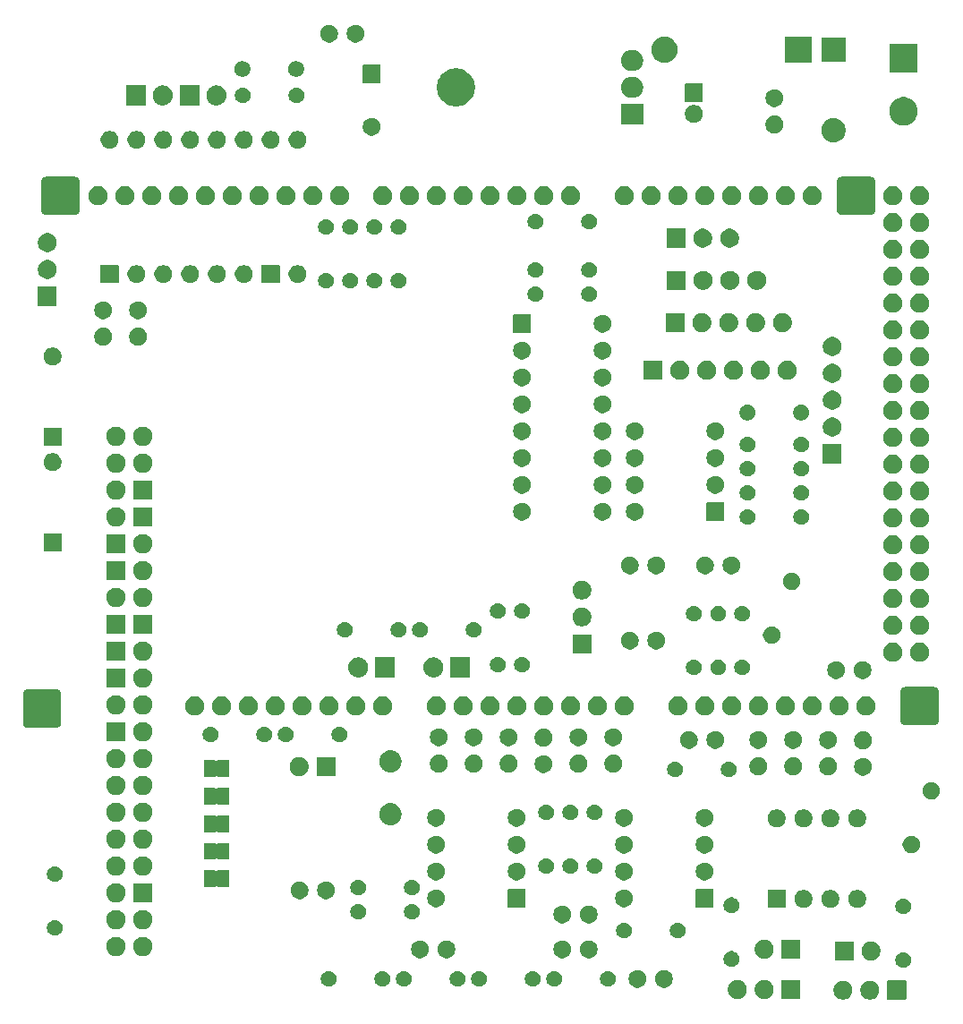
<source format=gbs>
G04 #@! TF.GenerationSoftware,KiCad,Pcbnew,9.0.2*
G04 #@! TF.CreationDate,2025-05-27T17:03:47+02:00*
G04 #@! TF.ProjectId,v0.4.3d,76302e34-2e33-4642-9e6b-696361645f70,4d*
G04 #@! TF.SameCoordinates,Original*
G04 #@! TF.FileFunction,Soldermask,Bot*
G04 #@! TF.FilePolarity,Negative*
%FSLAX46Y46*%
G04 Gerber Fmt 4.6, Leading zero omitted, Abs format (unit mm)*
G04 Created by KiCad (PCBNEW 9.0.2) date 2025-05-27 17:03:47*
%MOMM*%
%LPD*%
G01*
G04 APERTURE LIST*
G04 APERTURE END LIST*
G36*
X205223517Y-131234882D02*
G01*
X205240062Y-131245938D01*
X205251118Y-131262483D01*
X205255000Y-131282000D01*
X205255000Y-132982000D01*
X205251118Y-133001517D01*
X205240062Y-133018062D01*
X205223517Y-133029118D01*
X205204000Y-133033000D01*
X203504000Y-133033000D01*
X203484483Y-133029118D01*
X203467938Y-133018062D01*
X203456882Y-133001517D01*
X203453000Y-132982000D01*
X203453000Y-131282000D01*
X203456882Y-131262483D01*
X203467938Y-131245938D01*
X203484483Y-131234882D01*
X203504000Y-131231000D01*
X205204000Y-131231000D01*
X205223517Y-131234882D01*
G37*
G36*
X199535546Y-131269797D02*
G01*
X199698728Y-131337389D01*
X199845588Y-131435518D01*
X199970482Y-131560412D01*
X200068611Y-131707272D01*
X200136203Y-131870454D01*
X200170661Y-132043687D01*
X200170661Y-132220313D01*
X200136203Y-132393546D01*
X200068611Y-132556728D01*
X199970482Y-132703588D01*
X199845588Y-132828482D01*
X199698728Y-132926611D01*
X199535546Y-132994203D01*
X199362313Y-133028661D01*
X199185687Y-133028661D01*
X199012454Y-132994203D01*
X198849272Y-132926611D01*
X198702412Y-132828482D01*
X198577518Y-132703588D01*
X198479389Y-132556728D01*
X198411797Y-132393546D01*
X198377339Y-132220313D01*
X198377339Y-132043687D01*
X198411797Y-131870454D01*
X198479389Y-131707272D01*
X198577518Y-131560412D01*
X198702412Y-131435518D01*
X198849272Y-131337389D01*
X199012454Y-131269797D01*
X199185687Y-131235339D01*
X199362313Y-131235339D01*
X199535546Y-131269797D01*
G37*
G36*
X202075546Y-131269797D02*
G01*
X202238728Y-131337389D01*
X202385588Y-131435518D01*
X202510482Y-131560412D01*
X202608611Y-131707272D01*
X202676203Y-131870454D01*
X202710661Y-132043687D01*
X202710661Y-132220313D01*
X202676203Y-132393546D01*
X202608611Y-132556728D01*
X202510482Y-132703588D01*
X202385588Y-132828482D01*
X202238728Y-132926611D01*
X202075546Y-132994203D01*
X201902313Y-133028661D01*
X201725687Y-133028661D01*
X201552454Y-132994203D01*
X201389272Y-132926611D01*
X201242412Y-132828482D01*
X201117518Y-132703588D01*
X201019389Y-132556728D01*
X200951797Y-132393546D01*
X200917339Y-132220313D01*
X200917339Y-132043687D01*
X200951797Y-131870454D01*
X201019389Y-131707272D01*
X201117518Y-131560412D01*
X201242412Y-131435518D01*
X201389272Y-131337389D01*
X201552454Y-131269797D01*
X201725687Y-131235339D01*
X201902313Y-131235339D01*
X202075546Y-131269797D01*
G37*
G36*
X195223517Y-131182882D02*
G01*
X195240062Y-131193938D01*
X195251118Y-131210483D01*
X195255000Y-131230000D01*
X195255000Y-132930000D01*
X195251118Y-132949517D01*
X195240062Y-132966062D01*
X195223517Y-132977118D01*
X195204000Y-132981000D01*
X193504000Y-132981000D01*
X193484483Y-132977118D01*
X193467938Y-132966062D01*
X193456882Y-132949517D01*
X193453000Y-132930000D01*
X193453000Y-131230000D01*
X193456882Y-131210483D01*
X193467938Y-131193938D01*
X193484483Y-131182882D01*
X193504000Y-131179000D01*
X195204000Y-131179000D01*
X195223517Y-131182882D01*
G37*
G36*
X189535546Y-131217797D02*
G01*
X189698728Y-131285389D01*
X189845588Y-131383518D01*
X189970482Y-131508412D01*
X190068611Y-131655272D01*
X190136203Y-131818454D01*
X190170661Y-131991687D01*
X190170661Y-132168313D01*
X190136203Y-132341546D01*
X190068611Y-132504728D01*
X189970482Y-132651588D01*
X189845588Y-132776482D01*
X189698728Y-132874611D01*
X189535546Y-132942203D01*
X189362313Y-132976661D01*
X189185687Y-132976661D01*
X189012454Y-132942203D01*
X188849272Y-132874611D01*
X188702412Y-132776482D01*
X188577518Y-132651588D01*
X188479389Y-132504728D01*
X188411797Y-132341546D01*
X188377339Y-132168313D01*
X188377339Y-131991687D01*
X188411797Y-131818454D01*
X188479389Y-131655272D01*
X188577518Y-131508412D01*
X188702412Y-131383518D01*
X188849272Y-131285389D01*
X189012454Y-131217797D01*
X189185687Y-131183339D01*
X189362313Y-131183339D01*
X189535546Y-131217797D01*
G37*
G36*
X192075546Y-131217797D02*
G01*
X192238728Y-131285389D01*
X192385588Y-131383518D01*
X192510482Y-131508412D01*
X192608611Y-131655272D01*
X192676203Y-131818454D01*
X192710661Y-131991687D01*
X192710661Y-132168313D01*
X192676203Y-132341546D01*
X192608611Y-132504728D01*
X192510482Y-132651588D01*
X192385588Y-132776482D01*
X192238728Y-132874611D01*
X192075546Y-132942203D01*
X191902313Y-132976661D01*
X191725687Y-132976661D01*
X191552454Y-132942203D01*
X191389272Y-132874611D01*
X191242412Y-132776482D01*
X191117518Y-132651588D01*
X191019389Y-132504728D01*
X190951797Y-132341546D01*
X190917339Y-132168313D01*
X190917339Y-131991687D01*
X190951797Y-131818454D01*
X191019389Y-131655272D01*
X191117518Y-131508412D01*
X191242412Y-131383518D01*
X191389272Y-131285389D01*
X191552454Y-131217797D01*
X191725687Y-131183339D01*
X191902313Y-131183339D01*
X192075546Y-131217797D01*
G37*
G36*
X180079032Y-130249644D02*
G01*
X180233159Y-130313485D01*
X180371869Y-130406168D01*
X180489832Y-130524131D01*
X180582515Y-130662841D01*
X180646356Y-130816968D01*
X180678902Y-130980587D01*
X180678902Y-131147413D01*
X180646356Y-131311032D01*
X180582515Y-131465159D01*
X180489832Y-131603869D01*
X180371869Y-131721832D01*
X180233159Y-131814515D01*
X180079032Y-131878356D01*
X179915413Y-131910902D01*
X179748587Y-131910902D01*
X179584968Y-131878356D01*
X179430841Y-131814515D01*
X179292131Y-131721832D01*
X179174168Y-131603869D01*
X179081485Y-131465159D01*
X179017644Y-131311032D01*
X178985098Y-131147413D01*
X178985098Y-130980587D01*
X179017644Y-130816968D01*
X179081485Y-130662841D01*
X179174168Y-130524131D01*
X179292131Y-130406168D01*
X179430841Y-130313485D01*
X179584968Y-130249644D01*
X179748587Y-130217098D01*
X179915413Y-130217098D01*
X180079032Y-130249644D01*
G37*
G36*
X182579032Y-130249644D02*
G01*
X182733159Y-130313485D01*
X182871869Y-130406168D01*
X182989832Y-130524131D01*
X183082515Y-130662841D01*
X183146356Y-130816968D01*
X183178902Y-130980587D01*
X183178902Y-131147413D01*
X183146356Y-131311032D01*
X183082515Y-131465159D01*
X182989832Y-131603869D01*
X182871869Y-131721832D01*
X182733159Y-131814515D01*
X182579032Y-131878356D01*
X182415413Y-131910902D01*
X182248587Y-131910902D01*
X182084968Y-131878356D01*
X181930841Y-131814515D01*
X181792131Y-131721832D01*
X181674168Y-131603869D01*
X181581485Y-131465159D01*
X181517644Y-131311032D01*
X181485098Y-131147413D01*
X181485098Y-130980587D01*
X181517644Y-130816968D01*
X181581485Y-130662841D01*
X181674168Y-130524131D01*
X181792131Y-130406168D01*
X181930841Y-130313485D01*
X182084968Y-130249644D01*
X182248587Y-130217098D01*
X182415413Y-130217098D01*
X182579032Y-130249644D01*
G37*
G36*
X150840004Y-130345338D02*
G01*
X150976019Y-130401677D01*
X151098429Y-130483469D01*
X151202531Y-130587571D01*
X151284323Y-130709981D01*
X151340662Y-130845996D01*
X151369384Y-130990389D01*
X151369384Y-131137611D01*
X151340662Y-131282004D01*
X151284323Y-131418019D01*
X151202531Y-131540429D01*
X151098429Y-131644531D01*
X150976019Y-131726323D01*
X150840004Y-131782662D01*
X150695611Y-131811384D01*
X150548389Y-131811384D01*
X150403996Y-131782662D01*
X150267981Y-131726323D01*
X150145571Y-131644531D01*
X150041469Y-131540429D01*
X149959677Y-131418019D01*
X149903338Y-131282004D01*
X149874616Y-131137611D01*
X149874616Y-130990389D01*
X149903338Y-130845996D01*
X149959677Y-130709981D01*
X150041469Y-130587571D01*
X150145571Y-130483469D01*
X150267981Y-130401677D01*
X150403996Y-130345338D01*
X150548389Y-130316616D01*
X150695611Y-130316616D01*
X150840004Y-130345338D01*
G37*
G36*
X155920004Y-130345338D02*
G01*
X156056019Y-130401677D01*
X156178429Y-130483469D01*
X156282531Y-130587571D01*
X156364323Y-130709981D01*
X156420662Y-130845996D01*
X156449384Y-130990389D01*
X156449384Y-131137611D01*
X156420662Y-131282004D01*
X156364323Y-131418019D01*
X156282531Y-131540429D01*
X156178429Y-131644531D01*
X156056019Y-131726323D01*
X155920004Y-131782662D01*
X155775611Y-131811384D01*
X155628389Y-131811384D01*
X155483996Y-131782662D01*
X155347981Y-131726323D01*
X155225571Y-131644531D01*
X155121469Y-131540429D01*
X155039677Y-131418019D01*
X154983338Y-131282004D01*
X154954616Y-131137611D01*
X154954616Y-130990389D01*
X154983338Y-130845996D01*
X155039677Y-130709981D01*
X155121469Y-130587571D01*
X155225571Y-130483469D01*
X155347981Y-130401677D01*
X155483996Y-130345338D01*
X155628389Y-130316616D01*
X155775611Y-130316616D01*
X155920004Y-130345338D01*
G37*
G36*
X157952004Y-130345338D02*
G01*
X158088019Y-130401677D01*
X158210429Y-130483469D01*
X158314531Y-130587571D01*
X158396323Y-130709981D01*
X158452662Y-130845996D01*
X158481384Y-130990389D01*
X158481384Y-131137611D01*
X158452662Y-131282004D01*
X158396323Y-131418019D01*
X158314531Y-131540429D01*
X158210429Y-131644531D01*
X158088019Y-131726323D01*
X157952004Y-131782662D01*
X157807611Y-131811384D01*
X157660389Y-131811384D01*
X157515996Y-131782662D01*
X157379981Y-131726323D01*
X157257571Y-131644531D01*
X157153469Y-131540429D01*
X157071677Y-131418019D01*
X157015338Y-131282004D01*
X156986616Y-131137611D01*
X156986616Y-130990389D01*
X157015338Y-130845996D01*
X157071677Y-130709981D01*
X157153469Y-130587571D01*
X157257571Y-130483469D01*
X157379981Y-130401677D01*
X157515996Y-130345338D01*
X157660389Y-130316616D01*
X157807611Y-130316616D01*
X157952004Y-130345338D01*
G37*
G36*
X163032004Y-130345338D02*
G01*
X163168019Y-130401677D01*
X163290429Y-130483469D01*
X163394531Y-130587571D01*
X163476323Y-130709981D01*
X163532662Y-130845996D01*
X163561384Y-130990389D01*
X163561384Y-131137611D01*
X163532662Y-131282004D01*
X163476323Y-131418019D01*
X163394531Y-131540429D01*
X163290429Y-131644531D01*
X163168019Y-131726323D01*
X163032004Y-131782662D01*
X162887611Y-131811384D01*
X162740389Y-131811384D01*
X162595996Y-131782662D01*
X162459981Y-131726323D01*
X162337571Y-131644531D01*
X162233469Y-131540429D01*
X162151677Y-131418019D01*
X162095338Y-131282004D01*
X162066616Y-131137611D01*
X162066616Y-130990389D01*
X162095338Y-130845996D01*
X162151677Y-130709981D01*
X162233469Y-130587571D01*
X162337571Y-130483469D01*
X162459981Y-130401677D01*
X162595996Y-130345338D01*
X162740389Y-130316616D01*
X162887611Y-130316616D01*
X163032004Y-130345338D01*
G37*
G36*
X165064004Y-130345338D02*
G01*
X165200019Y-130401677D01*
X165322429Y-130483469D01*
X165426531Y-130587571D01*
X165508323Y-130709981D01*
X165564662Y-130845996D01*
X165593384Y-130990389D01*
X165593384Y-131137611D01*
X165564662Y-131282004D01*
X165508323Y-131418019D01*
X165426531Y-131540429D01*
X165322429Y-131644531D01*
X165200019Y-131726323D01*
X165064004Y-131782662D01*
X164919611Y-131811384D01*
X164772389Y-131811384D01*
X164627996Y-131782662D01*
X164491981Y-131726323D01*
X164369571Y-131644531D01*
X164265469Y-131540429D01*
X164183677Y-131418019D01*
X164127338Y-131282004D01*
X164098616Y-131137611D01*
X164098616Y-130990389D01*
X164127338Y-130845996D01*
X164183677Y-130709981D01*
X164265469Y-130587571D01*
X164369571Y-130483469D01*
X164491981Y-130401677D01*
X164627996Y-130345338D01*
X164772389Y-130316616D01*
X164919611Y-130316616D01*
X165064004Y-130345338D01*
G37*
G36*
X170144004Y-130345338D02*
G01*
X170280019Y-130401677D01*
X170402429Y-130483469D01*
X170506531Y-130587571D01*
X170588323Y-130709981D01*
X170644662Y-130845996D01*
X170673384Y-130990389D01*
X170673384Y-131137611D01*
X170644662Y-131282004D01*
X170588323Y-131418019D01*
X170506531Y-131540429D01*
X170402429Y-131644531D01*
X170280019Y-131726323D01*
X170144004Y-131782662D01*
X169999611Y-131811384D01*
X169852389Y-131811384D01*
X169707996Y-131782662D01*
X169571981Y-131726323D01*
X169449571Y-131644531D01*
X169345469Y-131540429D01*
X169263677Y-131418019D01*
X169207338Y-131282004D01*
X169178616Y-131137611D01*
X169178616Y-130990389D01*
X169207338Y-130845996D01*
X169263677Y-130709981D01*
X169345469Y-130587571D01*
X169449571Y-130483469D01*
X169571981Y-130401677D01*
X169707996Y-130345338D01*
X169852389Y-130316616D01*
X169999611Y-130316616D01*
X170144004Y-130345338D01*
G37*
G36*
X172176004Y-130345338D02*
G01*
X172312019Y-130401677D01*
X172434429Y-130483469D01*
X172538531Y-130587571D01*
X172620323Y-130709981D01*
X172676662Y-130845996D01*
X172705384Y-130990389D01*
X172705384Y-131137611D01*
X172676662Y-131282004D01*
X172620323Y-131418019D01*
X172538531Y-131540429D01*
X172434429Y-131644531D01*
X172312019Y-131726323D01*
X172176004Y-131782662D01*
X172031611Y-131811384D01*
X171884389Y-131811384D01*
X171739996Y-131782662D01*
X171603981Y-131726323D01*
X171481571Y-131644531D01*
X171377469Y-131540429D01*
X171295677Y-131418019D01*
X171239338Y-131282004D01*
X171210616Y-131137611D01*
X171210616Y-130990389D01*
X171239338Y-130845996D01*
X171295677Y-130709981D01*
X171377469Y-130587571D01*
X171481571Y-130483469D01*
X171603981Y-130401677D01*
X171739996Y-130345338D01*
X171884389Y-130316616D01*
X172031611Y-130316616D01*
X172176004Y-130345338D01*
G37*
G36*
X177256004Y-130345338D02*
G01*
X177392019Y-130401677D01*
X177514429Y-130483469D01*
X177618531Y-130587571D01*
X177700323Y-130709981D01*
X177756662Y-130845996D01*
X177785384Y-130990389D01*
X177785384Y-131137611D01*
X177756662Y-131282004D01*
X177700323Y-131418019D01*
X177618531Y-131540429D01*
X177514429Y-131644531D01*
X177392019Y-131726323D01*
X177256004Y-131782662D01*
X177111611Y-131811384D01*
X176964389Y-131811384D01*
X176819996Y-131782662D01*
X176683981Y-131726323D01*
X176561571Y-131644531D01*
X176457469Y-131540429D01*
X176375677Y-131418019D01*
X176319338Y-131282004D01*
X176290616Y-131137611D01*
X176290616Y-130990389D01*
X176319338Y-130845996D01*
X176375677Y-130709981D01*
X176457469Y-130587571D01*
X176561571Y-130483469D01*
X176683981Y-130401677D01*
X176819996Y-130345338D01*
X176964389Y-130316616D01*
X177111611Y-130316616D01*
X177256004Y-130345338D01*
G37*
G36*
X205196004Y-128567338D02*
G01*
X205332019Y-128623677D01*
X205454429Y-128705469D01*
X205558531Y-128809571D01*
X205640323Y-128931981D01*
X205696662Y-129067996D01*
X205725384Y-129212389D01*
X205725384Y-129359611D01*
X205696662Y-129504004D01*
X205640323Y-129640019D01*
X205558531Y-129762429D01*
X205454429Y-129866531D01*
X205332019Y-129948323D01*
X205196004Y-130004662D01*
X205051611Y-130033384D01*
X204904389Y-130033384D01*
X204759996Y-130004662D01*
X204623981Y-129948323D01*
X204501571Y-129866531D01*
X204397469Y-129762429D01*
X204315677Y-129640019D01*
X204259338Y-129504004D01*
X204230616Y-129359611D01*
X204230616Y-129212389D01*
X204259338Y-129067996D01*
X204315677Y-128931981D01*
X204397469Y-128809571D01*
X204501571Y-128705469D01*
X204623981Y-128623677D01*
X204759996Y-128567338D01*
X204904389Y-128538616D01*
X205051611Y-128538616D01*
X205196004Y-128567338D01*
G37*
G36*
X188940004Y-128467338D02*
G01*
X189076019Y-128523677D01*
X189198429Y-128605469D01*
X189302531Y-128709571D01*
X189384323Y-128831981D01*
X189440662Y-128967996D01*
X189469384Y-129112389D01*
X189469384Y-129259611D01*
X189440662Y-129404004D01*
X189384323Y-129540019D01*
X189302531Y-129662429D01*
X189198429Y-129766531D01*
X189076019Y-129848323D01*
X188940004Y-129904662D01*
X188795611Y-129933384D01*
X188648389Y-129933384D01*
X188503996Y-129904662D01*
X188367981Y-129848323D01*
X188245571Y-129766531D01*
X188141469Y-129662429D01*
X188059677Y-129540019D01*
X188003338Y-129404004D01*
X187974616Y-129259611D01*
X187974616Y-129112389D01*
X188003338Y-128967996D01*
X188059677Y-128831981D01*
X188141469Y-128709571D01*
X188245571Y-128605469D01*
X188367981Y-128523677D01*
X188503996Y-128467338D01*
X188648389Y-128438616D01*
X188795611Y-128438616D01*
X188940004Y-128467338D01*
G37*
G36*
X200259517Y-127534882D02*
G01*
X200276062Y-127545938D01*
X200287118Y-127562483D01*
X200291000Y-127582000D01*
X200291000Y-129282000D01*
X200287118Y-129301517D01*
X200276062Y-129318062D01*
X200259517Y-129329118D01*
X200240000Y-129333000D01*
X198540000Y-129333000D01*
X198520483Y-129329118D01*
X198503938Y-129318062D01*
X198492882Y-129301517D01*
X198489000Y-129282000D01*
X198489000Y-127582000D01*
X198492882Y-127562483D01*
X198503938Y-127545938D01*
X198520483Y-127534882D01*
X198540000Y-127531000D01*
X200240000Y-127531000D01*
X200259517Y-127534882D01*
G37*
G36*
X202191546Y-127569797D02*
G01*
X202354728Y-127637389D01*
X202501588Y-127735518D01*
X202626482Y-127860412D01*
X202724611Y-128007272D01*
X202792203Y-128170454D01*
X202826661Y-128343687D01*
X202826661Y-128520313D01*
X202792203Y-128693546D01*
X202724611Y-128856728D01*
X202626482Y-129003588D01*
X202501588Y-129128482D01*
X202354728Y-129226611D01*
X202191546Y-129294203D01*
X202018313Y-129328661D01*
X201841687Y-129328661D01*
X201668454Y-129294203D01*
X201505272Y-129226611D01*
X201358412Y-129128482D01*
X201233518Y-129003588D01*
X201135389Y-128856728D01*
X201067797Y-128693546D01*
X201033339Y-128520313D01*
X201033339Y-128343687D01*
X201067797Y-128170454D01*
X201135389Y-128007272D01*
X201233518Y-127860412D01*
X201358412Y-127735518D01*
X201505272Y-127637389D01*
X201668454Y-127569797D01*
X201841687Y-127535339D01*
X202018313Y-127535339D01*
X202191546Y-127569797D01*
G37*
G36*
X195223517Y-127372882D02*
G01*
X195240062Y-127383938D01*
X195251118Y-127400483D01*
X195255000Y-127420000D01*
X195255000Y-129120000D01*
X195251118Y-129139517D01*
X195240062Y-129156062D01*
X195223517Y-129167118D01*
X195204000Y-129171000D01*
X193504000Y-129171000D01*
X193484483Y-129167118D01*
X193467938Y-129156062D01*
X193456882Y-129139517D01*
X193453000Y-129120000D01*
X193453000Y-127420000D01*
X193456882Y-127400483D01*
X193467938Y-127383938D01*
X193484483Y-127372882D01*
X193504000Y-127369000D01*
X195204000Y-127369000D01*
X195223517Y-127372882D01*
G37*
G36*
X192075546Y-127407797D02*
G01*
X192238728Y-127475389D01*
X192385588Y-127573518D01*
X192510482Y-127698412D01*
X192608611Y-127845272D01*
X192676203Y-128008454D01*
X192710661Y-128181687D01*
X192710661Y-128358313D01*
X192676203Y-128531546D01*
X192608611Y-128694728D01*
X192510482Y-128841588D01*
X192385588Y-128966482D01*
X192238728Y-129064611D01*
X192075546Y-129132203D01*
X191902313Y-129166661D01*
X191725687Y-129166661D01*
X191552454Y-129132203D01*
X191389272Y-129064611D01*
X191242412Y-128966482D01*
X191117518Y-128841588D01*
X191019389Y-128694728D01*
X190951797Y-128531546D01*
X190917339Y-128358313D01*
X190917339Y-128181687D01*
X190951797Y-128008454D01*
X191019389Y-127845272D01*
X191117518Y-127698412D01*
X191242412Y-127573518D01*
X191389272Y-127475389D01*
X191552454Y-127407797D01*
X191725687Y-127373339D01*
X191902313Y-127373339D01*
X192075546Y-127407797D01*
G37*
G36*
X159505032Y-127455644D02*
G01*
X159659159Y-127519485D01*
X159797869Y-127612168D01*
X159915832Y-127730131D01*
X160008515Y-127868841D01*
X160072356Y-128022968D01*
X160104902Y-128186587D01*
X160104902Y-128353413D01*
X160072356Y-128517032D01*
X160008515Y-128671159D01*
X159915832Y-128809869D01*
X159797869Y-128927832D01*
X159659159Y-129020515D01*
X159505032Y-129084356D01*
X159341413Y-129116902D01*
X159174587Y-129116902D01*
X159010968Y-129084356D01*
X158856841Y-129020515D01*
X158718131Y-128927832D01*
X158600168Y-128809869D01*
X158507485Y-128671159D01*
X158443644Y-128517032D01*
X158411098Y-128353413D01*
X158411098Y-128186587D01*
X158443644Y-128022968D01*
X158507485Y-127868841D01*
X158600168Y-127730131D01*
X158718131Y-127612168D01*
X158856841Y-127519485D01*
X159010968Y-127455644D01*
X159174587Y-127423098D01*
X159341413Y-127423098D01*
X159505032Y-127455644D01*
G37*
G36*
X162005032Y-127455644D02*
G01*
X162159159Y-127519485D01*
X162297869Y-127612168D01*
X162415832Y-127730131D01*
X162508515Y-127868841D01*
X162572356Y-128022968D01*
X162604902Y-128186587D01*
X162604902Y-128353413D01*
X162572356Y-128517032D01*
X162508515Y-128671159D01*
X162415832Y-128809869D01*
X162297869Y-128927832D01*
X162159159Y-129020515D01*
X162005032Y-129084356D01*
X161841413Y-129116902D01*
X161674587Y-129116902D01*
X161510968Y-129084356D01*
X161356841Y-129020515D01*
X161218131Y-128927832D01*
X161100168Y-128809869D01*
X161007485Y-128671159D01*
X160943644Y-128517032D01*
X160911098Y-128353413D01*
X160911098Y-128186587D01*
X160943644Y-128022968D01*
X161007485Y-127868841D01*
X161100168Y-127730131D01*
X161218131Y-127612168D01*
X161356841Y-127519485D01*
X161510968Y-127455644D01*
X161674587Y-127423098D01*
X161841413Y-127423098D01*
X162005032Y-127455644D01*
G37*
G36*
X172967032Y-127455644D02*
G01*
X173121159Y-127519485D01*
X173259869Y-127612168D01*
X173377832Y-127730131D01*
X173470515Y-127868841D01*
X173534356Y-128022968D01*
X173566902Y-128186587D01*
X173566902Y-128353413D01*
X173534356Y-128517032D01*
X173470515Y-128671159D01*
X173377832Y-128809869D01*
X173259869Y-128927832D01*
X173121159Y-129020515D01*
X172967032Y-129084356D01*
X172803413Y-129116902D01*
X172636587Y-129116902D01*
X172472968Y-129084356D01*
X172318841Y-129020515D01*
X172180131Y-128927832D01*
X172062168Y-128809869D01*
X171969485Y-128671159D01*
X171905644Y-128517032D01*
X171873098Y-128353413D01*
X171873098Y-128186587D01*
X171905644Y-128022968D01*
X171969485Y-127868841D01*
X172062168Y-127730131D01*
X172180131Y-127612168D01*
X172318841Y-127519485D01*
X172472968Y-127455644D01*
X172636587Y-127423098D01*
X172803413Y-127423098D01*
X172967032Y-127455644D01*
G37*
G36*
X175467032Y-127455644D02*
G01*
X175621159Y-127519485D01*
X175759869Y-127612168D01*
X175877832Y-127730131D01*
X175970515Y-127868841D01*
X176034356Y-128022968D01*
X176066902Y-128186587D01*
X176066902Y-128353413D01*
X176034356Y-128517032D01*
X175970515Y-128671159D01*
X175877832Y-128809869D01*
X175759869Y-128927832D01*
X175621159Y-129020515D01*
X175467032Y-129084356D01*
X175303413Y-129116902D01*
X175136587Y-129116902D01*
X174972968Y-129084356D01*
X174818841Y-129020515D01*
X174680131Y-128927832D01*
X174562168Y-128809869D01*
X174469485Y-128671159D01*
X174405644Y-128517032D01*
X174373098Y-128353413D01*
X174373098Y-128186587D01*
X174405644Y-128022968D01*
X174469485Y-127868841D01*
X174562168Y-127730131D01*
X174680131Y-127612168D01*
X174818841Y-127519485D01*
X174972968Y-127455644D01*
X175136587Y-127423098D01*
X175303413Y-127423098D01*
X175467032Y-127455644D01*
G37*
G36*
X130765494Y-127124782D02*
G01*
X130931139Y-127193395D01*
X131080216Y-127293005D01*
X131206995Y-127419784D01*
X131306605Y-127568861D01*
X131375218Y-127734506D01*
X131410196Y-127910354D01*
X131410196Y-128089646D01*
X131375218Y-128265494D01*
X131306605Y-128431139D01*
X131206995Y-128580216D01*
X131080216Y-128706995D01*
X130931139Y-128806605D01*
X130765494Y-128875218D01*
X130589646Y-128910196D01*
X130410354Y-128910196D01*
X130234506Y-128875218D01*
X130068861Y-128806605D01*
X129919784Y-128706995D01*
X129793005Y-128580216D01*
X129693395Y-128431139D01*
X129624782Y-128265494D01*
X129589804Y-128089646D01*
X129589804Y-127910354D01*
X129624782Y-127734506D01*
X129693395Y-127568861D01*
X129793005Y-127419784D01*
X129919784Y-127293005D01*
X130068861Y-127193395D01*
X130234506Y-127124782D01*
X130410354Y-127089804D01*
X130589646Y-127089804D01*
X130765494Y-127124782D01*
G37*
G36*
X133305494Y-127124782D02*
G01*
X133471139Y-127193395D01*
X133620216Y-127293005D01*
X133746995Y-127419784D01*
X133846605Y-127568861D01*
X133915218Y-127734506D01*
X133950196Y-127910354D01*
X133950196Y-128089646D01*
X133915218Y-128265494D01*
X133846605Y-128431139D01*
X133746995Y-128580216D01*
X133620216Y-128706995D01*
X133471139Y-128806605D01*
X133305494Y-128875218D01*
X133129646Y-128910196D01*
X132950354Y-128910196D01*
X132774506Y-128875218D01*
X132608861Y-128806605D01*
X132459784Y-128706995D01*
X132333005Y-128580216D01*
X132233395Y-128431139D01*
X132164782Y-128265494D01*
X132129804Y-128089646D01*
X132129804Y-127910354D01*
X132164782Y-127734506D01*
X132233395Y-127568861D01*
X132333005Y-127419784D01*
X132459784Y-127293005D01*
X132608861Y-127193395D01*
X132774506Y-127124782D01*
X132950354Y-127089804D01*
X133129646Y-127089804D01*
X133305494Y-127124782D01*
G37*
G36*
X178780004Y-125773338D02*
G01*
X178916019Y-125829677D01*
X179038429Y-125911469D01*
X179142531Y-126015571D01*
X179224323Y-126137981D01*
X179280662Y-126273996D01*
X179309384Y-126418389D01*
X179309384Y-126565611D01*
X179280662Y-126710004D01*
X179224323Y-126846019D01*
X179142531Y-126968429D01*
X179038429Y-127072531D01*
X178916019Y-127154323D01*
X178780004Y-127210662D01*
X178635611Y-127239384D01*
X178488389Y-127239384D01*
X178343996Y-127210662D01*
X178207981Y-127154323D01*
X178085571Y-127072531D01*
X177981469Y-126968429D01*
X177899677Y-126846019D01*
X177843338Y-126710004D01*
X177814616Y-126565611D01*
X177814616Y-126418389D01*
X177843338Y-126273996D01*
X177899677Y-126137981D01*
X177981469Y-126015571D01*
X178085571Y-125911469D01*
X178207981Y-125829677D01*
X178343996Y-125773338D01*
X178488389Y-125744616D01*
X178635611Y-125744616D01*
X178780004Y-125773338D01*
G37*
G36*
X183860004Y-125773338D02*
G01*
X183996019Y-125829677D01*
X184118429Y-125911469D01*
X184222531Y-126015571D01*
X184304323Y-126137981D01*
X184360662Y-126273996D01*
X184389384Y-126418389D01*
X184389384Y-126565611D01*
X184360662Y-126710004D01*
X184304323Y-126846019D01*
X184222531Y-126968429D01*
X184118429Y-127072531D01*
X183996019Y-127154323D01*
X183860004Y-127210662D01*
X183715611Y-127239384D01*
X183568389Y-127239384D01*
X183423996Y-127210662D01*
X183287981Y-127154323D01*
X183165571Y-127072531D01*
X183061469Y-126968429D01*
X182979677Y-126846019D01*
X182923338Y-126710004D01*
X182894616Y-126565611D01*
X182894616Y-126418389D01*
X182923338Y-126273996D01*
X182979677Y-126137981D01*
X183061469Y-126015571D01*
X183165571Y-125911469D01*
X183287981Y-125829677D01*
X183423996Y-125773338D01*
X183568389Y-125744616D01*
X183715611Y-125744616D01*
X183860004Y-125773338D01*
G37*
G36*
X124932004Y-125519338D02*
G01*
X125068019Y-125575677D01*
X125190429Y-125657469D01*
X125294531Y-125761571D01*
X125376323Y-125883981D01*
X125432662Y-126019996D01*
X125461384Y-126164389D01*
X125461384Y-126311611D01*
X125432662Y-126456004D01*
X125376323Y-126592019D01*
X125294531Y-126714429D01*
X125190429Y-126818531D01*
X125068019Y-126900323D01*
X124932004Y-126956662D01*
X124787611Y-126985384D01*
X124640389Y-126985384D01*
X124495996Y-126956662D01*
X124359981Y-126900323D01*
X124237571Y-126818531D01*
X124133469Y-126714429D01*
X124051677Y-126592019D01*
X123995338Y-126456004D01*
X123966616Y-126311611D01*
X123966616Y-126164389D01*
X123995338Y-126019996D01*
X124051677Y-125883981D01*
X124133469Y-125761571D01*
X124237571Y-125657469D01*
X124359981Y-125575677D01*
X124495996Y-125519338D01*
X124640389Y-125490616D01*
X124787611Y-125490616D01*
X124932004Y-125519338D01*
G37*
G36*
X130765494Y-124584782D02*
G01*
X130931139Y-124653395D01*
X131080216Y-124753005D01*
X131206995Y-124879784D01*
X131306605Y-125028861D01*
X131375218Y-125194506D01*
X131410196Y-125370354D01*
X131410196Y-125549646D01*
X131375218Y-125725494D01*
X131306605Y-125891139D01*
X131206995Y-126040216D01*
X131080216Y-126166995D01*
X130931139Y-126266605D01*
X130765494Y-126335218D01*
X130589646Y-126370196D01*
X130410354Y-126370196D01*
X130234506Y-126335218D01*
X130068861Y-126266605D01*
X129919784Y-126166995D01*
X129793005Y-126040216D01*
X129693395Y-125891139D01*
X129624782Y-125725494D01*
X129589804Y-125549646D01*
X129589804Y-125370354D01*
X129624782Y-125194506D01*
X129693395Y-125028861D01*
X129793005Y-124879784D01*
X129919784Y-124753005D01*
X130068861Y-124653395D01*
X130234506Y-124584782D01*
X130410354Y-124549804D01*
X130589646Y-124549804D01*
X130765494Y-124584782D01*
G37*
G36*
X133305494Y-124584782D02*
G01*
X133471139Y-124653395D01*
X133620216Y-124753005D01*
X133746995Y-124879784D01*
X133846605Y-125028861D01*
X133915218Y-125194506D01*
X133950196Y-125370354D01*
X133950196Y-125549646D01*
X133915218Y-125725494D01*
X133846605Y-125891139D01*
X133746995Y-126040216D01*
X133620216Y-126166995D01*
X133471139Y-126266605D01*
X133305494Y-126335218D01*
X133129646Y-126370196D01*
X132950354Y-126370196D01*
X132774506Y-126335218D01*
X132608861Y-126266605D01*
X132459784Y-126166995D01*
X132333005Y-126040216D01*
X132233395Y-125891139D01*
X132164782Y-125725494D01*
X132129804Y-125549646D01*
X132129804Y-125370354D01*
X132164782Y-125194506D01*
X132233395Y-125028861D01*
X132333005Y-124879784D01*
X132459784Y-124753005D01*
X132608861Y-124653395D01*
X132774506Y-124584782D01*
X132950354Y-124549804D01*
X133129646Y-124549804D01*
X133305494Y-124584782D01*
G37*
G36*
X172967032Y-124153644D02*
G01*
X173121159Y-124217485D01*
X173259869Y-124310168D01*
X173377832Y-124428131D01*
X173470515Y-124566841D01*
X173534356Y-124720968D01*
X173566902Y-124884587D01*
X173566902Y-125051413D01*
X173534356Y-125215032D01*
X173470515Y-125369159D01*
X173377832Y-125507869D01*
X173259869Y-125625832D01*
X173121159Y-125718515D01*
X172967032Y-125782356D01*
X172803413Y-125814902D01*
X172636587Y-125814902D01*
X172472968Y-125782356D01*
X172318841Y-125718515D01*
X172180131Y-125625832D01*
X172062168Y-125507869D01*
X171969485Y-125369159D01*
X171905644Y-125215032D01*
X171873098Y-125051413D01*
X171873098Y-124884587D01*
X171905644Y-124720968D01*
X171969485Y-124566841D01*
X172062168Y-124428131D01*
X172180131Y-124310168D01*
X172318841Y-124217485D01*
X172472968Y-124153644D01*
X172636587Y-124121098D01*
X172803413Y-124121098D01*
X172967032Y-124153644D01*
G37*
G36*
X175467032Y-124153644D02*
G01*
X175621159Y-124217485D01*
X175759869Y-124310168D01*
X175877832Y-124428131D01*
X175970515Y-124566841D01*
X176034356Y-124720968D01*
X176066902Y-124884587D01*
X176066902Y-125051413D01*
X176034356Y-125215032D01*
X175970515Y-125369159D01*
X175877832Y-125507869D01*
X175759869Y-125625832D01*
X175621159Y-125718515D01*
X175467032Y-125782356D01*
X175303413Y-125814902D01*
X175136587Y-125814902D01*
X174972968Y-125782356D01*
X174818841Y-125718515D01*
X174680131Y-125625832D01*
X174562168Y-125507869D01*
X174469485Y-125369159D01*
X174405644Y-125215032D01*
X174373098Y-125051413D01*
X174373098Y-124884587D01*
X174405644Y-124720968D01*
X174469485Y-124566841D01*
X174562168Y-124428131D01*
X174680131Y-124310168D01*
X174818841Y-124217485D01*
X174972968Y-124153644D01*
X175136587Y-124121098D01*
X175303413Y-124121098D01*
X175467032Y-124153644D01*
G37*
G36*
X153634004Y-123995338D02*
G01*
X153770019Y-124051677D01*
X153892429Y-124133469D01*
X153996531Y-124237571D01*
X154078323Y-124359981D01*
X154134662Y-124495996D01*
X154163384Y-124640389D01*
X154163384Y-124787611D01*
X154134662Y-124932004D01*
X154078323Y-125068019D01*
X153996531Y-125190429D01*
X153892429Y-125294531D01*
X153770019Y-125376323D01*
X153634004Y-125432662D01*
X153489611Y-125461384D01*
X153342389Y-125461384D01*
X153197996Y-125432662D01*
X153061981Y-125376323D01*
X152939571Y-125294531D01*
X152835469Y-125190429D01*
X152753677Y-125068019D01*
X152697338Y-124932004D01*
X152668616Y-124787611D01*
X152668616Y-124640389D01*
X152697338Y-124495996D01*
X152753677Y-124359981D01*
X152835469Y-124237571D01*
X152939571Y-124133469D01*
X153061981Y-124051677D01*
X153197996Y-123995338D01*
X153342389Y-123966616D01*
X153489611Y-123966616D01*
X153634004Y-123995338D01*
G37*
G36*
X158714004Y-123995338D02*
G01*
X158850019Y-124051677D01*
X158972429Y-124133469D01*
X159076531Y-124237571D01*
X159158323Y-124359981D01*
X159214662Y-124495996D01*
X159243384Y-124640389D01*
X159243384Y-124787611D01*
X159214662Y-124932004D01*
X159158323Y-125068019D01*
X159076531Y-125190429D01*
X158972429Y-125294531D01*
X158850019Y-125376323D01*
X158714004Y-125432662D01*
X158569611Y-125461384D01*
X158422389Y-125461384D01*
X158277996Y-125432662D01*
X158141981Y-125376323D01*
X158019571Y-125294531D01*
X157915469Y-125190429D01*
X157833677Y-125068019D01*
X157777338Y-124932004D01*
X157748616Y-124787611D01*
X157748616Y-124640389D01*
X157777338Y-124495996D01*
X157833677Y-124359981D01*
X157915469Y-124237571D01*
X158019571Y-124133469D01*
X158141981Y-124051677D01*
X158277996Y-123995338D01*
X158422389Y-123966616D01*
X158569611Y-123966616D01*
X158714004Y-123995338D01*
G37*
G36*
X205196004Y-123487338D02*
G01*
X205332019Y-123543677D01*
X205454429Y-123625469D01*
X205558531Y-123729571D01*
X205640323Y-123851981D01*
X205696662Y-123987996D01*
X205725384Y-124132389D01*
X205725384Y-124279611D01*
X205696662Y-124424004D01*
X205640323Y-124560019D01*
X205558531Y-124682429D01*
X205454429Y-124786531D01*
X205332019Y-124868323D01*
X205196004Y-124924662D01*
X205051611Y-124953384D01*
X204904389Y-124953384D01*
X204759996Y-124924662D01*
X204623981Y-124868323D01*
X204501571Y-124786531D01*
X204397469Y-124682429D01*
X204315677Y-124560019D01*
X204259338Y-124424004D01*
X204230616Y-124279611D01*
X204230616Y-124132389D01*
X204259338Y-123987996D01*
X204315677Y-123851981D01*
X204397469Y-123729571D01*
X204501571Y-123625469D01*
X204623981Y-123543677D01*
X204759996Y-123487338D01*
X204904389Y-123458616D01*
X205051611Y-123458616D01*
X205196004Y-123487338D01*
G37*
G36*
X188940004Y-123387338D02*
G01*
X189076019Y-123443677D01*
X189198429Y-123525469D01*
X189302531Y-123629571D01*
X189384323Y-123751981D01*
X189440662Y-123887996D01*
X189469384Y-124032389D01*
X189469384Y-124179611D01*
X189440662Y-124324004D01*
X189384323Y-124460019D01*
X189302531Y-124582429D01*
X189198429Y-124686531D01*
X189076019Y-124768323D01*
X188940004Y-124824662D01*
X188795611Y-124853384D01*
X188648389Y-124853384D01*
X188503996Y-124824662D01*
X188367981Y-124768323D01*
X188245571Y-124686531D01*
X188141469Y-124582429D01*
X188059677Y-124460019D01*
X188003338Y-124324004D01*
X187974616Y-124179611D01*
X187974616Y-124032389D01*
X188003338Y-123887996D01*
X188059677Y-123751981D01*
X188141469Y-123629571D01*
X188245571Y-123525469D01*
X188367981Y-123443677D01*
X188503996Y-123387338D01*
X188648389Y-123358616D01*
X188795611Y-123358616D01*
X188940004Y-123387338D01*
G37*
G36*
X193819517Y-122652882D02*
G01*
X193836062Y-122663938D01*
X193847118Y-122680483D01*
X193851000Y-122700000D01*
X193851000Y-124300000D01*
X193847118Y-124319517D01*
X193836062Y-124336062D01*
X193819517Y-124347118D01*
X193800000Y-124351000D01*
X192200000Y-124351000D01*
X192180483Y-124347118D01*
X192163938Y-124336062D01*
X192152882Y-124319517D01*
X192149000Y-124300000D01*
X192149000Y-122700000D01*
X192152882Y-122680483D01*
X192163938Y-122663938D01*
X192180483Y-122652882D01*
X192200000Y-122649000D01*
X193800000Y-122649000D01*
X193819517Y-122652882D01*
G37*
G36*
X195787032Y-122685644D02*
G01*
X195941159Y-122749485D01*
X196079869Y-122842168D01*
X196197832Y-122960131D01*
X196290515Y-123098841D01*
X196354356Y-123252968D01*
X196386902Y-123416587D01*
X196386902Y-123583413D01*
X196354356Y-123747032D01*
X196290515Y-123901159D01*
X196197832Y-124039869D01*
X196079869Y-124157832D01*
X195941159Y-124250515D01*
X195787032Y-124314356D01*
X195623413Y-124346902D01*
X195456587Y-124346902D01*
X195292968Y-124314356D01*
X195138841Y-124250515D01*
X195000131Y-124157832D01*
X194882168Y-124039869D01*
X194789485Y-123901159D01*
X194725644Y-123747032D01*
X194693098Y-123583413D01*
X194693098Y-123416587D01*
X194725644Y-123252968D01*
X194789485Y-123098841D01*
X194882168Y-122960131D01*
X195000131Y-122842168D01*
X195138841Y-122749485D01*
X195292968Y-122685644D01*
X195456587Y-122653098D01*
X195623413Y-122653098D01*
X195787032Y-122685644D01*
G37*
G36*
X198327032Y-122685644D02*
G01*
X198481159Y-122749485D01*
X198619869Y-122842168D01*
X198737832Y-122960131D01*
X198830515Y-123098841D01*
X198894356Y-123252968D01*
X198926902Y-123416587D01*
X198926902Y-123583413D01*
X198894356Y-123747032D01*
X198830515Y-123901159D01*
X198737832Y-124039869D01*
X198619869Y-124157832D01*
X198481159Y-124250515D01*
X198327032Y-124314356D01*
X198163413Y-124346902D01*
X197996587Y-124346902D01*
X197832968Y-124314356D01*
X197678841Y-124250515D01*
X197540131Y-124157832D01*
X197422168Y-124039869D01*
X197329485Y-123901159D01*
X197265644Y-123747032D01*
X197233098Y-123583413D01*
X197233098Y-123416587D01*
X197265644Y-123252968D01*
X197329485Y-123098841D01*
X197422168Y-122960131D01*
X197540131Y-122842168D01*
X197678841Y-122749485D01*
X197832968Y-122685644D01*
X197996587Y-122653098D01*
X198163413Y-122653098D01*
X198327032Y-122685644D01*
G37*
G36*
X200867032Y-122685644D02*
G01*
X201021159Y-122749485D01*
X201159869Y-122842168D01*
X201277832Y-122960131D01*
X201370515Y-123098841D01*
X201434356Y-123252968D01*
X201466902Y-123416587D01*
X201466902Y-123583413D01*
X201434356Y-123747032D01*
X201370515Y-123901159D01*
X201277832Y-124039869D01*
X201159869Y-124157832D01*
X201021159Y-124250515D01*
X200867032Y-124314356D01*
X200703413Y-124346902D01*
X200536587Y-124346902D01*
X200372968Y-124314356D01*
X200218841Y-124250515D01*
X200080131Y-124157832D01*
X199962168Y-124039869D01*
X199869485Y-123901159D01*
X199805644Y-123747032D01*
X199773098Y-123583413D01*
X199773098Y-123416587D01*
X199805644Y-123252968D01*
X199869485Y-123098841D01*
X199962168Y-122960131D01*
X200080131Y-122842168D01*
X200218841Y-122749485D01*
X200372968Y-122685644D01*
X200536587Y-122653098D01*
X200703413Y-122653098D01*
X200867032Y-122685644D01*
G37*
G36*
X169221517Y-122596882D02*
G01*
X169238062Y-122607938D01*
X169249118Y-122624483D01*
X169253000Y-122644000D01*
X169253000Y-124244000D01*
X169249118Y-124263517D01*
X169238062Y-124280062D01*
X169221517Y-124291118D01*
X169202000Y-124295000D01*
X167602000Y-124295000D01*
X167582483Y-124291118D01*
X167565938Y-124280062D01*
X167554882Y-124263517D01*
X167551000Y-124244000D01*
X167551000Y-122644000D01*
X167554882Y-122624483D01*
X167565938Y-122607938D01*
X167582483Y-122596882D01*
X167602000Y-122593000D01*
X169202000Y-122593000D01*
X169221517Y-122596882D01*
G37*
G36*
X187001517Y-122596882D02*
G01*
X187018062Y-122607938D01*
X187029118Y-122624483D01*
X187033000Y-122644000D01*
X187033000Y-124244000D01*
X187029118Y-124263517D01*
X187018062Y-124280062D01*
X187001517Y-124291118D01*
X186982000Y-124295000D01*
X185382000Y-124295000D01*
X185362483Y-124291118D01*
X185345938Y-124280062D01*
X185334882Y-124263517D01*
X185331000Y-124244000D01*
X185331000Y-122644000D01*
X185334882Y-122624483D01*
X185345938Y-122607938D01*
X185362483Y-122596882D01*
X185382000Y-122593000D01*
X186982000Y-122593000D01*
X187001517Y-122596882D01*
G37*
G36*
X161029032Y-122629644D02*
G01*
X161183159Y-122693485D01*
X161321869Y-122786168D01*
X161439832Y-122904131D01*
X161532515Y-123042841D01*
X161596356Y-123196968D01*
X161628902Y-123360587D01*
X161628902Y-123527413D01*
X161596356Y-123691032D01*
X161532515Y-123845159D01*
X161439832Y-123983869D01*
X161321869Y-124101832D01*
X161183159Y-124194515D01*
X161029032Y-124258356D01*
X160865413Y-124290902D01*
X160698587Y-124290902D01*
X160534968Y-124258356D01*
X160380841Y-124194515D01*
X160242131Y-124101832D01*
X160124168Y-123983869D01*
X160031485Y-123845159D01*
X159967644Y-123691032D01*
X159935098Y-123527413D01*
X159935098Y-123360587D01*
X159967644Y-123196968D01*
X160031485Y-123042841D01*
X160124168Y-122904131D01*
X160242131Y-122786168D01*
X160380841Y-122693485D01*
X160534968Y-122629644D01*
X160698587Y-122597098D01*
X160865413Y-122597098D01*
X161029032Y-122629644D01*
G37*
G36*
X178809032Y-122629644D02*
G01*
X178963159Y-122693485D01*
X179101869Y-122786168D01*
X179219832Y-122904131D01*
X179312515Y-123042841D01*
X179376356Y-123196968D01*
X179408902Y-123360587D01*
X179408902Y-123527413D01*
X179376356Y-123691032D01*
X179312515Y-123845159D01*
X179219832Y-123983869D01*
X179101869Y-124101832D01*
X178963159Y-124194515D01*
X178809032Y-124258356D01*
X178645413Y-124290902D01*
X178478587Y-124290902D01*
X178314968Y-124258356D01*
X178160841Y-124194515D01*
X178022131Y-124101832D01*
X177904168Y-123983869D01*
X177811485Y-123845159D01*
X177747644Y-123691032D01*
X177715098Y-123527413D01*
X177715098Y-123360587D01*
X177747644Y-123196968D01*
X177811485Y-123042841D01*
X177904168Y-122904131D01*
X178022131Y-122786168D01*
X178160841Y-122693485D01*
X178314968Y-122629644D01*
X178478587Y-122597098D01*
X178645413Y-122597098D01*
X178809032Y-122629644D01*
G37*
G36*
X133923117Y-122009282D02*
G01*
X133939662Y-122020338D01*
X133950718Y-122036883D01*
X133954600Y-122056400D01*
X133954600Y-123783600D01*
X133950718Y-123803117D01*
X133939662Y-123819662D01*
X133923117Y-123830718D01*
X133903600Y-123834600D01*
X132176400Y-123834600D01*
X132156883Y-123830718D01*
X132140338Y-123819662D01*
X132129282Y-123803117D01*
X132125400Y-123783600D01*
X132125400Y-122056400D01*
X132129282Y-122036883D01*
X132140338Y-122020338D01*
X132156883Y-122009282D01*
X132176400Y-122005400D01*
X133903600Y-122005400D01*
X133923117Y-122009282D01*
G37*
G36*
X130765494Y-122044782D02*
G01*
X130931139Y-122113395D01*
X131080216Y-122213005D01*
X131206995Y-122339784D01*
X131306605Y-122488861D01*
X131375218Y-122654506D01*
X131410196Y-122830354D01*
X131410196Y-123009646D01*
X131375218Y-123185494D01*
X131306605Y-123351139D01*
X131206995Y-123500216D01*
X131080216Y-123626995D01*
X130931139Y-123726605D01*
X130765494Y-123795218D01*
X130589646Y-123830196D01*
X130410354Y-123830196D01*
X130234506Y-123795218D01*
X130068861Y-123726605D01*
X129919784Y-123626995D01*
X129793005Y-123500216D01*
X129693395Y-123351139D01*
X129624782Y-123185494D01*
X129589804Y-123009646D01*
X129589804Y-122830354D01*
X129624782Y-122654506D01*
X129693395Y-122488861D01*
X129793005Y-122339784D01*
X129919784Y-122213005D01*
X130068861Y-122113395D01*
X130234506Y-122044782D01*
X130410354Y-122009804D01*
X130589646Y-122009804D01*
X130765494Y-122044782D01*
G37*
G36*
X148115032Y-121867644D02*
G01*
X148269159Y-121931485D01*
X148407869Y-122024168D01*
X148525832Y-122142131D01*
X148618515Y-122280841D01*
X148682356Y-122434968D01*
X148714902Y-122598587D01*
X148714902Y-122765413D01*
X148682356Y-122929032D01*
X148618515Y-123083159D01*
X148525832Y-123221869D01*
X148407869Y-123339832D01*
X148269159Y-123432515D01*
X148115032Y-123496356D01*
X147951413Y-123528902D01*
X147784587Y-123528902D01*
X147620968Y-123496356D01*
X147466841Y-123432515D01*
X147328131Y-123339832D01*
X147210168Y-123221869D01*
X147117485Y-123083159D01*
X147053644Y-122929032D01*
X147021098Y-122765413D01*
X147021098Y-122598587D01*
X147053644Y-122434968D01*
X147117485Y-122280841D01*
X147210168Y-122142131D01*
X147328131Y-122024168D01*
X147466841Y-121931485D01*
X147620968Y-121867644D01*
X147784587Y-121835098D01*
X147951413Y-121835098D01*
X148115032Y-121867644D01*
G37*
G36*
X150615032Y-121867644D02*
G01*
X150769159Y-121931485D01*
X150907869Y-122024168D01*
X151025832Y-122142131D01*
X151118515Y-122280841D01*
X151182356Y-122434968D01*
X151214902Y-122598587D01*
X151214902Y-122765413D01*
X151182356Y-122929032D01*
X151118515Y-123083159D01*
X151025832Y-123221869D01*
X150907869Y-123339832D01*
X150769159Y-123432515D01*
X150615032Y-123496356D01*
X150451413Y-123528902D01*
X150284587Y-123528902D01*
X150120968Y-123496356D01*
X149966841Y-123432515D01*
X149828131Y-123339832D01*
X149710168Y-123221869D01*
X149617485Y-123083159D01*
X149553644Y-122929032D01*
X149521098Y-122765413D01*
X149521098Y-122598587D01*
X149553644Y-122434968D01*
X149617485Y-122280841D01*
X149710168Y-122142131D01*
X149828131Y-122024168D01*
X149966841Y-121931485D01*
X150120968Y-121867644D01*
X150284587Y-121835098D01*
X150451413Y-121835098D01*
X150615032Y-121867644D01*
G37*
G36*
X153634004Y-121709338D02*
G01*
X153770019Y-121765677D01*
X153892429Y-121847469D01*
X153996531Y-121951571D01*
X154078323Y-122073981D01*
X154134662Y-122209996D01*
X154163384Y-122354389D01*
X154163384Y-122501611D01*
X154134662Y-122646004D01*
X154078323Y-122782019D01*
X153996531Y-122904429D01*
X153892429Y-123008531D01*
X153770019Y-123090323D01*
X153634004Y-123146662D01*
X153489611Y-123175384D01*
X153342389Y-123175384D01*
X153197996Y-123146662D01*
X153061981Y-123090323D01*
X152939571Y-123008531D01*
X152835469Y-122904429D01*
X152753677Y-122782019D01*
X152697338Y-122646004D01*
X152668616Y-122501611D01*
X152668616Y-122354389D01*
X152697338Y-122209996D01*
X152753677Y-122073981D01*
X152835469Y-121951571D01*
X152939571Y-121847469D01*
X153061981Y-121765677D01*
X153197996Y-121709338D01*
X153342389Y-121680616D01*
X153489611Y-121680616D01*
X153634004Y-121709338D01*
G37*
G36*
X158714004Y-121709338D02*
G01*
X158850019Y-121765677D01*
X158972429Y-121847469D01*
X159076531Y-121951571D01*
X159158323Y-122073981D01*
X159214662Y-122209996D01*
X159243384Y-122354389D01*
X159243384Y-122501611D01*
X159214662Y-122646004D01*
X159158323Y-122782019D01*
X159076531Y-122904429D01*
X158972429Y-123008531D01*
X158850019Y-123090323D01*
X158714004Y-123146662D01*
X158569611Y-123175384D01*
X158422389Y-123175384D01*
X158277996Y-123146662D01*
X158141981Y-123090323D01*
X158019571Y-123008531D01*
X157915469Y-122904429D01*
X157833677Y-122782019D01*
X157777338Y-122646004D01*
X157748616Y-122501611D01*
X157748616Y-122354389D01*
X157777338Y-122209996D01*
X157833677Y-122073981D01*
X157915469Y-121951571D01*
X158019571Y-121847469D01*
X158141981Y-121765677D01*
X158277996Y-121709338D01*
X158422389Y-121680616D01*
X158569611Y-121680616D01*
X158714004Y-121709338D01*
G37*
G36*
X139869517Y-120802882D02*
G01*
X139886062Y-120813938D01*
X139897118Y-120830483D01*
X139898342Y-120836638D01*
X139933188Y-120888786D01*
X140066812Y-120888786D01*
X140101657Y-120836636D01*
X140102882Y-120830483D01*
X140113938Y-120813938D01*
X140130483Y-120802882D01*
X140150000Y-120799000D01*
X141150000Y-120799000D01*
X141169517Y-120802882D01*
X141186062Y-120813938D01*
X141197118Y-120830483D01*
X141201000Y-120850000D01*
X141201000Y-122350000D01*
X141197118Y-122369517D01*
X141186062Y-122386062D01*
X141169517Y-122397118D01*
X141150000Y-122401000D01*
X140150000Y-122401000D01*
X140130483Y-122397118D01*
X140113938Y-122386062D01*
X140102882Y-122369517D01*
X140101657Y-122363360D01*
X140066813Y-122311213D01*
X139933187Y-122311213D01*
X139898342Y-122363359D01*
X139897118Y-122369517D01*
X139886062Y-122386062D01*
X139869517Y-122397118D01*
X139850000Y-122401000D01*
X138850000Y-122401000D01*
X138830483Y-122397118D01*
X138813938Y-122386062D01*
X138802882Y-122369517D01*
X138799000Y-122350000D01*
X138799000Y-120850000D01*
X138802882Y-120830483D01*
X138813938Y-120813938D01*
X138830483Y-120802882D01*
X138850000Y-120799000D01*
X139850000Y-120799000D01*
X139869517Y-120802882D01*
G37*
G36*
X124932004Y-120439338D02*
G01*
X125068019Y-120495677D01*
X125190429Y-120577469D01*
X125294531Y-120681571D01*
X125376323Y-120803981D01*
X125432662Y-120939996D01*
X125461384Y-121084389D01*
X125461384Y-121231611D01*
X125432662Y-121376004D01*
X125376323Y-121512019D01*
X125294531Y-121634429D01*
X125190429Y-121738531D01*
X125068019Y-121820323D01*
X124932004Y-121876662D01*
X124787611Y-121905384D01*
X124640389Y-121905384D01*
X124495996Y-121876662D01*
X124359981Y-121820323D01*
X124237571Y-121738531D01*
X124133469Y-121634429D01*
X124051677Y-121512019D01*
X123995338Y-121376004D01*
X123966616Y-121231611D01*
X123966616Y-121084389D01*
X123995338Y-120939996D01*
X124051677Y-120803981D01*
X124133469Y-120681571D01*
X124237571Y-120577469D01*
X124359981Y-120495677D01*
X124495996Y-120439338D01*
X124640389Y-120410616D01*
X124787611Y-120410616D01*
X124932004Y-120439338D01*
G37*
G36*
X161029032Y-120089644D02*
G01*
X161183159Y-120153485D01*
X161321869Y-120246168D01*
X161439832Y-120364131D01*
X161532515Y-120502841D01*
X161596356Y-120656968D01*
X161628902Y-120820587D01*
X161628902Y-120987413D01*
X161596356Y-121151032D01*
X161532515Y-121305159D01*
X161439832Y-121443869D01*
X161321869Y-121561832D01*
X161183159Y-121654515D01*
X161029032Y-121718356D01*
X160865413Y-121750902D01*
X160698587Y-121750902D01*
X160534968Y-121718356D01*
X160380841Y-121654515D01*
X160242131Y-121561832D01*
X160124168Y-121443869D01*
X160031485Y-121305159D01*
X159967644Y-121151032D01*
X159935098Y-120987413D01*
X159935098Y-120820587D01*
X159967644Y-120656968D01*
X160031485Y-120502841D01*
X160124168Y-120364131D01*
X160242131Y-120246168D01*
X160380841Y-120153485D01*
X160534968Y-120089644D01*
X160698587Y-120057098D01*
X160865413Y-120057098D01*
X161029032Y-120089644D01*
G37*
G36*
X168649032Y-120089644D02*
G01*
X168803159Y-120153485D01*
X168941869Y-120246168D01*
X169059832Y-120364131D01*
X169152515Y-120502841D01*
X169216356Y-120656968D01*
X169248902Y-120820587D01*
X169248902Y-120987413D01*
X169216356Y-121151032D01*
X169152515Y-121305159D01*
X169059832Y-121443869D01*
X168941869Y-121561832D01*
X168803159Y-121654515D01*
X168649032Y-121718356D01*
X168485413Y-121750902D01*
X168318587Y-121750902D01*
X168154968Y-121718356D01*
X168000841Y-121654515D01*
X167862131Y-121561832D01*
X167744168Y-121443869D01*
X167651485Y-121305159D01*
X167587644Y-121151032D01*
X167555098Y-120987413D01*
X167555098Y-120820587D01*
X167587644Y-120656968D01*
X167651485Y-120502841D01*
X167744168Y-120364131D01*
X167862131Y-120246168D01*
X168000841Y-120153485D01*
X168154968Y-120089644D01*
X168318587Y-120057098D01*
X168485413Y-120057098D01*
X168649032Y-120089644D01*
G37*
G36*
X178809032Y-120089644D02*
G01*
X178963159Y-120153485D01*
X179101869Y-120246168D01*
X179219832Y-120364131D01*
X179312515Y-120502841D01*
X179376356Y-120656968D01*
X179408902Y-120820587D01*
X179408902Y-120987413D01*
X179376356Y-121151032D01*
X179312515Y-121305159D01*
X179219832Y-121443869D01*
X179101869Y-121561832D01*
X178963159Y-121654515D01*
X178809032Y-121718356D01*
X178645413Y-121750902D01*
X178478587Y-121750902D01*
X178314968Y-121718356D01*
X178160841Y-121654515D01*
X178022131Y-121561832D01*
X177904168Y-121443869D01*
X177811485Y-121305159D01*
X177747644Y-121151032D01*
X177715098Y-120987413D01*
X177715098Y-120820587D01*
X177747644Y-120656968D01*
X177811485Y-120502841D01*
X177904168Y-120364131D01*
X178022131Y-120246168D01*
X178160841Y-120153485D01*
X178314968Y-120089644D01*
X178478587Y-120057098D01*
X178645413Y-120057098D01*
X178809032Y-120089644D01*
G37*
G36*
X186429032Y-120089644D02*
G01*
X186583159Y-120153485D01*
X186721869Y-120246168D01*
X186839832Y-120364131D01*
X186932515Y-120502841D01*
X186996356Y-120656968D01*
X187028902Y-120820587D01*
X187028902Y-120987413D01*
X186996356Y-121151032D01*
X186932515Y-121305159D01*
X186839832Y-121443869D01*
X186721869Y-121561832D01*
X186583159Y-121654515D01*
X186429032Y-121718356D01*
X186265413Y-121750902D01*
X186098587Y-121750902D01*
X185934968Y-121718356D01*
X185780841Y-121654515D01*
X185642131Y-121561832D01*
X185524168Y-121443869D01*
X185431485Y-121305159D01*
X185367644Y-121151032D01*
X185335098Y-120987413D01*
X185335098Y-120820587D01*
X185367644Y-120656968D01*
X185431485Y-120502841D01*
X185524168Y-120364131D01*
X185642131Y-120246168D01*
X185780841Y-120153485D01*
X185934968Y-120089644D01*
X186098587Y-120057098D01*
X186265413Y-120057098D01*
X186429032Y-120089644D01*
G37*
G36*
X130765494Y-119504782D02*
G01*
X130931139Y-119573395D01*
X131080216Y-119673005D01*
X131206995Y-119799784D01*
X131306605Y-119948861D01*
X131375218Y-120114506D01*
X131410196Y-120290354D01*
X131410196Y-120469646D01*
X131375218Y-120645494D01*
X131306605Y-120811139D01*
X131206995Y-120960216D01*
X131080216Y-121086995D01*
X130931139Y-121186605D01*
X130765494Y-121255218D01*
X130589646Y-121290196D01*
X130410354Y-121290196D01*
X130234506Y-121255218D01*
X130068861Y-121186605D01*
X129919784Y-121086995D01*
X129793005Y-120960216D01*
X129693395Y-120811139D01*
X129624782Y-120645494D01*
X129589804Y-120469646D01*
X129589804Y-120290354D01*
X129624782Y-120114506D01*
X129693395Y-119948861D01*
X129793005Y-119799784D01*
X129919784Y-119673005D01*
X130068861Y-119573395D01*
X130234506Y-119504782D01*
X130410354Y-119469804D01*
X130589646Y-119469804D01*
X130765494Y-119504782D01*
G37*
G36*
X133305494Y-119504782D02*
G01*
X133471139Y-119573395D01*
X133620216Y-119673005D01*
X133746995Y-119799784D01*
X133846605Y-119948861D01*
X133915218Y-120114506D01*
X133950196Y-120290354D01*
X133950196Y-120469646D01*
X133915218Y-120645494D01*
X133846605Y-120811139D01*
X133746995Y-120960216D01*
X133620216Y-121086995D01*
X133471139Y-121186605D01*
X133305494Y-121255218D01*
X133129646Y-121290196D01*
X132950354Y-121290196D01*
X132774506Y-121255218D01*
X132608861Y-121186605D01*
X132459784Y-121086995D01*
X132333005Y-120960216D01*
X132233395Y-120811139D01*
X132164782Y-120645494D01*
X132129804Y-120469646D01*
X132129804Y-120290354D01*
X132164782Y-120114506D01*
X132233395Y-119948861D01*
X132333005Y-119799784D01*
X132459784Y-119673005D01*
X132608861Y-119573395D01*
X132774506Y-119504782D01*
X132950354Y-119469804D01*
X133129646Y-119469804D01*
X133305494Y-119504782D01*
G37*
G36*
X171414004Y-119677338D02*
G01*
X171550019Y-119733677D01*
X171672429Y-119815469D01*
X171776531Y-119919571D01*
X171858323Y-120041981D01*
X171914662Y-120177996D01*
X171943384Y-120322389D01*
X171943384Y-120469611D01*
X171914662Y-120614004D01*
X171858323Y-120750019D01*
X171776531Y-120872429D01*
X171672429Y-120976531D01*
X171550019Y-121058323D01*
X171414004Y-121114662D01*
X171269611Y-121143384D01*
X171122389Y-121143384D01*
X170977996Y-121114662D01*
X170841981Y-121058323D01*
X170719571Y-120976531D01*
X170615469Y-120872429D01*
X170533677Y-120750019D01*
X170477338Y-120614004D01*
X170448616Y-120469611D01*
X170448616Y-120322389D01*
X170477338Y-120177996D01*
X170533677Y-120041981D01*
X170615469Y-119919571D01*
X170719571Y-119815469D01*
X170841981Y-119733677D01*
X170977996Y-119677338D01*
X171122389Y-119648616D01*
X171269611Y-119648616D01*
X171414004Y-119677338D01*
G37*
G36*
X173700004Y-119677338D02*
G01*
X173836019Y-119733677D01*
X173958429Y-119815469D01*
X174062531Y-119919571D01*
X174144323Y-120041981D01*
X174200662Y-120177996D01*
X174229384Y-120322389D01*
X174229384Y-120469611D01*
X174200662Y-120614004D01*
X174144323Y-120750019D01*
X174062531Y-120872429D01*
X173958429Y-120976531D01*
X173836019Y-121058323D01*
X173700004Y-121114662D01*
X173555611Y-121143384D01*
X173408389Y-121143384D01*
X173263996Y-121114662D01*
X173127981Y-121058323D01*
X173005571Y-120976531D01*
X172901469Y-120872429D01*
X172819677Y-120750019D01*
X172763338Y-120614004D01*
X172734616Y-120469611D01*
X172734616Y-120322389D01*
X172763338Y-120177996D01*
X172819677Y-120041981D01*
X172901469Y-119919571D01*
X173005571Y-119815469D01*
X173127981Y-119733677D01*
X173263996Y-119677338D01*
X173408389Y-119648616D01*
X173555611Y-119648616D01*
X173700004Y-119677338D01*
G37*
G36*
X175986004Y-119677338D02*
G01*
X176122019Y-119733677D01*
X176244429Y-119815469D01*
X176348531Y-119919571D01*
X176430323Y-120041981D01*
X176486662Y-120177996D01*
X176515384Y-120322389D01*
X176515384Y-120469611D01*
X176486662Y-120614004D01*
X176430323Y-120750019D01*
X176348531Y-120872429D01*
X176244429Y-120976531D01*
X176122019Y-121058323D01*
X175986004Y-121114662D01*
X175841611Y-121143384D01*
X175694389Y-121143384D01*
X175549996Y-121114662D01*
X175413981Y-121058323D01*
X175291571Y-120976531D01*
X175187469Y-120872429D01*
X175105677Y-120750019D01*
X175049338Y-120614004D01*
X175020616Y-120469611D01*
X175020616Y-120322389D01*
X175049338Y-120177996D01*
X175105677Y-120041981D01*
X175187469Y-119919571D01*
X175291571Y-119815469D01*
X175413981Y-119733677D01*
X175549996Y-119677338D01*
X175694389Y-119648616D01*
X175841611Y-119648616D01*
X175986004Y-119677338D01*
G37*
G36*
X139869517Y-118202882D02*
G01*
X139886062Y-118213938D01*
X139897118Y-118230483D01*
X139898342Y-118236638D01*
X139933188Y-118288786D01*
X140066812Y-118288786D01*
X140101657Y-118236636D01*
X140102882Y-118230483D01*
X140113938Y-118213938D01*
X140130483Y-118202882D01*
X140150000Y-118199000D01*
X141150000Y-118199000D01*
X141169517Y-118202882D01*
X141186062Y-118213938D01*
X141197118Y-118230483D01*
X141201000Y-118250000D01*
X141201000Y-119750000D01*
X141197118Y-119769517D01*
X141186062Y-119786062D01*
X141169517Y-119797118D01*
X141150000Y-119801000D01*
X140150000Y-119801000D01*
X140130483Y-119797118D01*
X140113938Y-119786062D01*
X140102882Y-119769517D01*
X140101657Y-119763360D01*
X140066813Y-119711213D01*
X139933187Y-119711213D01*
X139898342Y-119763359D01*
X139897118Y-119769517D01*
X139886062Y-119786062D01*
X139869517Y-119797118D01*
X139850000Y-119801000D01*
X138850000Y-119801000D01*
X138830483Y-119797118D01*
X138813938Y-119786062D01*
X138802882Y-119769517D01*
X138799000Y-119750000D01*
X138799000Y-118250000D01*
X138802882Y-118230483D01*
X138813938Y-118213938D01*
X138830483Y-118202882D01*
X138850000Y-118199000D01*
X139850000Y-118199000D01*
X139869517Y-118202882D01*
G37*
G36*
X161029032Y-117549644D02*
G01*
X161183159Y-117613485D01*
X161321869Y-117706168D01*
X161439832Y-117824131D01*
X161532515Y-117962841D01*
X161596356Y-118116968D01*
X161628902Y-118280587D01*
X161628902Y-118447413D01*
X161596356Y-118611032D01*
X161532515Y-118765159D01*
X161439832Y-118903869D01*
X161321869Y-119021832D01*
X161183159Y-119114515D01*
X161029032Y-119178356D01*
X160865413Y-119210902D01*
X160698587Y-119210902D01*
X160534968Y-119178356D01*
X160380841Y-119114515D01*
X160242131Y-119021832D01*
X160124168Y-118903869D01*
X160031485Y-118765159D01*
X159967644Y-118611032D01*
X159935098Y-118447413D01*
X159935098Y-118280587D01*
X159967644Y-118116968D01*
X160031485Y-117962841D01*
X160124168Y-117824131D01*
X160242131Y-117706168D01*
X160380841Y-117613485D01*
X160534968Y-117549644D01*
X160698587Y-117517098D01*
X160865413Y-117517098D01*
X161029032Y-117549644D01*
G37*
G36*
X168649032Y-117549644D02*
G01*
X168803159Y-117613485D01*
X168941869Y-117706168D01*
X169059832Y-117824131D01*
X169152515Y-117962841D01*
X169216356Y-118116968D01*
X169248902Y-118280587D01*
X169248902Y-118447413D01*
X169216356Y-118611032D01*
X169152515Y-118765159D01*
X169059832Y-118903869D01*
X168941869Y-119021832D01*
X168803159Y-119114515D01*
X168649032Y-119178356D01*
X168485413Y-119210902D01*
X168318587Y-119210902D01*
X168154968Y-119178356D01*
X168000841Y-119114515D01*
X167862131Y-119021832D01*
X167744168Y-118903869D01*
X167651485Y-118765159D01*
X167587644Y-118611032D01*
X167555098Y-118447413D01*
X167555098Y-118280587D01*
X167587644Y-118116968D01*
X167651485Y-117962841D01*
X167744168Y-117824131D01*
X167862131Y-117706168D01*
X168000841Y-117613485D01*
X168154968Y-117549644D01*
X168318587Y-117517098D01*
X168485413Y-117517098D01*
X168649032Y-117549644D01*
G37*
G36*
X178809032Y-117549644D02*
G01*
X178963159Y-117613485D01*
X179101869Y-117706168D01*
X179219832Y-117824131D01*
X179312515Y-117962841D01*
X179376356Y-118116968D01*
X179408902Y-118280587D01*
X179408902Y-118447413D01*
X179376356Y-118611032D01*
X179312515Y-118765159D01*
X179219832Y-118903869D01*
X179101869Y-119021832D01*
X178963159Y-119114515D01*
X178809032Y-119178356D01*
X178645413Y-119210902D01*
X178478587Y-119210902D01*
X178314968Y-119178356D01*
X178160841Y-119114515D01*
X178022131Y-119021832D01*
X177904168Y-118903869D01*
X177811485Y-118765159D01*
X177747644Y-118611032D01*
X177715098Y-118447413D01*
X177715098Y-118280587D01*
X177747644Y-118116968D01*
X177811485Y-117962841D01*
X177904168Y-117824131D01*
X178022131Y-117706168D01*
X178160841Y-117613485D01*
X178314968Y-117549644D01*
X178478587Y-117517098D01*
X178645413Y-117517098D01*
X178809032Y-117549644D01*
G37*
G36*
X186429032Y-117549644D02*
G01*
X186583159Y-117613485D01*
X186721869Y-117706168D01*
X186839832Y-117824131D01*
X186932515Y-117962841D01*
X186996356Y-118116968D01*
X187028902Y-118280587D01*
X187028902Y-118447413D01*
X186996356Y-118611032D01*
X186932515Y-118765159D01*
X186839832Y-118903869D01*
X186721869Y-119021832D01*
X186583159Y-119114515D01*
X186429032Y-119178356D01*
X186265413Y-119210902D01*
X186098587Y-119210902D01*
X185934968Y-119178356D01*
X185780841Y-119114515D01*
X185642131Y-119021832D01*
X185524168Y-118903869D01*
X185431485Y-118765159D01*
X185367644Y-118611032D01*
X185335098Y-118447413D01*
X185335098Y-118280587D01*
X185367644Y-118116968D01*
X185431485Y-117962841D01*
X185524168Y-117824131D01*
X185642131Y-117706168D01*
X185780841Y-117613485D01*
X185934968Y-117549644D01*
X186098587Y-117517098D01*
X186265413Y-117517098D01*
X186429032Y-117549644D01*
G37*
G36*
X205981227Y-117568783D02*
G01*
X206131731Y-117631123D01*
X206267181Y-117721628D01*
X206382372Y-117836819D01*
X206472877Y-117972269D01*
X206535217Y-118122773D01*
X206566999Y-118282548D01*
X206566999Y-118445452D01*
X206535217Y-118605227D01*
X206472877Y-118755731D01*
X206382372Y-118891181D01*
X206267181Y-119006372D01*
X206131731Y-119096877D01*
X205981227Y-119159217D01*
X205821452Y-119190999D01*
X205658548Y-119190999D01*
X205498773Y-119159217D01*
X205348269Y-119096877D01*
X205212819Y-119006372D01*
X205097628Y-118891181D01*
X205007123Y-118755731D01*
X204944783Y-118605227D01*
X204913001Y-118445452D01*
X204913001Y-118282548D01*
X204944783Y-118122773D01*
X205007123Y-117972269D01*
X205097628Y-117836819D01*
X205212819Y-117721628D01*
X205348269Y-117631123D01*
X205498773Y-117568783D01*
X205658548Y-117537001D01*
X205821452Y-117537001D01*
X205981227Y-117568783D01*
G37*
G36*
X130765494Y-116964782D02*
G01*
X130931139Y-117033395D01*
X131080216Y-117133005D01*
X131206995Y-117259784D01*
X131306605Y-117408861D01*
X131375218Y-117574506D01*
X131410196Y-117750354D01*
X131410196Y-117929646D01*
X131375218Y-118105494D01*
X131306605Y-118271139D01*
X131206995Y-118420216D01*
X131080216Y-118546995D01*
X130931139Y-118646605D01*
X130765494Y-118715218D01*
X130589646Y-118750196D01*
X130410354Y-118750196D01*
X130234506Y-118715218D01*
X130068861Y-118646605D01*
X129919784Y-118546995D01*
X129793005Y-118420216D01*
X129693395Y-118271139D01*
X129624782Y-118105494D01*
X129589804Y-117929646D01*
X129589804Y-117750354D01*
X129624782Y-117574506D01*
X129693395Y-117408861D01*
X129793005Y-117259784D01*
X129919784Y-117133005D01*
X130068861Y-117033395D01*
X130234506Y-116964782D01*
X130410354Y-116929804D01*
X130589646Y-116929804D01*
X130765494Y-116964782D01*
G37*
G36*
X133305494Y-116964782D02*
G01*
X133471139Y-117033395D01*
X133620216Y-117133005D01*
X133746995Y-117259784D01*
X133846605Y-117408861D01*
X133915218Y-117574506D01*
X133950196Y-117750354D01*
X133950196Y-117929646D01*
X133915218Y-118105494D01*
X133846605Y-118271139D01*
X133746995Y-118420216D01*
X133620216Y-118546995D01*
X133471139Y-118646605D01*
X133305494Y-118715218D01*
X133129646Y-118750196D01*
X132950354Y-118750196D01*
X132774506Y-118715218D01*
X132608861Y-118646605D01*
X132459784Y-118546995D01*
X132333005Y-118420216D01*
X132233395Y-118271139D01*
X132164782Y-118105494D01*
X132129804Y-117929646D01*
X132129804Y-117750354D01*
X132164782Y-117574506D01*
X132233395Y-117408861D01*
X132333005Y-117259784D01*
X132459784Y-117133005D01*
X132608861Y-117033395D01*
X132774506Y-116964782D01*
X132950354Y-116929804D01*
X133129646Y-116929804D01*
X133305494Y-116964782D01*
G37*
G36*
X139869517Y-115602882D02*
G01*
X139886062Y-115613938D01*
X139897118Y-115630483D01*
X139898342Y-115636638D01*
X139933188Y-115688786D01*
X140066812Y-115688786D01*
X140101657Y-115636636D01*
X140102882Y-115630483D01*
X140113938Y-115613938D01*
X140130483Y-115602882D01*
X140150000Y-115599000D01*
X141150000Y-115599000D01*
X141169517Y-115602882D01*
X141186062Y-115613938D01*
X141197118Y-115630483D01*
X141201000Y-115650000D01*
X141201000Y-117150000D01*
X141197118Y-117169517D01*
X141186062Y-117186062D01*
X141169517Y-117197118D01*
X141150000Y-117201000D01*
X140150000Y-117201000D01*
X140130483Y-117197118D01*
X140113938Y-117186062D01*
X140102882Y-117169517D01*
X140101657Y-117163360D01*
X140066813Y-117111213D01*
X139933187Y-117111213D01*
X139898342Y-117163359D01*
X139897118Y-117169517D01*
X139886062Y-117186062D01*
X139869517Y-117197118D01*
X139850000Y-117201000D01*
X138850000Y-117201000D01*
X138830483Y-117197118D01*
X138813938Y-117186062D01*
X138802882Y-117169517D01*
X138799000Y-117150000D01*
X138799000Y-115650000D01*
X138802882Y-115630483D01*
X138813938Y-115613938D01*
X138830483Y-115602882D01*
X138850000Y-115599000D01*
X139850000Y-115599000D01*
X139869517Y-115602882D01*
G37*
G36*
X193247032Y-115065644D02*
G01*
X193401159Y-115129485D01*
X193539869Y-115222168D01*
X193657832Y-115340131D01*
X193750515Y-115478841D01*
X193814356Y-115632968D01*
X193846902Y-115796587D01*
X193846902Y-115963413D01*
X193814356Y-116127032D01*
X193750515Y-116281159D01*
X193657832Y-116419869D01*
X193539869Y-116537832D01*
X193401159Y-116630515D01*
X193247032Y-116694356D01*
X193083413Y-116726902D01*
X192916587Y-116726902D01*
X192752968Y-116694356D01*
X192598841Y-116630515D01*
X192460131Y-116537832D01*
X192342168Y-116419869D01*
X192249485Y-116281159D01*
X192185644Y-116127032D01*
X192153098Y-115963413D01*
X192153098Y-115796587D01*
X192185644Y-115632968D01*
X192249485Y-115478841D01*
X192342168Y-115340131D01*
X192460131Y-115222168D01*
X192598841Y-115129485D01*
X192752968Y-115065644D01*
X192916587Y-115033098D01*
X193083413Y-115033098D01*
X193247032Y-115065644D01*
G37*
G36*
X195787032Y-115065644D02*
G01*
X195941159Y-115129485D01*
X196079869Y-115222168D01*
X196197832Y-115340131D01*
X196290515Y-115478841D01*
X196354356Y-115632968D01*
X196386902Y-115796587D01*
X196386902Y-115963413D01*
X196354356Y-116127032D01*
X196290515Y-116281159D01*
X196197832Y-116419869D01*
X196079869Y-116537832D01*
X195941159Y-116630515D01*
X195787032Y-116694356D01*
X195623413Y-116726902D01*
X195456587Y-116726902D01*
X195292968Y-116694356D01*
X195138841Y-116630515D01*
X195000131Y-116537832D01*
X194882168Y-116419869D01*
X194789485Y-116281159D01*
X194725644Y-116127032D01*
X194693098Y-115963413D01*
X194693098Y-115796587D01*
X194725644Y-115632968D01*
X194789485Y-115478841D01*
X194882168Y-115340131D01*
X195000131Y-115222168D01*
X195138841Y-115129485D01*
X195292968Y-115065644D01*
X195456587Y-115033098D01*
X195623413Y-115033098D01*
X195787032Y-115065644D01*
G37*
G36*
X198327032Y-115065644D02*
G01*
X198481159Y-115129485D01*
X198619869Y-115222168D01*
X198737832Y-115340131D01*
X198830515Y-115478841D01*
X198894356Y-115632968D01*
X198926902Y-115796587D01*
X198926902Y-115963413D01*
X198894356Y-116127032D01*
X198830515Y-116281159D01*
X198737832Y-116419869D01*
X198619869Y-116537832D01*
X198481159Y-116630515D01*
X198327032Y-116694356D01*
X198163413Y-116726902D01*
X197996587Y-116726902D01*
X197832968Y-116694356D01*
X197678841Y-116630515D01*
X197540131Y-116537832D01*
X197422168Y-116419869D01*
X197329485Y-116281159D01*
X197265644Y-116127032D01*
X197233098Y-115963413D01*
X197233098Y-115796587D01*
X197265644Y-115632968D01*
X197329485Y-115478841D01*
X197422168Y-115340131D01*
X197540131Y-115222168D01*
X197678841Y-115129485D01*
X197832968Y-115065644D01*
X197996587Y-115033098D01*
X198163413Y-115033098D01*
X198327032Y-115065644D01*
G37*
G36*
X200867032Y-115065644D02*
G01*
X201021159Y-115129485D01*
X201159869Y-115222168D01*
X201277832Y-115340131D01*
X201370515Y-115478841D01*
X201434356Y-115632968D01*
X201466902Y-115796587D01*
X201466902Y-115963413D01*
X201434356Y-116127032D01*
X201370515Y-116281159D01*
X201277832Y-116419869D01*
X201159869Y-116537832D01*
X201021159Y-116630515D01*
X200867032Y-116694356D01*
X200703413Y-116726902D01*
X200536587Y-116726902D01*
X200372968Y-116694356D01*
X200218841Y-116630515D01*
X200080131Y-116537832D01*
X199962168Y-116419869D01*
X199869485Y-116281159D01*
X199805644Y-116127032D01*
X199773098Y-115963413D01*
X199773098Y-115796587D01*
X199805644Y-115632968D01*
X199869485Y-115478841D01*
X199962168Y-115340131D01*
X200080131Y-115222168D01*
X200218841Y-115129485D01*
X200372968Y-115065644D01*
X200536587Y-115033098D01*
X200703413Y-115033098D01*
X200867032Y-115065644D01*
G37*
G36*
X161029032Y-115009644D02*
G01*
X161183159Y-115073485D01*
X161321869Y-115166168D01*
X161439832Y-115284131D01*
X161532515Y-115422841D01*
X161596356Y-115576968D01*
X161628902Y-115740587D01*
X161628902Y-115907413D01*
X161596356Y-116071032D01*
X161532515Y-116225159D01*
X161439832Y-116363869D01*
X161321869Y-116481832D01*
X161183159Y-116574515D01*
X161029032Y-116638356D01*
X160865413Y-116670902D01*
X160698587Y-116670902D01*
X160534968Y-116638356D01*
X160380841Y-116574515D01*
X160242131Y-116481832D01*
X160124168Y-116363869D01*
X160031485Y-116225159D01*
X159967644Y-116071032D01*
X159935098Y-115907413D01*
X159935098Y-115740587D01*
X159967644Y-115576968D01*
X160031485Y-115422841D01*
X160124168Y-115284131D01*
X160242131Y-115166168D01*
X160380841Y-115073485D01*
X160534968Y-115009644D01*
X160698587Y-114977098D01*
X160865413Y-114977098D01*
X161029032Y-115009644D01*
G37*
G36*
X168649032Y-115009644D02*
G01*
X168803159Y-115073485D01*
X168941869Y-115166168D01*
X169059832Y-115284131D01*
X169152515Y-115422841D01*
X169216356Y-115576968D01*
X169248902Y-115740587D01*
X169248902Y-115907413D01*
X169216356Y-116071032D01*
X169152515Y-116225159D01*
X169059832Y-116363869D01*
X168941869Y-116481832D01*
X168803159Y-116574515D01*
X168649032Y-116638356D01*
X168485413Y-116670902D01*
X168318587Y-116670902D01*
X168154968Y-116638356D01*
X168000841Y-116574515D01*
X167862131Y-116481832D01*
X167744168Y-116363869D01*
X167651485Y-116225159D01*
X167587644Y-116071032D01*
X167555098Y-115907413D01*
X167555098Y-115740587D01*
X167587644Y-115576968D01*
X167651485Y-115422841D01*
X167744168Y-115284131D01*
X167862131Y-115166168D01*
X168000841Y-115073485D01*
X168154968Y-115009644D01*
X168318587Y-114977098D01*
X168485413Y-114977098D01*
X168649032Y-115009644D01*
G37*
G36*
X178809032Y-115009644D02*
G01*
X178963159Y-115073485D01*
X179101869Y-115166168D01*
X179219832Y-115284131D01*
X179312515Y-115422841D01*
X179376356Y-115576968D01*
X179408902Y-115740587D01*
X179408902Y-115907413D01*
X179376356Y-116071032D01*
X179312515Y-116225159D01*
X179219832Y-116363869D01*
X179101869Y-116481832D01*
X178963159Y-116574515D01*
X178809032Y-116638356D01*
X178645413Y-116670902D01*
X178478587Y-116670902D01*
X178314968Y-116638356D01*
X178160841Y-116574515D01*
X178022131Y-116481832D01*
X177904168Y-116363869D01*
X177811485Y-116225159D01*
X177747644Y-116071032D01*
X177715098Y-115907413D01*
X177715098Y-115740587D01*
X177747644Y-115576968D01*
X177811485Y-115422841D01*
X177904168Y-115284131D01*
X178022131Y-115166168D01*
X178160841Y-115073485D01*
X178314968Y-115009644D01*
X178478587Y-114977098D01*
X178645413Y-114977098D01*
X178809032Y-115009644D01*
G37*
G36*
X186429032Y-115009644D02*
G01*
X186583159Y-115073485D01*
X186721869Y-115166168D01*
X186839832Y-115284131D01*
X186932515Y-115422841D01*
X186996356Y-115576968D01*
X187028902Y-115740587D01*
X187028902Y-115907413D01*
X186996356Y-116071032D01*
X186932515Y-116225159D01*
X186839832Y-116363869D01*
X186721869Y-116481832D01*
X186583159Y-116574515D01*
X186429032Y-116638356D01*
X186265413Y-116670902D01*
X186098587Y-116670902D01*
X185934968Y-116638356D01*
X185780841Y-116574515D01*
X185642131Y-116481832D01*
X185524168Y-116363869D01*
X185431485Y-116225159D01*
X185367644Y-116071032D01*
X185335098Y-115907413D01*
X185335098Y-115740587D01*
X185367644Y-115576968D01*
X185431485Y-115422841D01*
X185524168Y-115284131D01*
X185642131Y-115166168D01*
X185780841Y-115073485D01*
X185934968Y-115009644D01*
X186098587Y-114977098D01*
X186265413Y-114977098D01*
X186429032Y-115009644D01*
G37*
G36*
X156555498Y-114444061D02*
G01*
X156567016Y-114444061D01*
X156612023Y-114453013D01*
X156709260Y-114468414D01*
X156740536Y-114478576D01*
X156769089Y-114484256D01*
X156809387Y-114500948D01*
X156866052Y-114519360D01*
X156919135Y-114546407D01*
X156959438Y-114563101D01*
X156983647Y-114579277D01*
X157012943Y-114594204D01*
X157092583Y-114652066D01*
X157130747Y-114677566D01*
X157138891Y-114685710D01*
X157146315Y-114691104D01*
X157262895Y-114807684D01*
X157268288Y-114815107D01*
X157276434Y-114823253D01*
X157301936Y-114861420D01*
X157359795Y-114941056D01*
X157374720Y-114970348D01*
X157390899Y-114994562D01*
X157407594Y-115034869D01*
X157434639Y-115087947D01*
X157453048Y-115144604D01*
X157469744Y-115184911D01*
X157475424Y-115213469D01*
X157485585Y-115244739D01*
X157500984Y-115341967D01*
X157509939Y-115386984D01*
X157509939Y-115398502D01*
X157511375Y-115407569D01*
X157511375Y-115572430D01*
X157509939Y-115581496D01*
X157509939Y-115593016D01*
X157500983Y-115638035D01*
X157485585Y-115735260D01*
X157475425Y-115766528D01*
X157469744Y-115795089D01*
X157453047Y-115835398D01*
X157434639Y-115892052D01*
X157407596Y-115945125D01*
X157390899Y-115985438D01*
X157374718Y-116009654D01*
X157359795Y-116038943D01*
X157301945Y-116118566D01*
X157276434Y-116156747D01*
X157268285Y-116164895D01*
X157262895Y-116172315D01*
X157146315Y-116288895D01*
X157138895Y-116294285D01*
X157130747Y-116302434D01*
X157092566Y-116327945D01*
X157012943Y-116385795D01*
X156983654Y-116400718D01*
X156959438Y-116416899D01*
X156919125Y-116433596D01*
X156866052Y-116460639D01*
X156809398Y-116479047D01*
X156769089Y-116495744D01*
X156740528Y-116501425D01*
X156709260Y-116511585D01*
X156612033Y-116526984D01*
X156567016Y-116535939D01*
X156555497Y-116535939D01*
X156546431Y-116537375D01*
X156381569Y-116537375D01*
X156372503Y-116535939D01*
X156360984Y-116535939D01*
X156315967Y-116526984D01*
X156218739Y-116511585D01*
X156187469Y-116501424D01*
X156158911Y-116495744D01*
X156118604Y-116479048D01*
X156061947Y-116460639D01*
X156008869Y-116433594D01*
X155968562Y-116416899D01*
X155944348Y-116400720D01*
X155915056Y-116385795D01*
X155835420Y-116327936D01*
X155797253Y-116302434D01*
X155789107Y-116294288D01*
X155781684Y-116288895D01*
X155665104Y-116172315D01*
X155659710Y-116164891D01*
X155651566Y-116156747D01*
X155626066Y-116118583D01*
X155568204Y-116038943D01*
X155553277Y-116009647D01*
X155537101Y-115985438D01*
X155520407Y-115945135D01*
X155493360Y-115892052D01*
X155474948Y-115835387D01*
X155458256Y-115795089D01*
X155452576Y-115766536D01*
X155442414Y-115735260D01*
X155427014Y-115638026D01*
X155418061Y-115593016D01*
X155418061Y-115581496D01*
X155416625Y-115572430D01*
X155416625Y-115407569D01*
X155418061Y-115398502D01*
X155418061Y-115386984D01*
X155427013Y-115341977D01*
X155442414Y-115244739D01*
X155452576Y-115213461D01*
X155458256Y-115184911D01*
X155474946Y-115144616D01*
X155493360Y-115087947D01*
X155520409Y-115034858D01*
X155537101Y-114994562D01*
X155553275Y-114970355D01*
X155568204Y-114941056D01*
X155626074Y-114861403D01*
X155651566Y-114823253D01*
X155659707Y-114815111D01*
X155665104Y-114807684D01*
X155781684Y-114691104D01*
X155789111Y-114685707D01*
X155797253Y-114677566D01*
X155835403Y-114652074D01*
X155915056Y-114594204D01*
X155944355Y-114579275D01*
X155968562Y-114563101D01*
X156008858Y-114546409D01*
X156061947Y-114519360D01*
X156118616Y-114500946D01*
X156158911Y-114484256D01*
X156187461Y-114478576D01*
X156218739Y-114468414D01*
X156315977Y-114453013D01*
X156360984Y-114444061D01*
X156372502Y-114444061D01*
X156381569Y-114442625D01*
X156546431Y-114442625D01*
X156555498Y-114444061D01*
G37*
G36*
X130765494Y-114424782D02*
G01*
X130931139Y-114493395D01*
X131080216Y-114593005D01*
X131206995Y-114719784D01*
X131306605Y-114868861D01*
X131375218Y-115034506D01*
X131410196Y-115210354D01*
X131410196Y-115389646D01*
X131375218Y-115565494D01*
X131306605Y-115731139D01*
X131206995Y-115880216D01*
X131080216Y-116006995D01*
X130931139Y-116106605D01*
X130765494Y-116175218D01*
X130589646Y-116210196D01*
X130410354Y-116210196D01*
X130234506Y-116175218D01*
X130068861Y-116106605D01*
X129919784Y-116006995D01*
X129793005Y-115880216D01*
X129693395Y-115731139D01*
X129624782Y-115565494D01*
X129589804Y-115389646D01*
X129589804Y-115210354D01*
X129624782Y-115034506D01*
X129693395Y-114868861D01*
X129793005Y-114719784D01*
X129919784Y-114593005D01*
X130068861Y-114493395D01*
X130234506Y-114424782D01*
X130410354Y-114389804D01*
X130589646Y-114389804D01*
X130765494Y-114424782D01*
G37*
G36*
X133305494Y-114424782D02*
G01*
X133471139Y-114493395D01*
X133620216Y-114593005D01*
X133746995Y-114719784D01*
X133846605Y-114868861D01*
X133915218Y-115034506D01*
X133950196Y-115210354D01*
X133950196Y-115389646D01*
X133915218Y-115565494D01*
X133846605Y-115731139D01*
X133746995Y-115880216D01*
X133620216Y-116006995D01*
X133471139Y-116106605D01*
X133305494Y-116175218D01*
X133129646Y-116210196D01*
X132950354Y-116210196D01*
X132774506Y-116175218D01*
X132608861Y-116106605D01*
X132459784Y-116006995D01*
X132333005Y-115880216D01*
X132233395Y-115731139D01*
X132164782Y-115565494D01*
X132129804Y-115389646D01*
X132129804Y-115210354D01*
X132164782Y-115034506D01*
X132233395Y-114868861D01*
X132333005Y-114719784D01*
X132459784Y-114593005D01*
X132608861Y-114493395D01*
X132774506Y-114424782D01*
X132950354Y-114389804D01*
X133129646Y-114389804D01*
X133305494Y-114424782D01*
G37*
G36*
X171414004Y-114597338D02*
G01*
X171550019Y-114653677D01*
X171672429Y-114735469D01*
X171776531Y-114839571D01*
X171858323Y-114961981D01*
X171914662Y-115097996D01*
X171943384Y-115242389D01*
X171943384Y-115389611D01*
X171914662Y-115534004D01*
X171858323Y-115670019D01*
X171776531Y-115792429D01*
X171672429Y-115896531D01*
X171550019Y-115978323D01*
X171414004Y-116034662D01*
X171269611Y-116063384D01*
X171122389Y-116063384D01*
X170977996Y-116034662D01*
X170841981Y-115978323D01*
X170719571Y-115896531D01*
X170615469Y-115792429D01*
X170533677Y-115670019D01*
X170477338Y-115534004D01*
X170448616Y-115389611D01*
X170448616Y-115242389D01*
X170477338Y-115097996D01*
X170533677Y-114961981D01*
X170615469Y-114839571D01*
X170719571Y-114735469D01*
X170841981Y-114653677D01*
X170977996Y-114597338D01*
X171122389Y-114568616D01*
X171269611Y-114568616D01*
X171414004Y-114597338D01*
G37*
G36*
X173700004Y-114597338D02*
G01*
X173836019Y-114653677D01*
X173958429Y-114735469D01*
X174062531Y-114839571D01*
X174144323Y-114961981D01*
X174200662Y-115097996D01*
X174229384Y-115242389D01*
X174229384Y-115389611D01*
X174200662Y-115534004D01*
X174144323Y-115670019D01*
X174062531Y-115792429D01*
X173958429Y-115896531D01*
X173836019Y-115978323D01*
X173700004Y-116034662D01*
X173555611Y-116063384D01*
X173408389Y-116063384D01*
X173263996Y-116034662D01*
X173127981Y-115978323D01*
X173005571Y-115896531D01*
X172901469Y-115792429D01*
X172819677Y-115670019D01*
X172763338Y-115534004D01*
X172734616Y-115389611D01*
X172734616Y-115242389D01*
X172763338Y-115097996D01*
X172819677Y-114961981D01*
X172901469Y-114839571D01*
X173005571Y-114735469D01*
X173127981Y-114653677D01*
X173263996Y-114597338D01*
X173408389Y-114568616D01*
X173555611Y-114568616D01*
X173700004Y-114597338D01*
G37*
G36*
X175986004Y-114597338D02*
G01*
X176122019Y-114653677D01*
X176244429Y-114735469D01*
X176348531Y-114839571D01*
X176430323Y-114961981D01*
X176486662Y-115097996D01*
X176515384Y-115242389D01*
X176515384Y-115389611D01*
X176486662Y-115534004D01*
X176430323Y-115670019D01*
X176348531Y-115792429D01*
X176244429Y-115896531D01*
X176122019Y-115978323D01*
X175986004Y-116034662D01*
X175841611Y-116063384D01*
X175694389Y-116063384D01*
X175549996Y-116034662D01*
X175413981Y-115978323D01*
X175291571Y-115896531D01*
X175187469Y-115792429D01*
X175105677Y-115670019D01*
X175049338Y-115534004D01*
X175020616Y-115389611D01*
X175020616Y-115242389D01*
X175049338Y-115097996D01*
X175105677Y-114961981D01*
X175187469Y-114839571D01*
X175291571Y-114735469D01*
X175413981Y-114653677D01*
X175549996Y-114597338D01*
X175694389Y-114568616D01*
X175841611Y-114568616D01*
X175986004Y-114597338D01*
G37*
G36*
X139869517Y-113002882D02*
G01*
X139886062Y-113013938D01*
X139897118Y-113030483D01*
X139898342Y-113036638D01*
X139933188Y-113088786D01*
X140066812Y-113088786D01*
X140101657Y-113036636D01*
X140102882Y-113030483D01*
X140113938Y-113013938D01*
X140130483Y-113002882D01*
X140150000Y-112999000D01*
X141150000Y-112999000D01*
X141169517Y-113002882D01*
X141186062Y-113013938D01*
X141197118Y-113030483D01*
X141201000Y-113050000D01*
X141201000Y-114550000D01*
X141197118Y-114569517D01*
X141186062Y-114586062D01*
X141169517Y-114597118D01*
X141150000Y-114601000D01*
X140150000Y-114601000D01*
X140130483Y-114597118D01*
X140113938Y-114586062D01*
X140102882Y-114569517D01*
X140101657Y-114563360D01*
X140066813Y-114511213D01*
X139933187Y-114511213D01*
X139898342Y-114563359D01*
X139897118Y-114569517D01*
X139886062Y-114586062D01*
X139869517Y-114597118D01*
X139850000Y-114601000D01*
X138850000Y-114601000D01*
X138830483Y-114597118D01*
X138813938Y-114586062D01*
X138802882Y-114569517D01*
X138799000Y-114550000D01*
X138799000Y-113050000D01*
X138802882Y-113030483D01*
X138813938Y-113013938D01*
X138830483Y-113002882D01*
X138850000Y-112999000D01*
X139850000Y-112999000D01*
X139869517Y-113002882D01*
G37*
G36*
X207881227Y-112468783D02*
G01*
X208031731Y-112531123D01*
X208167181Y-112621628D01*
X208282372Y-112736819D01*
X208372877Y-112872269D01*
X208435217Y-113022773D01*
X208466999Y-113182548D01*
X208466999Y-113345452D01*
X208435217Y-113505227D01*
X208372877Y-113655731D01*
X208282372Y-113791181D01*
X208167181Y-113906372D01*
X208031731Y-113996877D01*
X207881227Y-114059217D01*
X207721452Y-114090999D01*
X207558548Y-114090999D01*
X207398773Y-114059217D01*
X207248269Y-113996877D01*
X207112819Y-113906372D01*
X206997628Y-113791181D01*
X206907123Y-113655731D01*
X206844783Y-113505227D01*
X206813001Y-113345452D01*
X206813001Y-113182548D01*
X206844783Y-113022773D01*
X206907123Y-112872269D01*
X206997628Y-112736819D01*
X207112819Y-112621628D01*
X207248269Y-112531123D01*
X207398773Y-112468783D01*
X207558548Y-112437001D01*
X207721452Y-112437001D01*
X207881227Y-112468783D01*
G37*
G36*
X130765494Y-111884782D02*
G01*
X130931139Y-111953395D01*
X131080216Y-112053005D01*
X131206995Y-112179784D01*
X131306605Y-112328861D01*
X131375218Y-112494506D01*
X131410196Y-112670354D01*
X131410196Y-112849646D01*
X131375218Y-113025494D01*
X131306605Y-113191139D01*
X131206995Y-113340216D01*
X131080216Y-113466995D01*
X130931139Y-113566605D01*
X130765494Y-113635218D01*
X130589646Y-113670196D01*
X130410354Y-113670196D01*
X130234506Y-113635218D01*
X130068861Y-113566605D01*
X129919784Y-113466995D01*
X129793005Y-113340216D01*
X129693395Y-113191139D01*
X129624782Y-113025494D01*
X129589804Y-112849646D01*
X129589804Y-112670354D01*
X129624782Y-112494506D01*
X129693395Y-112328861D01*
X129793005Y-112179784D01*
X129919784Y-112053005D01*
X130068861Y-111953395D01*
X130234506Y-111884782D01*
X130410354Y-111849804D01*
X130589646Y-111849804D01*
X130765494Y-111884782D01*
G37*
G36*
X133305494Y-111884782D02*
G01*
X133471139Y-111953395D01*
X133620216Y-112053005D01*
X133746995Y-112179784D01*
X133846605Y-112328861D01*
X133915218Y-112494506D01*
X133950196Y-112670354D01*
X133950196Y-112849646D01*
X133915218Y-113025494D01*
X133846605Y-113191139D01*
X133746995Y-113340216D01*
X133620216Y-113466995D01*
X133471139Y-113566605D01*
X133305494Y-113635218D01*
X133129646Y-113670196D01*
X132950354Y-113670196D01*
X132774506Y-113635218D01*
X132608861Y-113566605D01*
X132459784Y-113466995D01*
X132333005Y-113340216D01*
X132233395Y-113191139D01*
X132164782Y-113025494D01*
X132129804Y-112849646D01*
X132129804Y-112670354D01*
X132164782Y-112494506D01*
X132233395Y-112328861D01*
X132333005Y-112179784D01*
X132459784Y-112053005D01*
X132608861Y-111953395D01*
X132774506Y-111884782D01*
X132950354Y-111849804D01*
X133129646Y-111849804D01*
X133305494Y-111884782D01*
G37*
G36*
X139869517Y-110402882D02*
G01*
X139886062Y-110413938D01*
X139897118Y-110430483D01*
X139898342Y-110436638D01*
X139933188Y-110488786D01*
X140066812Y-110488786D01*
X140101657Y-110436636D01*
X140102882Y-110430483D01*
X140113938Y-110413938D01*
X140130483Y-110402882D01*
X140150000Y-110399000D01*
X141150000Y-110399000D01*
X141169517Y-110402882D01*
X141186062Y-110413938D01*
X141197118Y-110430483D01*
X141201000Y-110450000D01*
X141201000Y-111950000D01*
X141197118Y-111969517D01*
X141186062Y-111986062D01*
X141169517Y-111997118D01*
X141150000Y-112001000D01*
X140150000Y-112001000D01*
X140130483Y-111997118D01*
X140113938Y-111986062D01*
X140102882Y-111969517D01*
X140101657Y-111963360D01*
X140066813Y-111911213D01*
X139933187Y-111911213D01*
X139898342Y-111963359D01*
X139897118Y-111969517D01*
X139886062Y-111986062D01*
X139869517Y-111997118D01*
X139850000Y-112001000D01*
X138850000Y-112001000D01*
X138830483Y-111997118D01*
X138813938Y-111986062D01*
X138802882Y-111969517D01*
X138799000Y-111950000D01*
X138799000Y-110450000D01*
X138802882Y-110430483D01*
X138813938Y-110413938D01*
X138830483Y-110402882D01*
X138850000Y-110399000D01*
X139850000Y-110399000D01*
X139869517Y-110402882D01*
G37*
G36*
X183606004Y-110533338D02*
G01*
X183742019Y-110589677D01*
X183864429Y-110671469D01*
X183968531Y-110775571D01*
X184050323Y-110897981D01*
X184106662Y-111033996D01*
X184135384Y-111178389D01*
X184135384Y-111325611D01*
X184106662Y-111470004D01*
X184050323Y-111606019D01*
X183968531Y-111728429D01*
X183864429Y-111832531D01*
X183742019Y-111914323D01*
X183606004Y-111970662D01*
X183461611Y-111999384D01*
X183314389Y-111999384D01*
X183169996Y-111970662D01*
X183033981Y-111914323D01*
X182911571Y-111832531D01*
X182807469Y-111728429D01*
X182725677Y-111606019D01*
X182669338Y-111470004D01*
X182640616Y-111325611D01*
X182640616Y-111178389D01*
X182669338Y-111033996D01*
X182725677Y-110897981D01*
X182807469Y-110775571D01*
X182911571Y-110671469D01*
X183033981Y-110589677D01*
X183169996Y-110533338D01*
X183314389Y-110504616D01*
X183461611Y-110504616D01*
X183606004Y-110533338D01*
G37*
G36*
X188686004Y-110533338D02*
G01*
X188822019Y-110589677D01*
X188944429Y-110671469D01*
X189048531Y-110775571D01*
X189130323Y-110897981D01*
X189186662Y-111033996D01*
X189215384Y-111178389D01*
X189215384Y-111325611D01*
X189186662Y-111470004D01*
X189130323Y-111606019D01*
X189048531Y-111728429D01*
X188944429Y-111832531D01*
X188822019Y-111914323D01*
X188686004Y-111970662D01*
X188541611Y-111999384D01*
X188394389Y-111999384D01*
X188249996Y-111970662D01*
X188113981Y-111914323D01*
X187991571Y-111832531D01*
X187887469Y-111728429D01*
X187805677Y-111606019D01*
X187749338Y-111470004D01*
X187720616Y-111325611D01*
X187720616Y-111178389D01*
X187749338Y-111033996D01*
X187805677Y-110897981D01*
X187887469Y-110775571D01*
X187991571Y-110671469D01*
X188113981Y-110589677D01*
X188249996Y-110533338D01*
X188394389Y-110504616D01*
X188541611Y-110504616D01*
X188686004Y-110533338D01*
G37*
G36*
X151237517Y-110100882D02*
G01*
X151254062Y-110111938D01*
X151265118Y-110128483D01*
X151269000Y-110148000D01*
X151269000Y-111848000D01*
X151265118Y-111867517D01*
X151254062Y-111884062D01*
X151237517Y-111895118D01*
X151218000Y-111899000D01*
X149518000Y-111899000D01*
X149498483Y-111895118D01*
X149481938Y-111884062D01*
X149470882Y-111867517D01*
X149467000Y-111848000D01*
X149467000Y-110148000D01*
X149470882Y-110128483D01*
X149481938Y-110111938D01*
X149498483Y-110100882D01*
X149518000Y-110097000D01*
X151218000Y-110097000D01*
X151237517Y-110100882D01*
G37*
G36*
X148089546Y-110135797D02*
G01*
X148252728Y-110203389D01*
X148399588Y-110301518D01*
X148524482Y-110426412D01*
X148622611Y-110573272D01*
X148690203Y-110736454D01*
X148724661Y-110909687D01*
X148724661Y-111086313D01*
X148690203Y-111259546D01*
X148622611Y-111422728D01*
X148524482Y-111569588D01*
X148399588Y-111694482D01*
X148252728Y-111792611D01*
X148089546Y-111860203D01*
X147916313Y-111894661D01*
X147739687Y-111894661D01*
X147566454Y-111860203D01*
X147403272Y-111792611D01*
X147256412Y-111694482D01*
X147131518Y-111569588D01*
X147033389Y-111422728D01*
X146965797Y-111259546D01*
X146931339Y-111086313D01*
X146931339Y-110909687D01*
X146965797Y-110736454D01*
X147033389Y-110573272D01*
X147131518Y-110426412D01*
X147256412Y-110301518D01*
X147403272Y-110203389D01*
X147566454Y-110135797D01*
X147739687Y-110101339D01*
X147916313Y-110101339D01*
X148089546Y-110135797D01*
G37*
G36*
X201415032Y-110183644D02*
G01*
X201569159Y-110247485D01*
X201707869Y-110340168D01*
X201825832Y-110458131D01*
X201918515Y-110596841D01*
X201982356Y-110750968D01*
X202014902Y-110914587D01*
X202014902Y-111081413D01*
X201982356Y-111245032D01*
X201918515Y-111399159D01*
X201825832Y-111537869D01*
X201707869Y-111655832D01*
X201569159Y-111748515D01*
X201415032Y-111812356D01*
X201251413Y-111844902D01*
X201084587Y-111844902D01*
X200920968Y-111812356D01*
X200766841Y-111748515D01*
X200628131Y-111655832D01*
X200510168Y-111537869D01*
X200417485Y-111399159D01*
X200353644Y-111245032D01*
X200321098Y-111081413D01*
X200321098Y-110914587D01*
X200353644Y-110750968D01*
X200417485Y-110596841D01*
X200510168Y-110458131D01*
X200628131Y-110340168D01*
X200766841Y-110247485D01*
X200920968Y-110183644D01*
X201084587Y-110151098D01*
X201251413Y-110151098D01*
X201415032Y-110183644D01*
G37*
G36*
X191509032Y-110143644D02*
G01*
X191663159Y-110207485D01*
X191801869Y-110300168D01*
X191919832Y-110418131D01*
X192012515Y-110556841D01*
X192076356Y-110710968D01*
X192108902Y-110874587D01*
X192108902Y-111041413D01*
X192076356Y-111205032D01*
X192012515Y-111359159D01*
X191919832Y-111497869D01*
X191801869Y-111615832D01*
X191663159Y-111708515D01*
X191509032Y-111772356D01*
X191345413Y-111804902D01*
X191178587Y-111804902D01*
X191014968Y-111772356D01*
X190860841Y-111708515D01*
X190722131Y-111615832D01*
X190604168Y-111497869D01*
X190511485Y-111359159D01*
X190447644Y-111205032D01*
X190415098Y-111041413D01*
X190415098Y-110874587D01*
X190447644Y-110710968D01*
X190511485Y-110556841D01*
X190604168Y-110418131D01*
X190722131Y-110300168D01*
X190860841Y-110207485D01*
X191014968Y-110143644D01*
X191178587Y-110111098D01*
X191345413Y-110111098D01*
X191509032Y-110143644D01*
G37*
G36*
X194811032Y-110143644D02*
G01*
X194965159Y-110207485D01*
X195103869Y-110300168D01*
X195221832Y-110418131D01*
X195314515Y-110556841D01*
X195378356Y-110710968D01*
X195410902Y-110874587D01*
X195410902Y-111041413D01*
X195378356Y-111205032D01*
X195314515Y-111359159D01*
X195221832Y-111497869D01*
X195103869Y-111615832D01*
X194965159Y-111708515D01*
X194811032Y-111772356D01*
X194647413Y-111804902D01*
X194480587Y-111804902D01*
X194316968Y-111772356D01*
X194162841Y-111708515D01*
X194024131Y-111615832D01*
X193906168Y-111497869D01*
X193813485Y-111359159D01*
X193749644Y-111205032D01*
X193717098Y-111041413D01*
X193717098Y-110874587D01*
X193749644Y-110710968D01*
X193813485Y-110556841D01*
X193906168Y-110418131D01*
X194024131Y-110300168D01*
X194162841Y-110207485D01*
X194316968Y-110143644D01*
X194480587Y-110111098D01*
X194647413Y-110111098D01*
X194811032Y-110143644D01*
G37*
G36*
X198113032Y-110143644D02*
G01*
X198267159Y-110207485D01*
X198405869Y-110300168D01*
X198523832Y-110418131D01*
X198616515Y-110556841D01*
X198680356Y-110710968D01*
X198712902Y-110874587D01*
X198712902Y-111041413D01*
X198680356Y-111205032D01*
X198616515Y-111359159D01*
X198523832Y-111497869D01*
X198405869Y-111615832D01*
X198267159Y-111708515D01*
X198113032Y-111772356D01*
X197949413Y-111804902D01*
X197782587Y-111804902D01*
X197618968Y-111772356D01*
X197464841Y-111708515D01*
X197326131Y-111615832D01*
X197208168Y-111497869D01*
X197115485Y-111359159D01*
X197051644Y-111205032D01*
X197019098Y-111041413D01*
X197019098Y-110874587D01*
X197051644Y-110710968D01*
X197115485Y-110556841D01*
X197208168Y-110418131D01*
X197326131Y-110300168D01*
X197464841Y-110207485D01*
X197618968Y-110143644D01*
X197782587Y-110111098D01*
X197949413Y-110111098D01*
X198113032Y-110143644D01*
G37*
G36*
X171189032Y-109929644D02*
G01*
X171343159Y-109993485D01*
X171481869Y-110086168D01*
X171599832Y-110204131D01*
X171692515Y-110342841D01*
X171756356Y-110496968D01*
X171788902Y-110660587D01*
X171788902Y-110827413D01*
X171756356Y-110991032D01*
X171692515Y-111145159D01*
X171599832Y-111283869D01*
X171481869Y-111401832D01*
X171343159Y-111494515D01*
X171189032Y-111558356D01*
X171025413Y-111590902D01*
X170858587Y-111590902D01*
X170694968Y-111558356D01*
X170540841Y-111494515D01*
X170402131Y-111401832D01*
X170284168Y-111283869D01*
X170191485Y-111145159D01*
X170127644Y-110991032D01*
X170095098Y-110827413D01*
X170095098Y-110660587D01*
X170127644Y-110496968D01*
X170191485Y-110342841D01*
X170284168Y-110204131D01*
X170402131Y-110086168D01*
X170540841Y-109993485D01*
X170694968Y-109929644D01*
X170858587Y-109897098D01*
X171025413Y-109897098D01*
X171189032Y-109929644D01*
G37*
G36*
X161283032Y-109889644D02*
G01*
X161437159Y-109953485D01*
X161575869Y-110046168D01*
X161693832Y-110164131D01*
X161786515Y-110302841D01*
X161850356Y-110456968D01*
X161882902Y-110620587D01*
X161882902Y-110787413D01*
X161850356Y-110951032D01*
X161786515Y-111105159D01*
X161693832Y-111243869D01*
X161575869Y-111361832D01*
X161437159Y-111454515D01*
X161283032Y-111518356D01*
X161119413Y-111550902D01*
X160952587Y-111550902D01*
X160788968Y-111518356D01*
X160634841Y-111454515D01*
X160496131Y-111361832D01*
X160378168Y-111243869D01*
X160285485Y-111105159D01*
X160221644Y-110951032D01*
X160189098Y-110787413D01*
X160189098Y-110620587D01*
X160221644Y-110456968D01*
X160285485Y-110302841D01*
X160378168Y-110164131D01*
X160496131Y-110046168D01*
X160634841Y-109953485D01*
X160788968Y-109889644D01*
X160952587Y-109857098D01*
X161119413Y-109857098D01*
X161283032Y-109889644D01*
G37*
G36*
X164585032Y-109889644D02*
G01*
X164739159Y-109953485D01*
X164877869Y-110046168D01*
X164995832Y-110164131D01*
X165088515Y-110302841D01*
X165152356Y-110456968D01*
X165184902Y-110620587D01*
X165184902Y-110787413D01*
X165152356Y-110951032D01*
X165088515Y-111105159D01*
X164995832Y-111243869D01*
X164877869Y-111361832D01*
X164739159Y-111454515D01*
X164585032Y-111518356D01*
X164421413Y-111550902D01*
X164254587Y-111550902D01*
X164090968Y-111518356D01*
X163936841Y-111454515D01*
X163798131Y-111361832D01*
X163680168Y-111243869D01*
X163587485Y-111105159D01*
X163523644Y-110951032D01*
X163491098Y-110787413D01*
X163491098Y-110620587D01*
X163523644Y-110456968D01*
X163587485Y-110302841D01*
X163680168Y-110164131D01*
X163798131Y-110046168D01*
X163936841Y-109953485D01*
X164090968Y-109889644D01*
X164254587Y-109857098D01*
X164421413Y-109857098D01*
X164585032Y-109889644D01*
G37*
G36*
X167887032Y-109889644D02*
G01*
X168041159Y-109953485D01*
X168179869Y-110046168D01*
X168297832Y-110164131D01*
X168390515Y-110302841D01*
X168454356Y-110456968D01*
X168486902Y-110620587D01*
X168486902Y-110787413D01*
X168454356Y-110951032D01*
X168390515Y-111105159D01*
X168297832Y-111243869D01*
X168179869Y-111361832D01*
X168041159Y-111454515D01*
X167887032Y-111518356D01*
X167723413Y-111550902D01*
X167556587Y-111550902D01*
X167392968Y-111518356D01*
X167238841Y-111454515D01*
X167100131Y-111361832D01*
X166982168Y-111243869D01*
X166889485Y-111105159D01*
X166825644Y-110951032D01*
X166793098Y-110787413D01*
X166793098Y-110620587D01*
X166825644Y-110456968D01*
X166889485Y-110302841D01*
X166982168Y-110164131D01*
X167100131Y-110046168D01*
X167238841Y-109953485D01*
X167392968Y-109889644D01*
X167556587Y-109857098D01*
X167723413Y-109857098D01*
X167887032Y-109889644D01*
G37*
G36*
X174491032Y-109889644D02*
G01*
X174645159Y-109953485D01*
X174783869Y-110046168D01*
X174901832Y-110164131D01*
X174994515Y-110302841D01*
X175058356Y-110456968D01*
X175090902Y-110620587D01*
X175090902Y-110787413D01*
X175058356Y-110951032D01*
X174994515Y-111105159D01*
X174901832Y-111243869D01*
X174783869Y-111361832D01*
X174645159Y-111454515D01*
X174491032Y-111518356D01*
X174327413Y-111550902D01*
X174160587Y-111550902D01*
X173996968Y-111518356D01*
X173842841Y-111454515D01*
X173704131Y-111361832D01*
X173586168Y-111243869D01*
X173493485Y-111105159D01*
X173429644Y-110951032D01*
X173397098Y-110787413D01*
X173397098Y-110620587D01*
X173429644Y-110456968D01*
X173493485Y-110302841D01*
X173586168Y-110164131D01*
X173704131Y-110046168D01*
X173842841Y-109953485D01*
X173996968Y-109889644D01*
X174160587Y-109857098D01*
X174327413Y-109857098D01*
X174491032Y-109889644D01*
G37*
G36*
X177793032Y-109889644D02*
G01*
X177947159Y-109953485D01*
X178085869Y-110046168D01*
X178203832Y-110164131D01*
X178296515Y-110302841D01*
X178360356Y-110456968D01*
X178392902Y-110620587D01*
X178392902Y-110787413D01*
X178360356Y-110951032D01*
X178296515Y-111105159D01*
X178203832Y-111243869D01*
X178085869Y-111361832D01*
X177947159Y-111454515D01*
X177793032Y-111518356D01*
X177629413Y-111550902D01*
X177462587Y-111550902D01*
X177298968Y-111518356D01*
X177144841Y-111454515D01*
X177006131Y-111361832D01*
X176888168Y-111243869D01*
X176795485Y-111105159D01*
X176731644Y-110951032D01*
X176699098Y-110787413D01*
X176699098Y-110620587D01*
X176731644Y-110456968D01*
X176795485Y-110302841D01*
X176888168Y-110164131D01*
X177006131Y-110046168D01*
X177144841Y-109953485D01*
X177298968Y-109889644D01*
X177462587Y-109857098D01*
X177629413Y-109857098D01*
X177793032Y-109889644D01*
G37*
G36*
X156555498Y-109444061D02*
G01*
X156567016Y-109444061D01*
X156612023Y-109453013D01*
X156709260Y-109468414D01*
X156740536Y-109478576D01*
X156769089Y-109484256D01*
X156809387Y-109500948D01*
X156866052Y-109519360D01*
X156919135Y-109546407D01*
X156959438Y-109563101D01*
X156983647Y-109579277D01*
X157012943Y-109594204D01*
X157092583Y-109652066D01*
X157130747Y-109677566D01*
X157138891Y-109685710D01*
X157146315Y-109691104D01*
X157262895Y-109807684D01*
X157268288Y-109815107D01*
X157276434Y-109823253D01*
X157301936Y-109861420D01*
X157359795Y-109941056D01*
X157374720Y-109970348D01*
X157390899Y-109994562D01*
X157407594Y-110034869D01*
X157434639Y-110087947D01*
X157453048Y-110144604D01*
X157469744Y-110184911D01*
X157475424Y-110213469D01*
X157485585Y-110244739D01*
X157500984Y-110341967D01*
X157509939Y-110386984D01*
X157509939Y-110398502D01*
X157511375Y-110407569D01*
X157511375Y-110572430D01*
X157509939Y-110581496D01*
X157509939Y-110593016D01*
X157500983Y-110638035D01*
X157485585Y-110735260D01*
X157475425Y-110766528D01*
X157469744Y-110795089D01*
X157453047Y-110835398D01*
X157434639Y-110892052D01*
X157407596Y-110945125D01*
X157390899Y-110985438D01*
X157374718Y-111009654D01*
X157359795Y-111038943D01*
X157301945Y-111118566D01*
X157276434Y-111156747D01*
X157268285Y-111164895D01*
X157262895Y-111172315D01*
X157146315Y-111288895D01*
X157138895Y-111294285D01*
X157130747Y-111302434D01*
X157092566Y-111327945D01*
X157012943Y-111385795D01*
X156983654Y-111400718D01*
X156959438Y-111416899D01*
X156919125Y-111433596D01*
X156866052Y-111460639D01*
X156809398Y-111479047D01*
X156769089Y-111495744D01*
X156740528Y-111501425D01*
X156709260Y-111511585D01*
X156612033Y-111526984D01*
X156567016Y-111535939D01*
X156555497Y-111535939D01*
X156546431Y-111537375D01*
X156381569Y-111537375D01*
X156372503Y-111535939D01*
X156360984Y-111535939D01*
X156315967Y-111526984D01*
X156218739Y-111511585D01*
X156187469Y-111501424D01*
X156158911Y-111495744D01*
X156118604Y-111479048D01*
X156061947Y-111460639D01*
X156008869Y-111433594D01*
X155968562Y-111416899D01*
X155944348Y-111400720D01*
X155915056Y-111385795D01*
X155835420Y-111327936D01*
X155797253Y-111302434D01*
X155789107Y-111294288D01*
X155781684Y-111288895D01*
X155665104Y-111172315D01*
X155659710Y-111164891D01*
X155651566Y-111156747D01*
X155626066Y-111118583D01*
X155568204Y-111038943D01*
X155553277Y-111009647D01*
X155537101Y-110985438D01*
X155520407Y-110945135D01*
X155493360Y-110892052D01*
X155474948Y-110835387D01*
X155458256Y-110795089D01*
X155452576Y-110766536D01*
X155442414Y-110735260D01*
X155427014Y-110638026D01*
X155418061Y-110593016D01*
X155418061Y-110581496D01*
X155416625Y-110572430D01*
X155416625Y-110407569D01*
X155418061Y-110398502D01*
X155418061Y-110386984D01*
X155427013Y-110341977D01*
X155442414Y-110244739D01*
X155452576Y-110213461D01*
X155458256Y-110184911D01*
X155474946Y-110144616D01*
X155493360Y-110087947D01*
X155520409Y-110034858D01*
X155537101Y-109994562D01*
X155553275Y-109970355D01*
X155568204Y-109941056D01*
X155626074Y-109861403D01*
X155651566Y-109823253D01*
X155659707Y-109815111D01*
X155665104Y-109807684D01*
X155781684Y-109691104D01*
X155789111Y-109685707D01*
X155797253Y-109677566D01*
X155835403Y-109652074D01*
X155915056Y-109594204D01*
X155944355Y-109579275D01*
X155968562Y-109563101D01*
X156008858Y-109546409D01*
X156061947Y-109519360D01*
X156118616Y-109500946D01*
X156158911Y-109484256D01*
X156187461Y-109478576D01*
X156218739Y-109468414D01*
X156315977Y-109453013D01*
X156360984Y-109444061D01*
X156372502Y-109444061D01*
X156381569Y-109442625D01*
X156546431Y-109442625D01*
X156555498Y-109444061D01*
G37*
G36*
X130765494Y-109344782D02*
G01*
X130931139Y-109413395D01*
X131080216Y-109513005D01*
X131206995Y-109639784D01*
X131306605Y-109788861D01*
X131375218Y-109954506D01*
X131410196Y-110130354D01*
X131410196Y-110309646D01*
X131375218Y-110485494D01*
X131306605Y-110651139D01*
X131206995Y-110800216D01*
X131080216Y-110926995D01*
X130931139Y-111026605D01*
X130765494Y-111095218D01*
X130589646Y-111130196D01*
X130410354Y-111130196D01*
X130234506Y-111095218D01*
X130068861Y-111026605D01*
X129919784Y-110926995D01*
X129793005Y-110800216D01*
X129693395Y-110651139D01*
X129624782Y-110485494D01*
X129589804Y-110309646D01*
X129589804Y-110130354D01*
X129624782Y-109954506D01*
X129693395Y-109788861D01*
X129793005Y-109639784D01*
X129919784Y-109513005D01*
X130068861Y-109413395D01*
X130234506Y-109344782D01*
X130410354Y-109309804D01*
X130589646Y-109309804D01*
X130765494Y-109344782D01*
G37*
G36*
X133305494Y-109344782D02*
G01*
X133471139Y-109413395D01*
X133620216Y-109513005D01*
X133746995Y-109639784D01*
X133846605Y-109788861D01*
X133915218Y-109954506D01*
X133950196Y-110130354D01*
X133950196Y-110309646D01*
X133915218Y-110485494D01*
X133846605Y-110651139D01*
X133746995Y-110800216D01*
X133620216Y-110926995D01*
X133471139Y-111026605D01*
X133305494Y-111095218D01*
X133129646Y-111130196D01*
X132950354Y-111130196D01*
X132774506Y-111095218D01*
X132608861Y-111026605D01*
X132459784Y-110926995D01*
X132333005Y-110800216D01*
X132233395Y-110651139D01*
X132164782Y-110485494D01*
X132129804Y-110309646D01*
X132129804Y-110130354D01*
X132164782Y-109954506D01*
X132233395Y-109788861D01*
X132333005Y-109639784D01*
X132459784Y-109513005D01*
X132608861Y-109413395D01*
X132774506Y-109344782D01*
X132950354Y-109309804D01*
X133129646Y-109309804D01*
X133305494Y-109344782D01*
G37*
G36*
X201415032Y-107683644D02*
G01*
X201569159Y-107747485D01*
X201707869Y-107840168D01*
X201825832Y-107958131D01*
X201918515Y-108096841D01*
X201982356Y-108250968D01*
X202014902Y-108414587D01*
X202014902Y-108581413D01*
X201982356Y-108745032D01*
X201918515Y-108899159D01*
X201825832Y-109037869D01*
X201707869Y-109155832D01*
X201569159Y-109248515D01*
X201415032Y-109312356D01*
X201251413Y-109344902D01*
X201084587Y-109344902D01*
X200920968Y-109312356D01*
X200766841Y-109248515D01*
X200628131Y-109155832D01*
X200510168Y-109037869D01*
X200417485Y-108899159D01*
X200353644Y-108745032D01*
X200321098Y-108581413D01*
X200321098Y-108414587D01*
X200353644Y-108250968D01*
X200417485Y-108096841D01*
X200510168Y-107958131D01*
X200628131Y-107840168D01*
X200766841Y-107747485D01*
X200920968Y-107683644D01*
X201084587Y-107651098D01*
X201251413Y-107651098D01*
X201415032Y-107683644D01*
G37*
G36*
X184945032Y-107643644D02*
G01*
X185099159Y-107707485D01*
X185237869Y-107800168D01*
X185355832Y-107918131D01*
X185448515Y-108056841D01*
X185512356Y-108210968D01*
X185544902Y-108374587D01*
X185544902Y-108541413D01*
X185512356Y-108705032D01*
X185448515Y-108859159D01*
X185355832Y-108997869D01*
X185237869Y-109115832D01*
X185099159Y-109208515D01*
X184945032Y-109272356D01*
X184781413Y-109304902D01*
X184614587Y-109304902D01*
X184450968Y-109272356D01*
X184296841Y-109208515D01*
X184158131Y-109115832D01*
X184040168Y-108997869D01*
X183947485Y-108859159D01*
X183883644Y-108705032D01*
X183851098Y-108541413D01*
X183851098Y-108374587D01*
X183883644Y-108210968D01*
X183947485Y-108056841D01*
X184040168Y-107918131D01*
X184158131Y-107800168D01*
X184296841Y-107707485D01*
X184450968Y-107643644D01*
X184614587Y-107611098D01*
X184781413Y-107611098D01*
X184945032Y-107643644D01*
G37*
G36*
X187445032Y-107643644D02*
G01*
X187599159Y-107707485D01*
X187737869Y-107800168D01*
X187855832Y-107918131D01*
X187948515Y-108056841D01*
X188012356Y-108210968D01*
X188044902Y-108374587D01*
X188044902Y-108541413D01*
X188012356Y-108705032D01*
X187948515Y-108859159D01*
X187855832Y-108997869D01*
X187737869Y-109115832D01*
X187599159Y-109208515D01*
X187445032Y-109272356D01*
X187281413Y-109304902D01*
X187114587Y-109304902D01*
X186950968Y-109272356D01*
X186796841Y-109208515D01*
X186658131Y-109115832D01*
X186540168Y-108997869D01*
X186447485Y-108859159D01*
X186383644Y-108705032D01*
X186351098Y-108541413D01*
X186351098Y-108374587D01*
X186383644Y-108210968D01*
X186447485Y-108056841D01*
X186540168Y-107918131D01*
X186658131Y-107800168D01*
X186796841Y-107707485D01*
X186950968Y-107643644D01*
X187114587Y-107611098D01*
X187281413Y-107611098D01*
X187445032Y-107643644D01*
G37*
G36*
X191509032Y-107643644D02*
G01*
X191663159Y-107707485D01*
X191801869Y-107800168D01*
X191919832Y-107918131D01*
X192012515Y-108056841D01*
X192076356Y-108210968D01*
X192108902Y-108374587D01*
X192108902Y-108541413D01*
X192076356Y-108705032D01*
X192012515Y-108859159D01*
X191919832Y-108997869D01*
X191801869Y-109115832D01*
X191663159Y-109208515D01*
X191509032Y-109272356D01*
X191345413Y-109304902D01*
X191178587Y-109304902D01*
X191014968Y-109272356D01*
X190860841Y-109208515D01*
X190722131Y-109115832D01*
X190604168Y-108997869D01*
X190511485Y-108859159D01*
X190447644Y-108705032D01*
X190415098Y-108541413D01*
X190415098Y-108374587D01*
X190447644Y-108210968D01*
X190511485Y-108056841D01*
X190604168Y-107918131D01*
X190722131Y-107800168D01*
X190860841Y-107707485D01*
X191014968Y-107643644D01*
X191178587Y-107611098D01*
X191345413Y-107611098D01*
X191509032Y-107643644D01*
G37*
G36*
X194811032Y-107643644D02*
G01*
X194965159Y-107707485D01*
X195103869Y-107800168D01*
X195221832Y-107918131D01*
X195314515Y-108056841D01*
X195378356Y-108210968D01*
X195410902Y-108374587D01*
X195410902Y-108541413D01*
X195378356Y-108705032D01*
X195314515Y-108859159D01*
X195221832Y-108997869D01*
X195103869Y-109115832D01*
X194965159Y-109208515D01*
X194811032Y-109272356D01*
X194647413Y-109304902D01*
X194480587Y-109304902D01*
X194316968Y-109272356D01*
X194162841Y-109208515D01*
X194024131Y-109115832D01*
X193906168Y-108997869D01*
X193813485Y-108859159D01*
X193749644Y-108705032D01*
X193717098Y-108541413D01*
X193717098Y-108374587D01*
X193749644Y-108210968D01*
X193813485Y-108056841D01*
X193906168Y-107918131D01*
X194024131Y-107800168D01*
X194162841Y-107707485D01*
X194316968Y-107643644D01*
X194480587Y-107611098D01*
X194647413Y-107611098D01*
X194811032Y-107643644D01*
G37*
G36*
X198113032Y-107643644D02*
G01*
X198267159Y-107707485D01*
X198405869Y-107800168D01*
X198523832Y-107918131D01*
X198616515Y-108056841D01*
X198680356Y-108210968D01*
X198712902Y-108374587D01*
X198712902Y-108541413D01*
X198680356Y-108705032D01*
X198616515Y-108859159D01*
X198523832Y-108997869D01*
X198405869Y-109115832D01*
X198267159Y-109208515D01*
X198113032Y-109272356D01*
X197949413Y-109304902D01*
X197782587Y-109304902D01*
X197618968Y-109272356D01*
X197464841Y-109208515D01*
X197326131Y-109115832D01*
X197208168Y-108997869D01*
X197115485Y-108859159D01*
X197051644Y-108705032D01*
X197019098Y-108541413D01*
X197019098Y-108374587D01*
X197051644Y-108210968D01*
X197115485Y-108056841D01*
X197208168Y-107918131D01*
X197326131Y-107800168D01*
X197464841Y-107707485D01*
X197618968Y-107643644D01*
X197782587Y-107611098D01*
X197949413Y-107611098D01*
X198113032Y-107643644D01*
G37*
G36*
X171189032Y-107429644D02*
G01*
X171343159Y-107493485D01*
X171481869Y-107586168D01*
X171599832Y-107704131D01*
X171692515Y-107842841D01*
X171756356Y-107996968D01*
X171788902Y-108160587D01*
X171788902Y-108327413D01*
X171756356Y-108491032D01*
X171692515Y-108645159D01*
X171599832Y-108783869D01*
X171481869Y-108901832D01*
X171343159Y-108994515D01*
X171189032Y-109058356D01*
X171025413Y-109090902D01*
X170858587Y-109090902D01*
X170694968Y-109058356D01*
X170540841Y-108994515D01*
X170402131Y-108901832D01*
X170284168Y-108783869D01*
X170191485Y-108645159D01*
X170127644Y-108491032D01*
X170095098Y-108327413D01*
X170095098Y-108160587D01*
X170127644Y-107996968D01*
X170191485Y-107842841D01*
X170284168Y-107704131D01*
X170402131Y-107586168D01*
X170540841Y-107493485D01*
X170694968Y-107429644D01*
X170858587Y-107397098D01*
X171025413Y-107397098D01*
X171189032Y-107429644D01*
G37*
G36*
X161283032Y-107389644D02*
G01*
X161437159Y-107453485D01*
X161575869Y-107546168D01*
X161693832Y-107664131D01*
X161786515Y-107802841D01*
X161850356Y-107956968D01*
X161882902Y-108120587D01*
X161882902Y-108287413D01*
X161850356Y-108451032D01*
X161786515Y-108605159D01*
X161693832Y-108743869D01*
X161575869Y-108861832D01*
X161437159Y-108954515D01*
X161283032Y-109018356D01*
X161119413Y-109050902D01*
X160952587Y-109050902D01*
X160788968Y-109018356D01*
X160634841Y-108954515D01*
X160496131Y-108861832D01*
X160378168Y-108743869D01*
X160285485Y-108605159D01*
X160221644Y-108451032D01*
X160189098Y-108287413D01*
X160189098Y-108120587D01*
X160221644Y-107956968D01*
X160285485Y-107802841D01*
X160378168Y-107664131D01*
X160496131Y-107546168D01*
X160634841Y-107453485D01*
X160788968Y-107389644D01*
X160952587Y-107357098D01*
X161119413Y-107357098D01*
X161283032Y-107389644D01*
G37*
G36*
X164585032Y-107389644D02*
G01*
X164739159Y-107453485D01*
X164877869Y-107546168D01*
X164995832Y-107664131D01*
X165088515Y-107802841D01*
X165152356Y-107956968D01*
X165184902Y-108120587D01*
X165184902Y-108287413D01*
X165152356Y-108451032D01*
X165088515Y-108605159D01*
X164995832Y-108743869D01*
X164877869Y-108861832D01*
X164739159Y-108954515D01*
X164585032Y-109018356D01*
X164421413Y-109050902D01*
X164254587Y-109050902D01*
X164090968Y-109018356D01*
X163936841Y-108954515D01*
X163798131Y-108861832D01*
X163680168Y-108743869D01*
X163587485Y-108605159D01*
X163523644Y-108451032D01*
X163491098Y-108287413D01*
X163491098Y-108120587D01*
X163523644Y-107956968D01*
X163587485Y-107802841D01*
X163680168Y-107664131D01*
X163798131Y-107546168D01*
X163936841Y-107453485D01*
X164090968Y-107389644D01*
X164254587Y-107357098D01*
X164421413Y-107357098D01*
X164585032Y-107389644D01*
G37*
G36*
X167887032Y-107389644D02*
G01*
X168041159Y-107453485D01*
X168179869Y-107546168D01*
X168297832Y-107664131D01*
X168390515Y-107802841D01*
X168454356Y-107956968D01*
X168486902Y-108120587D01*
X168486902Y-108287413D01*
X168454356Y-108451032D01*
X168390515Y-108605159D01*
X168297832Y-108743869D01*
X168179869Y-108861832D01*
X168041159Y-108954515D01*
X167887032Y-109018356D01*
X167723413Y-109050902D01*
X167556587Y-109050902D01*
X167392968Y-109018356D01*
X167238841Y-108954515D01*
X167100131Y-108861832D01*
X166982168Y-108743869D01*
X166889485Y-108605159D01*
X166825644Y-108451032D01*
X166793098Y-108287413D01*
X166793098Y-108120587D01*
X166825644Y-107956968D01*
X166889485Y-107802841D01*
X166982168Y-107664131D01*
X167100131Y-107546168D01*
X167238841Y-107453485D01*
X167392968Y-107389644D01*
X167556587Y-107357098D01*
X167723413Y-107357098D01*
X167887032Y-107389644D01*
G37*
G36*
X174491032Y-107389644D02*
G01*
X174645159Y-107453485D01*
X174783869Y-107546168D01*
X174901832Y-107664131D01*
X174994515Y-107802841D01*
X175058356Y-107956968D01*
X175090902Y-108120587D01*
X175090902Y-108287413D01*
X175058356Y-108451032D01*
X174994515Y-108605159D01*
X174901832Y-108743869D01*
X174783869Y-108861832D01*
X174645159Y-108954515D01*
X174491032Y-109018356D01*
X174327413Y-109050902D01*
X174160587Y-109050902D01*
X173996968Y-109018356D01*
X173842841Y-108954515D01*
X173704131Y-108861832D01*
X173586168Y-108743869D01*
X173493485Y-108605159D01*
X173429644Y-108451032D01*
X173397098Y-108287413D01*
X173397098Y-108120587D01*
X173429644Y-107956968D01*
X173493485Y-107802841D01*
X173586168Y-107664131D01*
X173704131Y-107546168D01*
X173842841Y-107453485D01*
X173996968Y-107389644D01*
X174160587Y-107357098D01*
X174327413Y-107357098D01*
X174491032Y-107389644D01*
G37*
G36*
X177793032Y-107389644D02*
G01*
X177947159Y-107453485D01*
X178085869Y-107546168D01*
X178203832Y-107664131D01*
X178296515Y-107802841D01*
X178360356Y-107956968D01*
X178392902Y-108120587D01*
X178392902Y-108287413D01*
X178360356Y-108451032D01*
X178296515Y-108605159D01*
X178203832Y-108743869D01*
X178085869Y-108861832D01*
X177947159Y-108954515D01*
X177793032Y-109018356D01*
X177629413Y-109050902D01*
X177462587Y-109050902D01*
X177298968Y-109018356D01*
X177144841Y-108954515D01*
X177006131Y-108861832D01*
X176888168Y-108743869D01*
X176795485Y-108605159D01*
X176731644Y-108451032D01*
X176699098Y-108287413D01*
X176699098Y-108120587D01*
X176731644Y-107956968D01*
X176795485Y-107802841D01*
X176888168Y-107664131D01*
X177006131Y-107546168D01*
X177144841Y-107453485D01*
X177298968Y-107389644D01*
X177462587Y-107357098D01*
X177629413Y-107357098D01*
X177793032Y-107389644D01*
G37*
G36*
X139664004Y-107231338D02*
G01*
X139800019Y-107287677D01*
X139922429Y-107369469D01*
X140026531Y-107473571D01*
X140108323Y-107595981D01*
X140164662Y-107731996D01*
X140193384Y-107876389D01*
X140193384Y-108023611D01*
X140164662Y-108168004D01*
X140108323Y-108304019D01*
X140026531Y-108426429D01*
X139922429Y-108530531D01*
X139800019Y-108612323D01*
X139664004Y-108668662D01*
X139519611Y-108697384D01*
X139372389Y-108697384D01*
X139227996Y-108668662D01*
X139091981Y-108612323D01*
X138969571Y-108530531D01*
X138865469Y-108426429D01*
X138783677Y-108304019D01*
X138727338Y-108168004D01*
X138698616Y-108023611D01*
X138698616Y-107876389D01*
X138727338Y-107731996D01*
X138783677Y-107595981D01*
X138865469Y-107473571D01*
X138969571Y-107369469D01*
X139091981Y-107287677D01*
X139227996Y-107231338D01*
X139372389Y-107202616D01*
X139519611Y-107202616D01*
X139664004Y-107231338D01*
G37*
G36*
X144744004Y-107231338D02*
G01*
X144880019Y-107287677D01*
X145002429Y-107369469D01*
X145106531Y-107473571D01*
X145188323Y-107595981D01*
X145244662Y-107731996D01*
X145273384Y-107876389D01*
X145273384Y-108023611D01*
X145244662Y-108168004D01*
X145188323Y-108304019D01*
X145106531Y-108426429D01*
X145002429Y-108530531D01*
X144880019Y-108612323D01*
X144744004Y-108668662D01*
X144599611Y-108697384D01*
X144452389Y-108697384D01*
X144307996Y-108668662D01*
X144171981Y-108612323D01*
X144049571Y-108530531D01*
X143945469Y-108426429D01*
X143863677Y-108304019D01*
X143807338Y-108168004D01*
X143778616Y-108023611D01*
X143778616Y-107876389D01*
X143807338Y-107731996D01*
X143863677Y-107595981D01*
X143945469Y-107473571D01*
X144049571Y-107369469D01*
X144171981Y-107287677D01*
X144307996Y-107231338D01*
X144452389Y-107202616D01*
X144599611Y-107202616D01*
X144744004Y-107231338D01*
G37*
G36*
X146776004Y-107231338D02*
G01*
X146912019Y-107287677D01*
X147034429Y-107369469D01*
X147138531Y-107473571D01*
X147220323Y-107595981D01*
X147276662Y-107731996D01*
X147305384Y-107876389D01*
X147305384Y-108023611D01*
X147276662Y-108168004D01*
X147220323Y-108304019D01*
X147138531Y-108426429D01*
X147034429Y-108530531D01*
X146912019Y-108612323D01*
X146776004Y-108668662D01*
X146631611Y-108697384D01*
X146484389Y-108697384D01*
X146339996Y-108668662D01*
X146203981Y-108612323D01*
X146081571Y-108530531D01*
X145977469Y-108426429D01*
X145895677Y-108304019D01*
X145839338Y-108168004D01*
X145810616Y-108023611D01*
X145810616Y-107876389D01*
X145839338Y-107731996D01*
X145895677Y-107595981D01*
X145977469Y-107473571D01*
X146081571Y-107369469D01*
X146203981Y-107287677D01*
X146339996Y-107231338D01*
X146484389Y-107202616D01*
X146631611Y-107202616D01*
X146776004Y-107231338D01*
G37*
G36*
X151856004Y-107231338D02*
G01*
X151992019Y-107287677D01*
X152114429Y-107369469D01*
X152218531Y-107473571D01*
X152300323Y-107595981D01*
X152356662Y-107731996D01*
X152385384Y-107876389D01*
X152385384Y-108023611D01*
X152356662Y-108168004D01*
X152300323Y-108304019D01*
X152218531Y-108426429D01*
X152114429Y-108530531D01*
X151992019Y-108612323D01*
X151856004Y-108668662D01*
X151711611Y-108697384D01*
X151564389Y-108697384D01*
X151419996Y-108668662D01*
X151283981Y-108612323D01*
X151161571Y-108530531D01*
X151057469Y-108426429D01*
X150975677Y-108304019D01*
X150919338Y-108168004D01*
X150890616Y-108023611D01*
X150890616Y-107876389D01*
X150919338Y-107731996D01*
X150975677Y-107595981D01*
X151057469Y-107473571D01*
X151161571Y-107369469D01*
X151283981Y-107287677D01*
X151419996Y-107231338D01*
X151564389Y-107202616D01*
X151711611Y-107202616D01*
X151856004Y-107231338D01*
G37*
G36*
X131383117Y-106769282D02*
G01*
X131399662Y-106780338D01*
X131410718Y-106796883D01*
X131414600Y-106816400D01*
X131414600Y-108543600D01*
X131410718Y-108563117D01*
X131399662Y-108579662D01*
X131383117Y-108590718D01*
X131363600Y-108594600D01*
X129636400Y-108594600D01*
X129616883Y-108590718D01*
X129600338Y-108579662D01*
X129589282Y-108563117D01*
X129585400Y-108543600D01*
X129585400Y-106816400D01*
X129589282Y-106796883D01*
X129600338Y-106780338D01*
X129616883Y-106769282D01*
X129636400Y-106765400D01*
X131363600Y-106765400D01*
X131383117Y-106769282D01*
G37*
G36*
X133305494Y-106804782D02*
G01*
X133471139Y-106873395D01*
X133620216Y-106973005D01*
X133746995Y-107099784D01*
X133846605Y-107248861D01*
X133915218Y-107414506D01*
X133950196Y-107590354D01*
X133950196Y-107769646D01*
X133915218Y-107945494D01*
X133846605Y-108111139D01*
X133746995Y-108260216D01*
X133620216Y-108386995D01*
X133471139Y-108486605D01*
X133305494Y-108555218D01*
X133129646Y-108590196D01*
X132950354Y-108590196D01*
X132774506Y-108555218D01*
X132608861Y-108486605D01*
X132459784Y-108386995D01*
X132333005Y-108260216D01*
X132233395Y-108111139D01*
X132164782Y-107945494D01*
X132129804Y-107769646D01*
X132129804Y-107590354D01*
X132164782Y-107414506D01*
X132233395Y-107248861D01*
X132333005Y-107099784D01*
X132459784Y-106973005D01*
X132608861Y-106873395D01*
X132774506Y-106804782D01*
X132950354Y-106769804D01*
X133129646Y-106769804D01*
X133305494Y-106804782D01*
G37*
G36*
X124923443Y-103702713D02*
G01*
X124993653Y-103711144D01*
X125005048Y-103715637D01*
X125023916Y-103718626D01*
X125062569Y-103738320D01*
X125095959Y-103751488D01*
X125111415Y-103763209D01*
X125135702Y-103775584D01*
X125160707Y-103800589D01*
X125182718Y-103817281D01*
X125199409Y-103839291D01*
X125224416Y-103864298D01*
X125236791Y-103888585D01*
X125248511Y-103904040D01*
X125261676Y-103937425D01*
X125281374Y-103976084D01*
X125284362Y-103994954D01*
X125288855Y-104006346D01*
X125297283Y-104076535D01*
X125301000Y-104100000D01*
X125301000Y-106900000D01*
X125297282Y-106923469D01*
X125288855Y-106993653D01*
X125284362Y-107005044D01*
X125281374Y-107023916D01*
X125261674Y-107062577D01*
X125248511Y-107095959D01*
X125236792Y-107111411D01*
X125224416Y-107135702D01*
X125199406Y-107160711D01*
X125182718Y-107182718D01*
X125160711Y-107199406D01*
X125135702Y-107224416D01*
X125111411Y-107236792D01*
X125095959Y-107248511D01*
X125062577Y-107261674D01*
X125023916Y-107281374D01*
X125005044Y-107284362D01*
X124993653Y-107288855D01*
X124923467Y-107297283D01*
X124900000Y-107301000D01*
X122100000Y-107301000D01*
X122076533Y-107297283D01*
X122006346Y-107288855D01*
X121994954Y-107284362D01*
X121976084Y-107281374D01*
X121937425Y-107261676D01*
X121904040Y-107248511D01*
X121888585Y-107236791D01*
X121864298Y-107224416D01*
X121839291Y-107199409D01*
X121817281Y-107182718D01*
X121800589Y-107160707D01*
X121775584Y-107135702D01*
X121763209Y-107111415D01*
X121751488Y-107095959D01*
X121738320Y-107062569D01*
X121718626Y-107023916D01*
X121715637Y-107005048D01*
X121711144Y-106993653D01*
X121702712Y-106923441D01*
X121699000Y-106900000D01*
X121699000Y-104100000D01*
X121702712Y-104076559D01*
X121711144Y-104006346D01*
X121715637Y-103994949D01*
X121718626Y-103976084D01*
X121738319Y-103937434D01*
X121751488Y-103904040D01*
X121763211Y-103888581D01*
X121775584Y-103864298D01*
X121800586Y-103839295D01*
X121817281Y-103817281D01*
X121839295Y-103800586D01*
X121864298Y-103775584D01*
X121888581Y-103763211D01*
X121904040Y-103751488D01*
X121937434Y-103738319D01*
X121976084Y-103718626D01*
X121994949Y-103715637D01*
X122006346Y-103711144D01*
X122076561Y-103702712D01*
X122100000Y-103699000D01*
X124900000Y-103699000D01*
X124923443Y-103702713D01*
G37*
G36*
X207943443Y-103462713D02*
G01*
X208013653Y-103471144D01*
X208025048Y-103475637D01*
X208043916Y-103478626D01*
X208082569Y-103498320D01*
X208115959Y-103511488D01*
X208131415Y-103523209D01*
X208155702Y-103535584D01*
X208180707Y-103560589D01*
X208202718Y-103577281D01*
X208219409Y-103599291D01*
X208244416Y-103624298D01*
X208256791Y-103648585D01*
X208268511Y-103664040D01*
X208281676Y-103697425D01*
X208301374Y-103736084D01*
X208304362Y-103754954D01*
X208308855Y-103766346D01*
X208317283Y-103836535D01*
X208321000Y-103860000D01*
X208321000Y-106660000D01*
X208317282Y-106683469D01*
X208308855Y-106753653D01*
X208304362Y-106765044D01*
X208301374Y-106783916D01*
X208281674Y-106822577D01*
X208268511Y-106855959D01*
X208256792Y-106871411D01*
X208244416Y-106895702D01*
X208219406Y-106920711D01*
X208202718Y-106942718D01*
X208180711Y-106959406D01*
X208155702Y-106984416D01*
X208131411Y-106996792D01*
X208115959Y-107008511D01*
X208082577Y-107021674D01*
X208043916Y-107041374D01*
X208025044Y-107044362D01*
X208013653Y-107048855D01*
X207943467Y-107057283D01*
X207920000Y-107061000D01*
X205120000Y-107061000D01*
X205096533Y-107057283D01*
X205026346Y-107048855D01*
X205014954Y-107044362D01*
X204996084Y-107041374D01*
X204957425Y-107021676D01*
X204924040Y-107008511D01*
X204908585Y-106996791D01*
X204884298Y-106984416D01*
X204859291Y-106959409D01*
X204837281Y-106942718D01*
X204820589Y-106920707D01*
X204795584Y-106895702D01*
X204783209Y-106871415D01*
X204771488Y-106855959D01*
X204758320Y-106822569D01*
X204738626Y-106783916D01*
X204735637Y-106765048D01*
X204731144Y-106753653D01*
X204722712Y-106683441D01*
X204719000Y-106660000D01*
X204719000Y-103860000D01*
X204722712Y-103836559D01*
X204731144Y-103766346D01*
X204735637Y-103754949D01*
X204738626Y-103736084D01*
X204758319Y-103697434D01*
X204771488Y-103664040D01*
X204783211Y-103648581D01*
X204795584Y-103624298D01*
X204820586Y-103599295D01*
X204837281Y-103577281D01*
X204859295Y-103560586D01*
X204884298Y-103535584D01*
X204908581Y-103523211D01*
X204924040Y-103511488D01*
X204957434Y-103498319D01*
X204996084Y-103478626D01*
X205014949Y-103475637D01*
X205026346Y-103471144D01*
X205096561Y-103462712D01*
X205120000Y-103459000D01*
X207920000Y-103459000D01*
X207943443Y-103462713D01*
G37*
G36*
X138205494Y-104384782D02*
G01*
X138371139Y-104453395D01*
X138520216Y-104553005D01*
X138646995Y-104679784D01*
X138746605Y-104828861D01*
X138815218Y-104994506D01*
X138850196Y-105170354D01*
X138850196Y-105349646D01*
X138815218Y-105525494D01*
X138746605Y-105691139D01*
X138646995Y-105840216D01*
X138520216Y-105966995D01*
X138371139Y-106066605D01*
X138205494Y-106135218D01*
X138029646Y-106170196D01*
X137850354Y-106170196D01*
X137674506Y-106135218D01*
X137508861Y-106066605D01*
X137359784Y-105966995D01*
X137233005Y-105840216D01*
X137133395Y-105691139D01*
X137064782Y-105525494D01*
X137029804Y-105349646D01*
X137029804Y-105170354D01*
X137064782Y-104994506D01*
X137133395Y-104828861D01*
X137233005Y-104679784D01*
X137359784Y-104553005D01*
X137508861Y-104453395D01*
X137674506Y-104384782D01*
X137850354Y-104349804D01*
X138029646Y-104349804D01*
X138205494Y-104384782D01*
G37*
G36*
X140745494Y-104384782D02*
G01*
X140911139Y-104453395D01*
X141060216Y-104553005D01*
X141186995Y-104679784D01*
X141286605Y-104828861D01*
X141355218Y-104994506D01*
X141390196Y-105170354D01*
X141390196Y-105349646D01*
X141355218Y-105525494D01*
X141286605Y-105691139D01*
X141186995Y-105840216D01*
X141060216Y-105966995D01*
X140911139Y-106066605D01*
X140745494Y-106135218D01*
X140569646Y-106170196D01*
X140390354Y-106170196D01*
X140214506Y-106135218D01*
X140048861Y-106066605D01*
X139899784Y-105966995D01*
X139773005Y-105840216D01*
X139673395Y-105691139D01*
X139604782Y-105525494D01*
X139569804Y-105349646D01*
X139569804Y-105170354D01*
X139604782Y-104994506D01*
X139673395Y-104828861D01*
X139773005Y-104679784D01*
X139899784Y-104553005D01*
X140048861Y-104453395D01*
X140214506Y-104384782D01*
X140390354Y-104349804D01*
X140569646Y-104349804D01*
X140745494Y-104384782D01*
G37*
G36*
X143285494Y-104384782D02*
G01*
X143451139Y-104453395D01*
X143600216Y-104553005D01*
X143726995Y-104679784D01*
X143826605Y-104828861D01*
X143895218Y-104994506D01*
X143930196Y-105170354D01*
X143930196Y-105349646D01*
X143895218Y-105525494D01*
X143826605Y-105691139D01*
X143726995Y-105840216D01*
X143600216Y-105966995D01*
X143451139Y-106066605D01*
X143285494Y-106135218D01*
X143109646Y-106170196D01*
X142930354Y-106170196D01*
X142754506Y-106135218D01*
X142588861Y-106066605D01*
X142439784Y-105966995D01*
X142313005Y-105840216D01*
X142213395Y-105691139D01*
X142144782Y-105525494D01*
X142109804Y-105349646D01*
X142109804Y-105170354D01*
X142144782Y-104994506D01*
X142213395Y-104828861D01*
X142313005Y-104679784D01*
X142439784Y-104553005D01*
X142588861Y-104453395D01*
X142754506Y-104384782D01*
X142930354Y-104349804D01*
X143109646Y-104349804D01*
X143285494Y-104384782D01*
G37*
G36*
X145825494Y-104384782D02*
G01*
X145991139Y-104453395D01*
X146140216Y-104553005D01*
X146266995Y-104679784D01*
X146366605Y-104828861D01*
X146435218Y-104994506D01*
X146470196Y-105170354D01*
X146470196Y-105349646D01*
X146435218Y-105525494D01*
X146366605Y-105691139D01*
X146266995Y-105840216D01*
X146140216Y-105966995D01*
X145991139Y-106066605D01*
X145825494Y-106135218D01*
X145649646Y-106170196D01*
X145470354Y-106170196D01*
X145294506Y-106135218D01*
X145128861Y-106066605D01*
X144979784Y-105966995D01*
X144853005Y-105840216D01*
X144753395Y-105691139D01*
X144684782Y-105525494D01*
X144649804Y-105349646D01*
X144649804Y-105170354D01*
X144684782Y-104994506D01*
X144753395Y-104828861D01*
X144853005Y-104679784D01*
X144979784Y-104553005D01*
X145128861Y-104453395D01*
X145294506Y-104384782D01*
X145470354Y-104349804D01*
X145649646Y-104349804D01*
X145825494Y-104384782D01*
G37*
G36*
X148365494Y-104384782D02*
G01*
X148531139Y-104453395D01*
X148680216Y-104553005D01*
X148806995Y-104679784D01*
X148906605Y-104828861D01*
X148975218Y-104994506D01*
X149010196Y-105170354D01*
X149010196Y-105349646D01*
X148975218Y-105525494D01*
X148906605Y-105691139D01*
X148806995Y-105840216D01*
X148680216Y-105966995D01*
X148531139Y-106066605D01*
X148365494Y-106135218D01*
X148189646Y-106170196D01*
X148010354Y-106170196D01*
X147834506Y-106135218D01*
X147668861Y-106066605D01*
X147519784Y-105966995D01*
X147393005Y-105840216D01*
X147293395Y-105691139D01*
X147224782Y-105525494D01*
X147189804Y-105349646D01*
X147189804Y-105170354D01*
X147224782Y-104994506D01*
X147293395Y-104828861D01*
X147393005Y-104679784D01*
X147519784Y-104553005D01*
X147668861Y-104453395D01*
X147834506Y-104384782D01*
X148010354Y-104349804D01*
X148189646Y-104349804D01*
X148365494Y-104384782D01*
G37*
G36*
X150905494Y-104384782D02*
G01*
X151071139Y-104453395D01*
X151220216Y-104553005D01*
X151346995Y-104679784D01*
X151446605Y-104828861D01*
X151515218Y-104994506D01*
X151550196Y-105170354D01*
X151550196Y-105349646D01*
X151515218Y-105525494D01*
X151446605Y-105691139D01*
X151346995Y-105840216D01*
X151220216Y-105966995D01*
X151071139Y-106066605D01*
X150905494Y-106135218D01*
X150729646Y-106170196D01*
X150550354Y-106170196D01*
X150374506Y-106135218D01*
X150208861Y-106066605D01*
X150059784Y-105966995D01*
X149933005Y-105840216D01*
X149833395Y-105691139D01*
X149764782Y-105525494D01*
X149729804Y-105349646D01*
X149729804Y-105170354D01*
X149764782Y-104994506D01*
X149833395Y-104828861D01*
X149933005Y-104679784D01*
X150059784Y-104553005D01*
X150208861Y-104453395D01*
X150374506Y-104384782D01*
X150550354Y-104349804D01*
X150729646Y-104349804D01*
X150905494Y-104384782D01*
G37*
G36*
X153445494Y-104384782D02*
G01*
X153611139Y-104453395D01*
X153760216Y-104553005D01*
X153886995Y-104679784D01*
X153986605Y-104828861D01*
X154055218Y-104994506D01*
X154090196Y-105170354D01*
X154090196Y-105349646D01*
X154055218Y-105525494D01*
X153986605Y-105691139D01*
X153886995Y-105840216D01*
X153760216Y-105966995D01*
X153611139Y-106066605D01*
X153445494Y-106135218D01*
X153269646Y-106170196D01*
X153090354Y-106170196D01*
X152914506Y-106135218D01*
X152748861Y-106066605D01*
X152599784Y-105966995D01*
X152473005Y-105840216D01*
X152373395Y-105691139D01*
X152304782Y-105525494D01*
X152269804Y-105349646D01*
X152269804Y-105170354D01*
X152304782Y-104994506D01*
X152373395Y-104828861D01*
X152473005Y-104679784D01*
X152599784Y-104553005D01*
X152748861Y-104453395D01*
X152914506Y-104384782D01*
X153090354Y-104349804D01*
X153269646Y-104349804D01*
X153445494Y-104384782D01*
G37*
G36*
X155985494Y-104384782D02*
G01*
X156151139Y-104453395D01*
X156300216Y-104553005D01*
X156426995Y-104679784D01*
X156526605Y-104828861D01*
X156595218Y-104994506D01*
X156630196Y-105170354D01*
X156630196Y-105349646D01*
X156595218Y-105525494D01*
X156526605Y-105691139D01*
X156426995Y-105840216D01*
X156300216Y-105966995D01*
X156151139Y-106066605D01*
X155985494Y-106135218D01*
X155809646Y-106170196D01*
X155630354Y-106170196D01*
X155454506Y-106135218D01*
X155288861Y-106066605D01*
X155139784Y-105966995D01*
X155013005Y-105840216D01*
X154913395Y-105691139D01*
X154844782Y-105525494D01*
X154809804Y-105349646D01*
X154809804Y-105170354D01*
X154844782Y-104994506D01*
X154913395Y-104828861D01*
X155013005Y-104679784D01*
X155139784Y-104553005D01*
X155288861Y-104453395D01*
X155454506Y-104384782D01*
X155630354Y-104349804D01*
X155809646Y-104349804D01*
X155985494Y-104384782D01*
G37*
G36*
X161065494Y-104384782D02*
G01*
X161231139Y-104453395D01*
X161380216Y-104553005D01*
X161506995Y-104679784D01*
X161606605Y-104828861D01*
X161675218Y-104994506D01*
X161710196Y-105170354D01*
X161710196Y-105349646D01*
X161675218Y-105525494D01*
X161606605Y-105691139D01*
X161506995Y-105840216D01*
X161380216Y-105966995D01*
X161231139Y-106066605D01*
X161065494Y-106135218D01*
X160889646Y-106170196D01*
X160710354Y-106170196D01*
X160534506Y-106135218D01*
X160368861Y-106066605D01*
X160219784Y-105966995D01*
X160093005Y-105840216D01*
X159993395Y-105691139D01*
X159924782Y-105525494D01*
X159889804Y-105349646D01*
X159889804Y-105170354D01*
X159924782Y-104994506D01*
X159993395Y-104828861D01*
X160093005Y-104679784D01*
X160219784Y-104553005D01*
X160368861Y-104453395D01*
X160534506Y-104384782D01*
X160710354Y-104349804D01*
X160889646Y-104349804D01*
X161065494Y-104384782D01*
G37*
G36*
X163605494Y-104384782D02*
G01*
X163771139Y-104453395D01*
X163920216Y-104553005D01*
X164046995Y-104679784D01*
X164146605Y-104828861D01*
X164215218Y-104994506D01*
X164250196Y-105170354D01*
X164250196Y-105349646D01*
X164215218Y-105525494D01*
X164146605Y-105691139D01*
X164046995Y-105840216D01*
X163920216Y-105966995D01*
X163771139Y-106066605D01*
X163605494Y-106135218D01*
X163429646Y-106170196D01*
X163250354Y-106170196D01*
X163074506Y-106135218D01*
X162908861Y-106066605D01*
X162759784Y-105966995D01*
X162633005Y-105840216D01*
X162533395Y-105691139D01*
X162464782Y-105525494D01*
X162429804Y-105349646D01*
X162429804Y-105170354D01*
X162464782Y-104994506D01*
X162533395Y-104828861D01*
X162633005Y-104679784D01*
X162759784Y-104553005D01*
X162908861Y-104453395D01*
X163074506Y-104384782D01*
X163250354Y-104349804D01*
X163429646Y-104349804D01*
X163605494Y-104384782D01*
G37*
G36*
X166145494Y-104384782D02*
G01*
X166311139Y-104453395D01*
X166460216Y-104553005D01*
X166586995Y-104679784D01*
X166686605Y-104828861D01*
X166755218Y-104994506D01*
X166790196Y-105170354D01*
X166790196Y-105349646D01*
X166755218Y-105525494D01*
X166686605Y-105691139D01*
X166586995Y-105840216D01*
X166460216Y-105966995D01*
X166311139Y-106066605D01*
X166145494Y-106135218D01*
X165969646Y-106170196D01*
X165790354Y-106170196D01*
X165614506Y-106135218D01*
X165448861Y-106066605D01*
X165299784Y-105966995D01*
X165173005Y-105840216D01*
X165073395Y-105691139D01*
X165004782Y-105525494D01*
X164969804Y-105349646D01*
X164969804Y-105170354D01*
X165004782Y-104994506D01*
X165073395Y-104828861D01*
X165173005Y-104679784D01*
X165299784Y-104553005D01*
X165448861Y-104453395D01*
X165614506Y-104384782D01*
X165790354Y-104349804D01*
X165969646Y-104349804D01*
X166145494Y-104384782D01*
G37*
G36*
X168685494Y-104384782D02*
G01*
X168851139Y-104453395D01*
X169000216Y-104553005D01*
X169126995Y-104679784D01*
X169226605Y-104828861D01*
X169295218Y-104994506D01*
X169330196Y-105170354D01*
X169330196Y-105349646D01*
X169295218Y-105525494D01*
X169226605Y-105691139D01*
X169126995Y-105840216D01*
X169000216Y-105966995D01*
X168851139Y-106066605D01*
X168685494Y-106135218D01*
X168509646Y-106170196D01*
X168330354Y-106170196D01*
X168154506Y-106135218D01*
X167988861Y-106066605D01*
X167839784Y-105966995D01*
X167713005Y-105840216D01*
X167613395Y-105691139D01*
X167544782Y-105525494D01*
X167509804Y-105349646D01*
X167509804Y-105170354D01*
X167544782Y-104994506D01*
X167613395Y-104828861D01*
X167713005Y-104679784D01*
X167839784Y-104553005D01*
X167988861Y-104453395D01*
X168154506Y-104384782D01*
X168330354Y-104349804D01*
X168509646Y-104349804D01*
X168685494Y-104384782D01*
G37*
G36*
X171225494Y-104384782D02*
G01*
X171391139Y-104453395D01*
X171540216Y-104553005D01*
X171666995Y-104679784D01*
X171766605Y-104828861D01*
X171835218Y-104994506D01*
X171870196Y-105170354D01*
X171870196Y-105349646D01*
X171835218Y-105525494D01*
X171766605Y-105691139D01*
X171666995Y-105840216D01*
X171540216Y-105966995D01*
X171391139Y-106066605D01*
X171225494Y-106135218D01*
X171049646Y-106170196D01*
X170870354Y-106170196D01*
X170694506Y-106135218D01*
X170528861Y-106066605D01*
X170379784Y-105966995D01*
X170253005Y-105840216D01*
X170153395Y-105691139D01*
X170084782Y-105525494D01*
X170049804Y-105349646D01*
X170049804Y-105170354D01*
X170084782Y-104994506D01*
X170153395Y-104828861D01*
X170253005Y-104679784D01*
X170379784Y-104553005D01*
X170528861Y-104453395D01*
X170694506Y-104384782D01*
X170870354Y-104349804D01*
X171049646Y-104349804D01*
X171225494Y-104384782D01*
G37*
G36*
X173765494Y-104384782D02*
G01*
X173931139Y-104453395D01*
X174080216Y-104553005D01*
X174206995Y-104679784D01*
X174306605Y-104828861D01*
X174375218Y-104994506D01*
X174410196Y-105170354D01*
X174410196Y-105349646D01*
X174375218Y-105525494D01*
X174306605Y-105691139D01*
X174206995Y-105840216D01*
X174080216Y-105966995D01*
X173931139Y-106066605D01*
X173765494Y-106135218D01*
X173589646Y-106170196D01*
X173410354Y-106170196D01*
X173234506Y-106135218D01*
X173068861Y-106066605D01*
X172919784Y-105966995D01*
X172793005Y-105840216D01*
X172693395Y-105691139D01*
X172624782Y-105525494D01*
X172589804Y-105349646D01*
X172589804Y-105170354D01*
X172624782Y-104994506D01*
X172693395Y-104828861D01*
X172793005Y-104679784D01*
X172919784Y-104553005D01*
X173068861Y-104453395D01*
X173234506Y-104384782D01*
X173410354Y-104349804D01*
X173589646Y-104349804D01*
X173765494Y-104384782D01*
G37*
G36*
X176305494Y-104384782D02*
G01*
X176471139Y-104453395D01*
X176620216Y-104553005D01*
X176746995Y-104679784D01*
X176846605Y-104828861D01*
X176915218Y-104994506D01*
X176950196Y-105170354D01*
X176950196Y-105349646D01*
X176915218Y-105525494D01*
X176846605Y-105691139D01*
X176746995Y-105840216D01*
X176620216Y-105966995D01*
X176471139Y-106066605D01*
X176305494Y-106135218D01*
X176129646Y-106170196D01*
X175950354Y-106170196D01*
X175774506Y-106135218D01*
X175608861Y-106066605D01*
X175459784Y-105966995D01*
X175333005Y-105840216D01*
X175233395Y-105691139D01*
X175164782Y-105525494D01*
X175129804Y-105349646D01*
X175129804Y-105170354D01*
X175164782Y-104994506D01*
X175233395Y-104828861D01*
X175333005Y-104679784D01*
X175459784Y-104553005D01*
X175608861Y-104453395D01*
X175774506Y-104384782D01*
X175950354Y-104349804D01*
X176129646Y-104349804D01*
X176305494Y-104384782D01*
G37*
G36*
X178845494Y-104384782D02*
G01*
X179011139Y-104453395D01*
X179160216Y-104553005D01*
X179286995Y-104679784D01*
X179386605Y-104828861D01*
X179455218Y-104994506D01*
X179490196Y-105170354D01*
X179490196Y-105349646D01*
X179455218Y-105525494D01*
X179386605Y-105691139D01*
X179286995Y-105840216D01*
X179160216Y-105966995D01*
X179011139Y-106066605D01*
X178845494Y-106135218D01*
X178669646Y-106170196D01*
X178490354Y-106170196D01*
X178314506Y-106135218D01*
X178148861Y-106066605D01*
X177999784Y-105966995D01*
X177873005Y-105840216D01*
X177773395Y-105691139D01*
X177704782Y-105525494D01*
X177669804Y-105349646D01*
X177669804Y-105170354D01*
X177704782Y-104994506D01*
X177773395Y-104828861D01*
X177873005Y-104679784D01*
X177999784Y-104553005D01*
X178148861Y-104453395D01*
X178314506Y-104384782D01*
X178490354Y-104349804D01*
X178669646Y-104349804D01*
X178845494Y-104384782D01*
G37*
G36*
X183925494Y-104384782D02*
G01*
X184091139Y-104453395D01*
X184240216Y-104553005D01*
X184366995Y-104679784D01*
X184466605Y-104828861D01*
X184535218Y-104994506D01*
X184570196Y-105170354D01*
X184570196Y-105349646D01*
X184535218Y-105525494D01*
X184466605Y-105691139D01*
X184366995Y-105840216D01*
X184240216Y-105966995D01*
X184091139Y-106066605D01*
X183925494Y-106135218D01*
X183749646Y-106170196D01*
X183570354Y-106170196D01*
X183394506Y-106135218D01*
X183228861Y-106066605D01*
X183079784Y-105966995D01*
X182953005Y-105840216D01*
X182853395Y-105691139D01*
X182784782Y-105525494D01*
X182749804Y-105349646D01*
X182749804Y-105170354D01*
X182784782Y-104994506D01*
X182853395Y-104828861D01*
X182953005Y-104679784D01*
X183079784Y-104553005D01*
X183228861Y-104453395D01*
X183394506Y-104384782D01*
X183570354Y-104349804D01*
X183749646Y-104349804D01*
X183925494Y-104384782D01*
G37*
G36*
X186465494Y-104384782D02*
G01*
X186631139Y-104453395D01*
X186780216Y-104553005D01*
X186906995Y-104679784D01*
X187006605Y-104828861D01*
X187075218Y-104994506D01*
X187110196Y-105170354D01*
X187110196Y-105349646D01*
X187075218Y-105525494D01*
X187006605Y-105691139D01*
X186906995Y-105840216D01*
X186780216Y-105966995D01*
X186631139Y-106066605D01*
X186465494Y-106135218D01*
X186289646Y-106170196D01*
X186110354Y-106170196D01*
X185934506Y-106135218D01*
X185768861Y-106066605D01*
X185619784Y-105966995D01*
X185493005Y-105840216D01*
X185393395Y-105691139D01*
X185324782Y-105525494D01*
X185289804Y-105349646D01*
X185289804Y-105170354D01*
X185324782Y-104994506D01*
X185393395Y-104828861D01*
X185493005Y-104679784D01*
X185619784Y-104553005D01*
X185768861Y-104453395D01*
X185934506Y-104384782D01*
X186110354Y-104349804D01*
X186289646Y-104349804D01*
X186465494Y-104384782D01*
G37*
G36*
X189005494Y-104384782D02*
G01*
X189171139Y-104453395D01*
X189320216Y-104553005D01*
X189446995Y-104679784D01*
X189546605Y-104828861D01*
X189615218Y-104994506D01*
X189650196Y-105170354D01*
X189650196Y-105349646D01*
X189615218Y-105525494D01*
X189546605Y-105691139D01*
X189446995Y-105840216D01*
X189320216Y-105966995D01*
X189171139Y-106066605D01*
X189005494Y-106135218D01*
X188829646Y-106170196D01*
X188650354Y-106170196D01*
X188474506Y-106135218D01*
X188308861Y-106066605D01*
X188159784Y-105966995D01*
X188033005Y-105840216D01*
X187933395Y-105691139D01*
X187864782Y-105525494D01*
X187829804Y-105349646D01*
X187829804Y-105170354D01*
X187864782Y-104994506D01*
X187933395Y-104828861D01*
X188033005Y-104679784D01*
X188159784Y-104553005D01*
X188308861Y-104453395D01*
X188474506Y-104384782D01*
X188650354Y-104349804D01*
X188829646Y-104349804D01*
X189005494Y-104384782D01*
G37*
G36*
X191545494Y-104384782D02*
G01*
X191711139Y-104453395D01*
X191860216Y-104553005D01*
X191986995Y-104679784D01*
X192086605Y-104828861D01*
X192155218Y-104994506D01*
X192190196Y-105170354D01*
X192190196Y-105349646D01*
X192155218Y-105525494D01*
X192086605Y-105691139D01*
X191986995Y-105840216D01*
X191860216Y-105966995D01*
X191711139Y-106066605D01*
X191545494Y-106135218D01*
X191369646Y-106170196D01*
X191190354Y-106170196D01*
X191014506Y-106135218D01*
X190848861Y-106066605D01*
X190699784Y-105966995D01*
X190573005Y-105840216D01*
X190473395Y-105691139D01*
X190404782Y-105525494D01*
X190369804Y-105349646D01*
X190369804Y-105170354D01*
X190404782Y-104994506D01*
X190473395Y-104828861D01*
X190573005Y-104679784D01*
X190699784Y-104553005D01*
X190848861Y-104453395D01*
X191014506Y-104384782D01*
X191190354Y-104349804D01*
X191369646Y-104349804D01*
X191545494Y-104384782D01*
G37*
G36*
X194085494Y-104384782D02*
G01*
X194251139Y-104453395D01*
X194400216Y-104553005D01*
X194526995Y-104679784D01*
X194626605Y-104828861D01*
X194695218Y-104994506D01*
X194730196Y-105170354D01*
X194730196Y-105349646D01*
X194695218Y-105525494D01*
X194626605Y-105691139D01*
X194526995Y-105840216D01*
X194400216Y-105966995D01*
X194251139Y-106066605D01*
X194085494Y-106135218D01*
X193909646Y-106170196D01*
X193730354Y-106170196D01*
X193554506Y-106135218D01*
X193388861Y-106066605D01*
X193239784Y-105966995D01*
X193113005Y-105840216D01*
X193013395Y-105691139D01*
X192944782Y-105525494D01*
X192909804Y-105349646D01*
X192909804Y-105170354D01*
X192944782Y-104994506D01*
X193013395Y-104828861D01*
X193113005Y-104679784D01*
X193239784Y-104553005D01*
X193388861Y-104453395D01*
X193554506Y-104384782D01*
X193730354Y-104349804D01*
X193909646Y-104349804D01*
X194085494Y-104384782D01*
G37*
G36*
X196625494Y-104384782D02*
G01*
X196791139Y-104453395D01*
X196940216Y-104553005D01*
X197066995Y-104679784D01*
X197166605Y-104828861D01*
X197235218Y-104994506D01*
X197270196Y-105170354D01*
X197270196Y-105349646D01*
X197235218Y-105525494D01*
X197166605Y-105691139D01*
X197066995Y-105840216D01*
X196940216Y-105966995D01*
X196791139Y-106066605D01*
X196625494Y-106135218D01*
X196449646Y-106170196D01*
X196270354Y-106170196D01*
X196094506Y-106135218D01*
X195928861Y-106066605D01*
X195779784Y-105966995D01*
X195653005Y-105840216D01*
X195553395Y-105691139D01*
X195484782Y-105525494D01*
X195449804Y-105349646D01*
X195449804Y-105170354D01*
X195484782Y-104994506D01*
X195553395Y-104828861D01*
X195653005Y-104679784D01*
X195779784Y-104553005D01*
X195928861Y-104453395D01*
X196094506Y-104384782D01*
X196270354Y-104349804D01*
X196449646Y-104349804D01*
X196625494Y-104384782D01*
G37*
G36*
X199165494Y-104384782D02*
G01*
X199331139Y-104453395D01*
X199480216Y-104553005D01*
X199606995Y-104679784D01*
X199706605Y-104828861D01*
X199775218Y-104994506D01*
X199810196Y-105170354D01*
X199810196Y-105349646D01*
X199775218Y-105525494D01*
X199706605Y-105691139D01*
X199606995Y-105840216D01*
X199480216Y-105966995D01*
X199331139Y-106066605D01*
X199165494Y-106135218D01*
X198989646Y-106170196D01*
X198810354Y-106170196D01*
X198634506Y-106135218D01*
X198468861Y-106066605D01*
X198319784Y-105966995D01*
X198193005Y-105840216D01*
X198093395Y-105691139D01*
X198024782Y-105525494D01*
X197989804Y-105349646D01*
X197989804Y-105170354D01*
X198024782Y-104994506D01*
X198093395Y-104828861D01*
X198193005Y-104679784D01*
X198319784Y-104553005D01*
X198468861Y-104453395D01*
X198634506Y-104384782D01*
X198810354Y-104349804D01*
X198989646Y-104349804D01*
X199165494Y-104384782D01*
G37*
G36*
X201705494Y-104384782D02*
G01*
X201871139Y-104453395D01*
X202020216Y-104553005D01*
X202146995Y-104679784D01*
X202246605Y-104828861D01*
X202315218Y-104994506D01*
X202350196Y-105170354D01*
X202350196Y-105349646D01*
X202315218Y-105525494D01*
X202246605Y-105691139D01*
X202146995Y-105840216D01*
X202020216Y-105966995D01*
X201871139Y-106066605D01*
X201705494Y-106135218D01*
X201529646Y-106170196D01*
X201350354Y-106170196D01*
X201174506Y-106135218D01*
X201008861Y-106066605D01*
X200859784Y-105966995D01*
X200733005Y-105840216D01*
X200633395Y-105691139D01*
X200564782Y-105525494D01*
X200529804Y-105349646D01*
X200529804Y-105170354D01*
X200564782Y-104994506D01*
X200633395Y-104828861D01*
X200733005Y-104679784D01*
X200859784Y-104553005D01*
X201008861Y-104453395D01*
X201174506Y-104384782D01*
X201350354Y-104349804D01*
X201529646Y-104349804D01*
X201705494Y-104384782D01*
G37*
G36*
X130765494Y-104264782D02*
G01*
X130931139Y-104333395D01*
X131080216Y-104433005D01*
X131206995Y-104559784D01*
X131306605Y-104708861D01*
X131375218Y-104874506D01*
X131410196Y-105050354D01*
X131410196Y-105229646D01*
X131375218Y-105405494D01*
X131306605Y-105571139D01*
X131206995Y-105720216D01*
X131080216Y-105846995D01*
X130931139Y-105946605D01*
X130765494Y-106015218D01*
X130589646Y-106050196D01*
X130410354Y-106050196D01*
X130234506Y-106015218D01*
X130068861Y-105946605D01*
X129919784Y-105846995D01*
X129793005Y-105720216D01*
X129693395Y-105571139D01*
X129624782Y-105405494D01*
X129589804Y-105229646D01*
X129589804Y-105050354D01*
X129624782Y-104874506D01*
X129693395Y-104708861D01*
X129793005Y-104559784D01*
X129919784Y-104433005D01*
X130068861Y-104333395D01*
X130234506Y-104264782D01*
X130410354Y-104229804D01*
X130589646Y-104229804D01*
X130765494Y-104264782D01*
G37*
G36*
X133305494Y-104264782D02*
G01*
X133471139Y-104333395D01*
X133620216Y-104433005D01*
X133746995Y-104559784D01*
X133846605Y-104708861D01*
X133915218Y-104874506D01*
X133950196Y-105050354D01*
X133950196Y-105229646D01*
X133915218Y-105405494D01*
X133846605Y-105571139D01*
X133746995Y-105720216D01*
X133620216Y-105846995D01*
X133471139Y-105946605D01*
X133305494Y-106015218D01*
X133129646Y-106050196D01*
X132950354Y-106050196D01*
X132774506Y-106015218D01*
X132608861Y-105946605D01*
X132459784Y-105846995D01*
X132333005Y-105720216D01*
X132233395Y-105571139D01*
X132164782Y-105405494D01*
X132129804Y-105229646D01*
X132129804Y-105050354D01*
X132164782Y-104874506D01*
X132233395Y-104708861D01*
X132333005Y-104559784D01*
X132459784Y-104433005D01*
X132608861Y-104333395D01*
X132774506Y-104264782D01*
X132950354Y-104229804D01*
X133129646Y-104229804D01*
X133305494Y-104264782D01*
G37*
G36*
X131383117Y-101689282D02*
G01*
X131399662Y-101700338D01*
X131410718Y-101716883D01*
X131414600Y-101736400D01*
X131414600Y-103463600D01*
X131410718Y-103483117D01*
X131399662Y-103499662D01*
X131383117Y-103510718D01*
X131363600Y-103514600D01*
X129636400Y-103514600D01*
X129616883Y-103510718D01*
X129600338Y-103499662D01*
X129589282Y-103483117D01*
X129585400Y-103463600D01*
X129585400Y-101736400D01*
X129589282Y-101716883D01*
X129600338Y-101700338D01*
X129616883Y-101689282D01*
X129636400Y-101685400D01*
X131363600Y-101685400D01*
X131383117Y-101689282D01*
G37*
G36*
X133305494Y-101724782D02*
G01*
X133471139Y-101793395D01*
X133620216Y-101893005D01*
X133746995Y-102019784D01*
X133846605Y-102168861D01*
X133915218Y-102334506D01*
X133950196Y-102510354D01*
X133950196Y-102689646D01*
X133915218Y-102865494D01*
X133846605Y-103031139D01*
X133746995Y-103180216D01*
X133620216Y-103306995D01*
X133471139Y-103406605D01*
X133305494Y-103475218D01*
X133129646Y-103510196D01*
X132950354Y-103510196D01*
X132774506Y-103475218D01*
X132608861Y-103406605D01*
X132459784Y-103306995D01*
X132333005Y-103180216D01*
X132233395Y-103031139D01*
X132164782Y-102865494D01*
X132129804Y-102689646D01*
X132129804Y-102510354D01*
X132164782Y-102334506D01*
X132233395Y-102168861D01*
X132333005Y-102019784D01*
X132459784Y-101893005D01*
X132608861Y-101793395D01*
X132774506Y-101724782D01*
X132950354Y-101689804D01*
X133129646Y-101689804D01*
X133305494Y-101724782D01*
G37*
G36*
X198875032Y-101039644D02*
G01*
X199029159Y-101103485D01*
X199167869Y-101196168D01*
X199285832Y-101314131D01*
X199378515Y-101452841D01*
X199442356Y-101606968D01*
X199474902Y-101770587D01*
X199474902Y-101937413D01*
X199442356Y-102101032D01*
X199378515Y-102255159D01*
X199285832Y-102393869D01*
X199167869Y-102511832D01*
X199029159Y-102604515D01*
X198875032Y-102668356D01*
X198711413Y-102700902D01*
X198544587Y-102700902D01*
X198380968Y-102668356D01*
X198226841Y-102604515D01*
X198088131Y-102511832D01*
X197970168Y-102393869D01*
X197877485Y-102255159D01*
X197813644Y-102101032D01*
X197781098Y-101937413D01*
X197781098Y-101770587D01*
X197813644Y-101606968D01*
X197877485Y-101452841D01*
X197970168Y-101314131D01*
X198088131Y-101196168D01*
X198226841Y-101103485D01*
X198380968Y-101039644D01*
X198544587Y-101007098D01*
X198711413Y-101007098D01*
X198875032Y-101039644D01*
G37*
G36*
X201375032Y-101039644D02*
G01*
X201529159Y-101103485D01*
X201667869Y-101196168D01*
X201785832Y-101314131D01*
X201878515Y-101452841D01*
X201942356Y-101606968D01*
X201974902Y-101770587D01*
X201974902Y-101937413D01*
X201942356Y-102101032D01*
X201878515Y-102255159D01*
X201785832Y-102393869D01*
X201667869Y-102511832D01*
X201529159Y-102604515D01*
X201375032Y-102668356D01*
X201211413Y-102700902D01*
X201044587Y-102700902D01*
X200880968Y-102668356D01*
X200726841Y-102604515D01*
X200588131Y-102511832D01*
X200470168Y-102393869D01*
X200377485Y-102255159D01*
X200313644Y-102101032D01*
X200281098Y-101937413D01*
X200281098Y-101770587D01*
X200313644Y-101606968D01*
X200377485Y-101452841D01*
X200470168Y-101314131D01*
X200588131Y-101196168D01*
X200726841Y-101103485D01*
X200880968Y-101039644D01*
X201044587Y-101007098D01*
X201211413Y-101007098D01*
X201375032Y-101039644D01*
G37*
G36*
X156875517Y-100652882D02*
G01*
X156892062Y-100663938D01*
X156903118Y-100680483D01*
X156907000Y-100700000D01*
X156907000Y-102500000D01*
X156903118Y-102519517D01*
X156892062Y-102536062D01*
X156875517Y-102547118D01*
X156856000Y-102551000D01*
X155056000Y-102551000D01*
X155036483Y-102547118D01*
X155019938Y-102536062D01*
X155008882Y-102519517D01*
X155005000Y-102500000D01*
X155005000Y-100700000D01*
X155008882Y-100680483D01*
X155019938Y-100663938D01*
X155036483Y-100652882D01*
X155056000Y-100649000D01*
X156856000Y-100649000D01*
X156875517Y-100652882D01*
G37*
G36*
X163987517Y-100652882D02*
G01*
X164004062Y-100663938D01*
X164015118Y-100680483D01*
X164019000Y-100700000D01*
X164019000Y-102500000D01*
X164015118Y-102519517D01*
X164004062Y-102536062D01*
X163987517Y-102547118D01*
X163968000Y-102551000D01*
X162168000Y-102551000D01*
X162148483Y-102547118D01*
X162131938Y-102536062D01*
X162120882Y-102519517D01*
X162117000Y-102500000D01*
X162117000Y-100700000D01*
X162120882Y-100680483D01*
X162131938Y-100663938D01*
X162148483Y-100652882D01*
X162168000Y-100649000D01*
X163968000Y-100649000D01*
X163987517Y-100652882D01*
G37*
G36*
X153498553Y-100653579D02*
G01*
X153509214Y-100653579D01*
X153550865Y-100661864D01*
X153637916Y-100675651D01*
X153665918Y-100684749D01*
X153692061Y-100689950D01*
X153728956Y-100705232D01*
X153779784Y-100721748D01*
X153827399Y-100746009D01*
X153864298Y-100761293D01*
X153886463Y-100776103D01*
X153912693Y-100789468D01*
X153983990Y-100841268D01*
X154019308Y-100864867D01*
X154026846Y-100872405D01*
X154033370Y-100877145D01*
X154138854Y-100982629D01*
X154143593Y-100989152D01*
X154151133Y-100996692D01*
X154174734Y-101032014D01*
X154226531Y-101103306D01*
X154239894Y-101129533D01*
X154254707Y-101151702D01*
X154269993Y-101188605D01*
X154294251Y-101236215D01*
X154310764Y-101287035D01*
X154326050Y-101323939D01*
X154331251Y-101350086D01*
X154340348Y-101378083D01*
X154354134Y-101465125D01*
X154362421Y-101506786D01*
X154362421Y-101517447D01*
X154363683Y-101525415D01*
X154363683Y-101674584D01*
X154362421Y-101682551D01*
X154362421Y-101693214D01*
X154354133Y-101734877D01*
X154340348Y-101821916D01*
X154331251Y-101849910D01*
X154326050Y-101876061D01*
X154310762Y-101912968D01*
X154294251Y-101963784D01*
X154269995Y-102011388D01*
X154254707Y-102048298D01*
X154239892Y-102070470D01*
X154226531Y-102096693D01*
X154174742Y-102167973D01*
X154151133Y-102203308D01*
X154143591Y-102210849D01*
X154138854Y-102217370D01*
X154033370Y-102322854D01*
X154026849Y-102327591D01*
X154019308Y-102335133D01*
X153983973Y-102358742D01*
X153912693Y-102410531D01*
X153886470Y-102423892D01*
X153864298Y-102438707D01*
X153827388Y-102453995D01*
X153779784Y-102478251D01*
X153728968Y-102494762D01*
X153692061Y-102510050D01*
X153665910Y-102515251D01*
X153637916Y-102524348D01*
X153550875Y-102538133D01*
X153509214Y-102546421D01*
X153498553Y-102546421D01*
X153490585Y-102547683D01*
X153341415Y-102547683D01*
X153333447Y-102546421D01*
X153322786Y-102546421D01*
X153281125Y-102538134D01*
X153194083Y-102524348D01*
X153166086Y-102515251D01*
X153139939Y-102510050D01*
X153103035Y-102494764D01*
X153052215Y-102478251D01*
X153004605Y-102453993D01*
X152967702Y-102438707D01*
X152945533Y-102423894D01*
X152919306Y-102410531D01*
X152848014Y-102358734D01*
X152812692Y-102335133D01*
X152805152Y-102327593D01*
X152798629Y-102322854D01*
X152693145Y-102217370D01*
X152688405Y-102210846D01*
X152680867Y-102203308D01*
X152657268Y-102167990D01*
X152605468Y-102096693D01*
X152592103Y-102070463D01*
X152577293Y-102048298D01*
X152562009Y-102011399D01*
X152537748Y-101963784D01*
X152521232Y-101912956D01*
X152505950Y-101876061D01*
X152500749Y-101849918D01*
X152491651Y-101821916D01*
X152477864Y-101734867D01*
X152469579Y-101693214D01*
X152469579Y-101682552D01*
X152468317Y-101674584D01*
X152468317Y-101525415D01*
X152469579Y-101517446D01*
X152469579Y-101506786D01*
X152477863Y-101465136D01*
X152491651Y-101378083D01*
X152500750Y-101350078D01*
X152505950Y-101323939D01*
X152521231Y-101287046D01*
X152537748Y-101236215D01*
X152562011Y-101188595D01*
X152577293Y-101151702D01*
X152592101Y-101129539D01*
X152605468Y-101103306D01*
X152657277Y-101031996D01*
X152680867Y-100996692D01*
X152688402Y-100989156D01*
X152693145Y-100982629D01*
X152798629Y-100877145D01*
X152805156Y-100872402D01*
X152812692Y-100864867D01*
X152847996Y-100841277D01*
X152919306Y-100789468D01*
X152945539Y-100776101D01*
X152967702Y-100761293D01*
X153004595Y-100746011D01*
X153052215Y-100721748D01*
X153103046Y-100705231D01*
X153139939Y-100689950D01*
X153166078Y-100684750D01*
X153194083Y-100675651D01*
X153281136Y-100661863D01*
X153322786Y-100653579D01*
X153333447Y-100653579D01*
X153341415Y-100652317D01*
X153490585Y-100652317D01*
X153498553Y-100653579D01*
G37*
G36*
X160610553Y-100653579D02*
G01*
X160621214Y-100653579D01*
X160662865Y-100661864D01*
X160749916Y-100675651D01*
X160777918Y-100684749D01*
X160804061Y-100689950D01*
X160840956Y-100705232D01*
X160891784Y-100721748D01*
X160939399Y-100746009D01*
X160976298Y-100761293D01*
X160998463Y-100776103D01*
X161024693Y-100789468D01*
X161095990Y-100841268D01*
X161131308Y-100864867D01*
X161138846Y-100872405D01*
X161145370Y-100877145D01*
X161250854Y-100982629D01*
X161255593Y-100989152D01*
X161263133Y-100996692D01*
X161286734Y-101032014D01*
X161338531Y-101103306D01*
X161351894Y-101129533D01*
X161366707Y-101151702D01*
X161381993Y-101188605D01*
X161406251Y-101236215D01*
X161422764Y-101287035D01*
X161438050Y-101323939D01*
X161443251Y-101350086D01*
X161452348Y-101378083D01*
X161466134Y-101465125D01*
X161474421Y-101506786D01*
X161474421Y-101517447D01*
X161475683Y-101525415D01*
X161475683Y-101674584D01*
X161474421Y-101682551D01*
X161474421Y-101693214D01*
X161466133Y-101734877D01*
X161452348Y-101821916D01*
X161443251Y-101849910D01*
X161438050Y-101876061D01*
X161422762Y-101912968D01*
X161406251Y-101963784D01*
X161381995Y-102011388D01*
X161366707Y-102048298D01*
X161351892Y-102070470D01*
X161338531Y-102096693D01*
X161286742Y-102167973D01*
X161263133Y-102203308D01*
X161255591Y-102210849D01*
X161250854Y-102217370D01*
X161145370Y-102322854D01*
X161138849Y-102327591D01*
X161131308Y-102335133D01*
X161095973Y-102358742D01*
X161024693Y-102410531D01*
X160998470Y-102423892D01*
X160976298Y-102438707D01*
X160939388Y-102453995D01*
X160891784Y-102478251D01*
X160840968Y-102494762D01*
X160804061Y-102510050D01*
X160777910Y-102515251D01*
X160749916Y-102524348D01*
X160662875Y-102538133D01*
X160621214Y-102546421D01*
X160610553Y-102546421D01*
X160602585Y-102547683D01*
X160453415Y-102547683D01*
X160445447Y-102546421D01*
X160434786Y-102546421D01*
X160393125Y-102538134D01*
X160306083Y-102524348D01*
X160278086Y-102515251D01*
X160251939Y-102510050D01*
X160215035Y-102494764D01*
X160164215Y-102478251D01*
X160116605Y-102453993D01*
X160079702Y-102438707D01*
X160057533Y-102423894D01*
X160031306Y-102410531D01*
X159960014Y-102358734D01*
X159924692Y-102335133D01*
X159917152Y-102327593D01*
X159910629Y-102322854D01*
X159805145Y-102217370D01*
X159800405Y-102210846D01*
X159792867Y-102203308D01*
X159769268Y-102167990D01*
X159717468Y-102096693D01*
X159704103Y-102070463D01*
X159689293Y-102048298D01*
X159674009Y-102011399D01*
X159649748Y-101963784D01*
X159633232Y-101912956D01*
X159617950Y-101876061D01*
X159612749Y-101849918D01*
X159603651Y-101821916D01*
X159589864Y-101734867D01*
X159581579Y-101693214D01*
X159581579Y-101682552D01*
X159580317Y-101674584D01*
X159580317Y-101525415D01*
X159581579Y-101517446D01*
X159581579Y-101506786D01*
X159589863Y-101465136D01*
X159603651Y-101378083D01*
X159612750Y-101350078D01*
X159617950Y-101323939D01*
X159633231Y-101287046D01*
X159649748Y-101236215D01*
X159674011Y-101188595D01*
X159689293Y-101151702D01*
X159704101Y-101129539D01*
X159717468Y-101103306D01*
X159769277Y-101031996D01*
X159792867Y-100996692D01*
X159800402Y-100989156D01*
X159805145Y-100982629D01*
X159910629Y-100877145D01*
X159917156Y-100872402D01*
X159924692Y-100864867D01*
X159959996Y-100841277D01*
X160031306Y-100789468D01*
X160057539Y-100776101D01*
X160079702Y-100761293D01*
X160116595Y-100746011D01*
X160164215Y-100721748D01*
X160215046Y-100705231D01*
X160251939Y-100689950D01*
X160278078Y-100684750D01*
X160306083Y-100675651D01*
X160393136Y-100661863D01*
X160434786Y-100653579D01*
X160445447Y-100653579D01*
X160453415Y-100652317D01*
X160602585Y-100652317D01*
X160610553Y-100653579D01*
G37*
G36*
X185384004Y-100881338D02*
G01*
X185520019Y-100937677D01*
X185642429Y-101019469D01*
X185746531Y-101123571D01*
X185828323Y-101245981D01*
X185884662Y-101381996D01*
X185913384Y-101526389D01*
X185913384Y-101673611D01*
X185884662Y-101818004D01*
X185828323Y-101954019D01*
X185746531Y-102076429D01*
X185642429Y-102180531D01*
X185520019Y-102262323D01*
X185384004Y-102318662D01*
X185239611Y-102347384D01*
X185092389Y-102347384D01*
X184947996Y-102318662D01*
X184811981Y-102262323D01*
X184689571Y-102180531D01*
X184585469Y-102076429D01*
X184503677Y-101954019D01*
X184447338Y-101818004D01*
X184418616Y-101673611D01*
X184418616Y-101526389D01*
X184447338Y-101381996D01*
X184503677Y-101245981D01*
X184585469Y-101123571D01*
X184689571Y-101019469D01*
X184811981Y-100937677D01*
X184947996Y-100881338D01*
X185092389Y-100852616D01*
X185239611Y-100852616D01*
X185384004Y-100881338D01*
G37*
G36*
X187688004Y-100881338D02*
G01*
X187824019Y-100937677D01*
X187946429Y-101019469D01*
X188050531Y-101123571D01*
X188132323Y-101245981D01*
X188188662Y-101381996D01*
X188217384Y-101526389D01*
X188217384Y-101673611D01*
X188188662Y-101818004D01*
X188132323Y-101954019D01*
X188050531Y-102076429D01*
X187946429Y-102180531D01*
X187824019Y-102262323D01*
X187688004Y-102318662D01*
X187543611Y-102347384D01*
X187396389Y-102347384D01*
X187251996Y-102318662D01*
X187115981Y-102262323D01*
X186993571Y-102180531D01*
X186889469Y-102076429D01*
X186807677Y-101954019D01*
X186751338Y-101818004D01*
X186722616Y-101673611D01*
X186722616Y-101526389D01*
X186751338Y-101381996D01*
X186807677Y-101245981D01*
X186889469Y-101123571D01*
X186993571Y-101019469D01*
X187115981Y-100937677D01*
X187251996Y-100881338D01*
X187396389Y-100852616D01*
X187543611Y-100852616D01*
X187688004Y-100881338D01*
G37*
G36*
X189956004Y-100881338D02*
G01*
X190092019Y-100937677D01*
X190214429Y-101019469D01*
X190318531Y-101123571D01*
X190400323Y-101245981D01*
X190456662Y-101381996D01*
X190485384Y-101526389D01*
X190485384Y-101673611D01*
X190456662Y-101818004D01*
X190400323Y-101954019D01*
X190318531Y-102076429D01*
X190214429Y-102180531D01*
X190092019Y-102262323D01*
X189956004Y-102318662D01*
X189811611Y-102347384D01*
X189664389Y-102347384D01*
X189519996Y-102318662D01*
X189383981Y-102262323D01*
X189261571Y-102180531D01*
X189157469Y-102076429D01*
X189075677Y-101954019D01*
X189019338Y-101818004D01*
X188990616Y-101673611D01*
X188990616Y-101526389D01*
X189019338Y-101381996D01*
X189075677Y-101245981D01*
X189157469Y-101123571D01*
X189261571Y-101019469D01*
X189383981Y-100937677D01*
X189519996Y-100881338D01*
X189664389Y-100852616D01*
X189811611Y-100852616D01*
X189956004Y-100881338D01*
G37*
G36*
X166842004Y-100627338D02*
G01*
X166978019Y-100683677D01*
X167100429Y-100765469D01*
X167204531Y-100869571D01*
X167286323Y-100991981D01*
X167342662Y-101127996D01*
X167371384Y-101272389D01*
X167371384Y-101419611D01*
X167342662Y-101564004D01*
X167286323Y-101700019D01*
X167204531Y-101822429D01*
X167100429Y-101926531D01*
X166978019Y-102008323D01*
X166842004Y-102064662D01*
X166697611Y-102093384D01*
X166550389Y-102093384D01*
X166405996Y-102064662D01*
X166269981Y-102008323D01*
X166147571Y-101926531D01*
X166043469Y-101822429D01*
X165961677Y-101700019D01*
X165905338Y-101564004D01*
X165876616Y-101419611D01*
X165876616Y-101272389D01*
X165905338Y-101127996D01*
X165961677Y-100991981D01*
X166043469Y-100869571D01*
X166147571Y-100765469D01*
X166269981Y-100683677D01*
X166405996Y-100627338D01*
X166550389Y-100598616D01*
X166697611Y-100598616D01*
X166842004Y-100627338D01*
G37*
G36*
X169128004Y-100627338D02*
G01*
X169264019Y-100683677D01*
X169386429Y-100765469D01*
X169490531Y-100869571D01*
X169572323Y-100991981D01*
X169628662Y-101127996D01*
X169657384Y-101272389D01*
X169657384Y-101419611D01*
X169628662Y-101564004D01*
X169572323Y-101700019D01*
X169490531Y-101822429D01*
X169386429Y-101926531D01*
X169264019Y-102008323D01*
X169128004Y-102064662D01*
X168983611Y-102093384D01*
X168836389Y-102093384D01*
X168691996Y-102064662D01*
X168555981Y-102008323D01*
X168433571Y-101926531D01*
X168329469Y-101822429D01*
X168247677Y-101700019D01*
X168191338Y-101564004D01*
X168162616Y-101419611D01*
X168162616Y-101272389D01*
X168191338Y-101127996D01*
X168247677Y-100991981D01*
X168329469Y-100869571D01*
X168433571Y-100765469D01*
X168555981Y-100683677D01*
X168691996Y-100627338D01*
X168836389Y-100598616D01*
X168983611Y-100598616D01*
X169128004Y-100627338D01*
G37*
G36*
X204245494Y-99304782D02*
G01*
X204411139Y-99373395D01*
X204560216Y-99473005D01*
X204686995Y-99599784D01*
X204786605Y-99748861D01*
X204855218Y-99914506D01*
X204890196Y-100090354D01*
X204890196Y-100269646D01*
X204855218Y-100445494D01*
X204786605Y-100611139D01*
X204686995Y-100760216D01*
X204560216Y-100886995D01*
X204411139Y-100986605D01*
X204245494Y-101055218D01*
X204069646Y-101090196D01*
X203890354Y-101090196D01*
X203714506Y-101055218D01*
X203548861Y-100986605D01*
X203399784Y-100886995D01*
X203273005Y-100760216D01*
X203173395Y-100611139D01*
X203104782Y-100445494D01*
X203069804Y-100269646D01*
X203069804Y-100090354D01*
X203104782Y-99914506D01*
X203173395Y-99748861D01*
X203273005Y-99599784D01*
X203399784Y-99473005D01*
X203548861Y-99373395D01*
X203714506Y-99304782D01*
X203890354Y-99269804D01*
X204069646Y-99269804D01*
X204245494Y-99304782D01*
G37*
G36*
X206785494Y-99304782D02*
G01*
X206951139Y-99373395D01*
X207100216Y-99473005D01*
X207226995Y-99599784D01*
X207326605Y-99748861D01*
X207395218Y-99914506D01*
X207430196Y-100090354D01*
X207430196Y-100269646D01*
X207395218Y-100445494D01*
X207326605Y-100611139D01*
X207226995Y-100760216D01*
X207100216Y-100886995D01*
X206951139Y-100986605D01*
X206785494Y-101055218D01*
X206609646Y-101090196D01*
X206430354Y-101090196D01*
X206254506Y-101055218D01*
X206088861Y-100986605D01*
X205939784Y-100886995D01*
X205813005Y-100760216D01*
X205713395Y-100611139D01*
X205644782Y-100445494D01*
X205609804Y-100269646D01*
X205609804Y-100090354D01*
X205644782Y-99914506D01*
X205713395Y-99748861D01*
X205813005Y-99599784D01*
X205939784Y-99473005D01*
X206088861Y-99373395D01*
X206254506Y-99304782D01*
X206430354Y-99269804D01*
X206609646Y-99269804D01*
X206785494Y-99304782D01*
G37*
G36*
X131383117Y-99149282D02*
G01*
X131399662Y-99160338D01*
X131410718Y-99176883D01*
X131414600Y-99196400D01*
X131414600Y-100923600D01*
X131410718Y-100943117D01*
X131399662Y-100959662D01*
X131383117Y-100970718D01*
X131363600Y-100974600D01*
X129636400Y-100974600D01*
X129616883Y-100970718D01*
X129600338Y-100959662D01*
X129589282Y-100943117D01*
X129585400Y-100923600D01*
X129585400Y-99196400D01*
X129589282Y-99176883D01*
X129600338Y-99160338D01*
X129616883Y-99149282D01*
X129636400Y-99145400D01*
X131363600Y-99145400D01*
X131383117Y-99149282D01*
G37*
G36*
X133305494Y-99184782D02*
G01*
X133471139Y-99253395D01*
X133620216Y-99353005D01*
X133746995Y-99479784D01*
X133846605Y-99628861D01*
X133915218Y-99794506D01*
X133950196Y-99970354D01*
X133950196Y-100149646D01*
X133915218Y-100325494D01*
X133846605Y-100491139D01*
X133746995Y-100640216D01*
X133620216Y-100766995D01*
X133471139Y-100866605D01*
X133305494Y-100935218D01*
X133129646Y-100970196D01*
X132950354Y-100970196D01*
X132774506Y-100935218D01*
X132608861Y-100866605D01*
X132459784Y-100766995D01*
X132333005Y-100640216D01*
X132233395Y-100491139D01*
X132164782Y-100325494D01*
X132129804Y-100149646D01*
X132129804Y-99970354D01*
X132164782Y-99794506D01*
X132233395Y-99628861D01*
X132333005Y-99479784D01*
X132459784Y-99353005D01*
X132608861Y-99253395D01*
X132774506Y-99184782D01*
X132950354Y-99149804D01*
X133129646Y-99149804D01*
X133305494Y-99184782D01*
G37*
G36*
X175451517Y-98480882D02*
G01*
X175468062Y-98491938D01*
X175479118Y-98508483D01*
X175483000Y-98528000D01*
X175483000Y-100228000D01*
X175479118Y-100247517D01*
X175468062Y-100264062D01*
X175451517Y-100275118D01*
X175432000Y-100279000D01*
X173732000Y-100279000D01*
X173712483Y-100275118D01*
X173695938Y-100264062D01*
X173684882Y-100247517D01*
X173681000Y-100228000D01*
X173681000Y-98528000D01*
X173684882Y-98508483D01*
X173695938Y-98491938D01*
X173712483Y-98480882D01*
X173732000Y-98477000D01*
X175432000Y-98477000D01*
X175451517Y-98480882D01*
G37*
G36*
X179357032Y-98245644D02*
G01*
X179511159Y-98309485D01*
X179649869Y-98402168D01*
X179767832Y-98520131D01*
X179860515Y-98658841D01*
X179924356Y-98812968D01*
X179956902Y-98976587D01*
X179956902Y-99143413D01*
X179924356Y-99307032D01*
X179860515Y-99461159D01*
X179767832Y-99599869D01*
X179649869Y-99717832D01*
X179511159Y-99810515D01*
X179357032Y-99874356D01*
X179193413Y-99906902D01*
X179026587Y-99906902D01*
X178862968Y-99874356D01*
X178708841Y-99810515D01*
X178570131Y-99717832D01*
X178452168Y-99599869D01*
X178359485Y-99461159D01*
X178295644Y-99307032D01*
X178263098Y-99143413D01*
X178263098Y-98976587D01*
X178295644Y-98812968D01*
X178359485Y-98658841D01*
X178452168Y-98520131D01*
X178570131Y-98402168D01*
X178708841Y-98309485D01*
X178862968Y-98245644D01*
X179026587Y-98213098D01*
X179193413Y-98213098D01*
X179357032Y-98245644D01*
G37*
G36*
X181857032Y-98245644D02*
G01*
X182011159Y-98309485D01*
X182149869Y-98402168D01*
X182267832Y-98520131D01*
X182360515Y-98658841D01*
X182424356Y-98812968D01*
X182456902Y-98976587D01*
X182456902Y-99143413D01*
X182424356Y-99307032D01*
X182360515Y-99461159D01*
X182267832Y-99599869D01*
X182149869Y-99717832D01*
X182011159Y-99810515D01*
X181857032Y-99874356D01*
X181693413Y-99906902D01*
X181526587Y-99906902D01*
X181362968Y-99874356D01*
X181208841Y-99810515D01*
X181070131Y-99717832D01*
X180952168Y-99599869D01*
X180859485Y-99461159D01*
X180795644Y-99307032D01*
X180763098Y-99143413D01*
X180763098Y-98976587D01*
X180795644Y-98812968D01*
X180859485Y-98658841D01*
X180952168Y-98520131D01*
X181070131Y-98402168D01*
X181208841Y-98309485D01*
X181362968Y-98245644D01*
X181526587Y-98213098D01*
X181693413Y-98213098D01*
X181857032Y-98245644D01*
G37*
G36*
X192773227Y-97756783D02*
G01*
X192923731Y-97819123D01*
X193059181Y-97909628D01*
X193174372Y-98024819D01*
X193264877Y-98160269D01*
X193327217Y-98310773D01*
X193358999Y-98470548D01*
X193358999Y-98633452D01*
X193327217Y-98793227D01*
X193264877Y-98943731D01*
X193174372Y-99079181D01*
X193059181Y-99194372D01*
X192923731Y-99284877D01*
X192773227Y-99347217D01*
X192613452Y-99378999D01*
X192450548Y-99378999D01*
X192290773Y-99347217D01*
X192140269Y-99284877D01*
X192004819Y-99194372D01*
X191889628Y-99079181D01*
X191799123Y-98943731D01*
X191736783Y-98793227D01*
X191705001Y-98633452D01*
X191705001Y-98470548D01*
X191736783Y-98310773D01*
X191799123Y-98160269D01*
X191889628Y-98024819D01*
X192004819Y-97909628D01*
X192140269Y-97819123D01*
X192290773Y-97756783D01*
X192450548Y-97725001D01*
X192613452Y-97725001D01*
X192773227Y-97756783D01*
G37*
G36*
X152364004Y-97325338D02*
G01*
X152500019Y-97381677D01*
X152622429Y-97463469D01*
X152726531Y-97567571D01*
X152808323Y-97689981D01*
X152864662Y-97825996D01*
X152893384Y-97970389D01*
X152893384Y-98117611D01*
X152864662Y-98262004D01*
X152808323Y-98398019D01*
X152726531Y-98520429D01*
X152622429Y-98624531D01*
X152500019Y-98706323D01*
X152364004Y-98762662D01*
X152219611Y-98791384D01*
X152072389Y-98791384D01*
X151927996Y-98762662D01*
X151791981Y-98706323D01*
X151669571Y-98624531D01*
X151565469Y-98520429D01*
X151483677Y-98398019D01*
X151427338Y-98262004D01*
X151398616Y-98117611D01*
X151398616Y-97970389D01*
X151427338Y-97825996D01*
X151483677Y-97689981D01*
X151565469Y-97567571D01*
X151669571Y-97463469D01*
X151791981Y-97381677D01*
X151927996Y-97325338D01*
X152072389Y-97296616D01*
X152219611Y-97296616D01*
X152364004Y-97325338D01*
G37*
G36*
X157444004Y-97325338D02*
G01*
X157580019Y-97381677D01*
X157702429Y-97463469D01*
X157806531Y-97567571D01*
X157888323Y-97689981D01*
X157944662Y-97825996D01*
X157973384Y-97970389D01*
X157973384Y-98117611D01*
X157944662Y-98262004D01*
X157888323Y-98398019D01*
X157806531Y-98520429D01*
X157702429Y-98624531D01*
X157580019Y-98706323D01*
X157444004Y-98762662D01*
X157299611Y-98791384D01*
X157152389Y-98791384D01*
X157007996Y-98762662D01*
X156871981Y-98706323D01*
X156749571Y-98624531D01*
X156645469Y-98520429D01*
X156563677Y-98398019D01*
X156507338Y-98262004D01*
X156478616Y-98117611D01*
X156478616Y-97970389D01*
X156507338Y-97825996D01*
X156563677Y-97689981D01*
X156645469Y-97567571D01*
X156749571Y-97463469D01*
X156871981Y-97381677D01*
X157007996Y-97325338D01*
X157152389Y-97296616D01*
X157299611Y-97296616D01*
X157444004Y-97325338D01*
G37*
G36*
X159476004Y-97325338D02*
G01*
X159612019Y-97381677D01*
X159734429Y-97463469D01*
X159838531Y-97567571D01*
X159920323Y-97689981D01*
X159976662Y-97825996D01*
X160005384Y-97970389D01*
X160005384Y-98117611D01*
X159976662Y-98262004D01*
X159920323Y-98398019D01*
X159838531Y-98520429D01*
X159734429Y-98624531D01*
X159612019Y-98706323D01*
X159476004Y-98762662D01*
X159331611Y-98791384D01*
X159184389Y-98791384D01*
X159039996Y-98762662D01*
X158903981Y-98706323D01*
X158781571Y-98624531D01*
X158677469Y-98520429D01*
X158595677Y-98398019D01*
X158539338Y-98262004D01*
X158510616Y-98117611D01*
X158510616Y-97970389D01*
X158539338Y-97825996D01*
X158595677Y-97689981D01*
X158677469Y-97567571D01*
X158781571Y-97463469D01*
X158903981Y-97381677D01*
X159039996Y-97325338D01*
X159184389Y-97296616D01*
X159331611Y-97296616D01*
X159476004Y-97325338D01*
G37*
G36*
X164556004Y-97325338D02*
G01*
X164692019Y-97381677D01*
X164814429Y-97463469D01*
X164918531Y-97567571D01*
X165000323Y-97689981D01*
X165056662Y-97825996D01*
X165085384Y-97970389D01*
X165085384Y-98117611D01*
X165056662Y-98262004D01*
X165000323Y-98398019D01*
X164918531Y-98520429D01*
X164814429Y-98624531D01*
X164692019Y-98706323D01*
X164556004Y-98762662D01*
X164411611Y-98791384D01*
X164264389Y-98791384D01*
X164119996Y-98762662D01*
X163983981Y-98706323D01*
X163861571Y-98624531D01*
X163757469Y-98520429D01*
X163675677Y-98398019D01*
X163619338Y-98262004D01*
X163590616Y-98117611D01*
X163590616Y-97970389D01*
X163619338Y-97825996D01*
X163675677Y-97689981D01*
X163757469Y-97567571D01*
X163861571Y-97463469D01*
X163983981Y-97381677D01*
X164119996Y-97325338D01*
X164264389Y-97296616D01*
X164411611Y-97296616D01*
X164556004Y-97325338D01*
G37*
G36*
X204245494Y-96764782D02*
G01*
X204411139Y-96833395D01*
X204560216Y-96933005D01*
X204686995Y-97059784D01*
X204786605Y-97208861D01*
X204855218Y-97374506D01*
X204890196Y-97550354D01*
X204890196Y-97729646D01*
X204855218Y-97905494D01*
X204786605Y-98071139D01*
X204686995Y-98220216D01*
X204560216Y-98346995D01*
X204411139Y-98446605D01*
X204245494Y-98515218D01*
X204069646Y-98550196D01*
X203890354Y-98550196D01*
X203714506Y-98515218D01*
X203548861Y-98446605D01*
X203399784Y-98346995D01*
X203273005Y-98220216D01*
X203173395Y-98071139D01*
X203104782Y-97905494D01*
X203069804Y-97729646D01*
X203069804Y-97550354D01*
X203104782Y-97374506D01*
X203173395Y-97208861D01*
X203273005Y-97059784D01*
X203399784Y-96933005D01*
X203548861Y-96833395D01*
X203714506Y-96764782D01*
X203890354Y-96729804D01*
X204069646Y-96729804D01*
X204245494Y-96764782D01*
G37*
G36*
X206785494Y-96764782D02*
G01*
X206951139Y-96833395D01*
X207100216Y-96933005D01*
X207226995Y-97059784D01*
X207326605Y-97208861D01*
X207395218Y-97374506D01*
X207430196Y-97550354D01*
X207430196Y-97729646D01*
X207395218Y-97905494D01*
X207326605Y-98071139D01*
X207226995Y-98220216D01*
X207100216Y-98346995D01*
X206951139Y-98446605D01*
X206785494Y-98515218D01*
X206609646Y-98550196D01*
X206430354Y-98550196D01*
X206254506Y-98515218D01*
X206088861Y-98446605D01*
X205939784Y-98346995D01*
X205813005Y-98220216D01*
X205713395Y-98071139D01*
X205644782Y-97905494D01*
X205609804Y-97729646D01*
X205609804Y-97550354D01*
X205644782Y-97374506D01*
X205713395Y-97208861D01*
X205813005Y-97059784D01*
X205939784Y-96933005D01*
X206088861Y-96833395D01*
X206254506Y-96764782D01*
X206430354Y-96729804D01*
X206609646Y-96729804D01*
X206785494Y-96764782D01*
G37*
G36*
X131383117Y-96609282D02*
G01*
X131399662Y-96620338D01*
X131410718Y-96636883D01*
X131414600Y-96656400D01*
X131414600Y-98383600D01*
X131410718Y-98403117D01*
X131399662Y-98419662D01*
X131383117Y-98430718D01*
X131363600Y-98434600D01*
X129636400Y-98434600D01*
X129616883Y-98430718D01*
X129600338Y-98419662D01*
X129589282Y-98403117D01*
X129585400Y-98383600D01*
X129585400Y-96656400D01*
X129589282Y-96636883D01*
X129600338Y-96620338D01*
X129616883Y-96609282D01*
X129636400Y-96605400D01*
X131363600Y-96605400D01*
X131383117Y-96609282D01*
G37*
G36*
X133923117Y-96609282D02*
G01*
X133939662Y-96620338D01*
X133950718Y-96636883D01*
X133954600Y-96656400D01*
X133954600Y-98383600D01*
X133950718Y-98403117D01*
X133939662Y-98419662D01*
X133923117Y-98430718D01*
X133903600Y-98434600D01*
X132176400Y-98434600D01*
X132156883Y-98430718D01*
X132140338Y-98419662D01*
X132129282Y-98403117D01*
X132125400Y-98383600D01*
X132125400Y-96656400D01*
X132129282Y-96636883D01*
X132140338Y-96620338D01*
X132156883Y-96609282D01*
X132176400Y-96605400D01*
X133903600Y-96605400D01*
X133923117Y-96609282D01*
G37*
G36*
X174843546Y-95975797D02*
G01*
X175006728Y-96043389D01*
X175153588Y-96141518D01*
X175278482Y-96266412D01*
X175376611Y-96413272D01*
X175444203Y-96576454D01*
X175478661Y-96749687D01*
X175478661Y-96926313D01*
X175444203Y-97099546D01*
X175376611Y-97262728D01*
X175278482Y-97409588D01*
X175153588Y-97534482D01*
X175006728Y-97632611D01*
X174843546Y-97700203D01*
X174670313Y-97734661D01*
X174493687Y-97734661D01*
X174320454Y-97700203D01*
X174157272Y-97632611D01*
X174010412Y-97534482D01*
X173885518Y-97409588D01*
X173787389Y-97262728D01*
X173719797Y-97099546D01*
X173685339Y-96926313D01*
X173685339Y-96749687D01*
X173719797Y-96576454D01*
X173787389Y-96413272D01*
X173885518Y-96266412D01*
X174010412Y-96141518D01*
X174157272Y-96043389D01*
X174320454Y-95975797D01*
X174493687Y-95941339D01*
X174670313Y-95941339D01*
X174843546Y-95975797D01*
G37*
G36*
X185384004Y-95801338D02*
G01*
X185520019Y-95857677D01*
X185642429Y-95939469D01*
X185746531Y-96043571D01*
X185828323Y-96165981D01*
X185884662Y-96301996D01*
X185913384Y-96446389D01*
X185913384Y-96593611D01*
X185884662Y-96738004D01*
X185828323Y-96874019D01*
X185746531Y-96996429D01*
X185642429Y-97100531D01*
X185520019Y-97182323D01*
X185384004Y-97238662D01*
X185239611Y-97267384D01*
X185092389Y-97267384D01*
X184947996Y-97238662D01*
X184811981Y-97182323D01*
X184689571Y-97100531D01*
X184585469Y-96996429D01*
X184503677Y-96874019D01*
X184447338Y-96738004D01*
X184418616Y-96593611D01*
X184418616Y-96446389D01*
X184447338Y-96301996D01*
X184503677Y-96165981D01*
X184585469Y-96043571D01*
X184689571Y-95939469D01*
X184811981Y-95857677D01*
X184947996Y-95801338D01*
X185092389Y-95772616D01*
X185239611Y-95772616D01*
X185384004Y-95801338D01*
G37*
G36*
X187688004Y-95801338D02*
G01*
X187824019Y-95857677D01*
X187946429Y-95939469D01*
X188050531Y-96043571D01*
X188132323Y-96165981D01*
X188188662Y-96301996D01*
X188217384Y-96446389D01*
X188217384Y-96593611D01*
X188188662Y-96738004D01*
X188132323Y-96874019D01*
X188050531Y-96996429D01*
X187946429Y-97100531D01*
X187824019Y-97182323D01*
X187688004Y-97238662D01*
X187543611Y-97267384D01*
X187396389Y-97267384D01*
X187251996Y-97238662D01*
X187115981Y-97182323D01*
X186993571Y-97100531D01*
X186889469Y-96996429D01*
X186807677Y-96874019D01*
X186751338Y-96738004D01*
X186722616Y-96593611D01*
X186722616Y-96446389D01*
X186751338Y-96301996D01*
X186807677Y-96165981D01*
X186889469Y-96043571D01*
X186993571Y-95939469D01*
X187115981Y-95857677D01*
X187251996Y-95801338D01*
X187396389Y-95772616D01*
X187543611Y-95772616D01*
X187688004Y-95801338D01*
G37*
G36*
X189956004Y-95801338D02*
G01*
X190092019Y-95857677D01*
X190214429Y-95939469D01*
X190318531Y-96043571D01*
X190400323Y-96165981D01*
X190456662Y-96301996D01*
X190485384Y-96446389D01*
X190485384Y-96593611D01*
X190456662Y-96738004D01*
X190400323Y-96874019D01*
X190318531Y-96996429D01*
X190214429Y-97100531D01*
X190092019Y-97182323D01*
X189956004Y-97238662D01*
X189811611Y-97267384D01*
X189664389Y-97267384D01*
X189519996Y-97238662D01*
X189383981Y-97182323D01*
X189261571Y-97100531D01*
X189157469Y-96996429D01*
X189075677Y-96874019D01*
X189019338Y-96738004D01*
X188990616Y-96593611D01*
X188990616Y-96446389D01*
X189019338Y-96301996D01*
X189075677Y-96165981D01*
X189157469Y-96043571D01*
X189261571Y-95939469D01*
X189383981Y-95857677D01*
X189519996Y-95801338D01*
X189664389Y-95772616D01*
X189811611Y-95772616D01*
X189956004Y-95801338D01*
G37*
G36*
X166842004Y-95547338D02*
G01*
X166978019Y-95603677D01*
X167100429Y-95685469D01*
X167204531Y-95789571D01*
X167286323Y-95911981D01*
X167342662Y-96047996D01*
X167371384Y-96192389D01*
X167371384Y-96339611D01*
X167342662Y-96484004D01*
X167286323Y-96620019D01*
X167204531Y-96742429D01*
X167100429Y-96846531D01*
X166978019Y-96928323D01*
X166842004Y-96984662D01*
X166697611Y-97013384D01*
X166550389Y-97013384D01*
X166405996Y-96984662D01*
X166269981Y-96928323D01*
X166147571Y-96846531D01*
X166043469Y-96742429D01*
X165961677Y-96620019D01*
X165905338Y-96484004D01*
X165876616Y-96339611D01*
X165876616Y-96192389D01*
X165905338Y-96047996D01*
X165961677Y-95911981D01*
X166043469Y-95789571D01*
X166147571Y-95685469D01*
X166269981Y-95603677D01*
X166405996Y-95547338D01*
X166550389Y-95518616D01*
X166697611Y-95518616D01*
X166842004Y-95547338D01*
G37*
G36*
X169128004Y-95547338D02*
G01*
X169264019Y-95603677D01*
X169386429Y-95685469D01*
X169490531Y-95789571D01*
X169572323Y-95911981D01*
X169628662Y-96047996D01*
X169657384Y-96192389D01*
X169657384Y-96339611D01*
X169628662Y-96484004D01*
X169572323Y-96620019D01*
X169490531Y-96742429D01*
X169386429Y-96846531D01*
X169264019Y-96928323D01*
X169128004Y-96984662D01*
X168983611Y-97013384D01*
X168836389Y-97013384D01*
X168691996Y-96984662D01*
X168555981Y-96928323D01*
X168433571Y-96846531D01*
X168329469Y-96742429D01*
X168247677Y-96620019D01*
X168191338Y-96484004D01*
X168162616Y-96339611D01*
X168162616Y-96192389D01*
X168191338Y-96047996D01*
X168247677Y-95911981D01*
X168329469Y-95789571D01*
X168433571Y-95685469D01*
X168555981Y-95603677D01*
X168691996Y-95547338D01*
X168836389Y-95518616D01*
X168983611Y-95518616D01*
X169128004Y-95547338D01*
G37*
G36*
X204245494Y-94224782D02*
G01*
X204411139Y-94293395D01*
X204560216Y-94393005D01*
X204686995Y-94519784D01*
X204786605Y-94668861D01*
X204855218Y-94834506D01*
X204890196Y-95010354D01*
X204890196Y-95189646D01*
X204855218Y-95365494D01*
X204786605Y-95531139D01*
X204686995Y-95680216D01*
X204560216Y-95806995D01*
X204411139Y-95906605D01*
X204245494Y-95975218D01*
X204069646Y-96010196D01*
X203890354Y-96010196D01*
X203714506Y-95975218D01*
X203548861Y-95906605D01*
X203399784Y-95806995D01*
X203273005Y-95680216D01*
X203173395Y-95531139D01*
X203104782Y-95365494D01*
X203069804Y-95189646D01*
X203069804Y-95010354D01*
X203104782Y-94834506D01*
X203173395Y-94668861D01*
X203273005Y-94519784D01*
X203399784Y-94393005D01*
X203548861Y-94293395D01*
X203714506Y-94224782D01*
X203890354Y-94189804D01*
X204069646Y-94189804D01*
X204245494Y-94224782D01*
G37*
G36*
X206785494Y-94224782D02*
G01*
X206951139Y-94293395D01*
X207100216Y-94393005D01*
X207226995Y-94519784D01*
X207326605Y-94668861D01*
X207395218Y-94834506D01*
X207430196Y-95010354D01*
X207430196Y-95189646D01*
X207395218Y-95365494D01*
X207326605Y-95531139D01*
X207226995Y-95680216D01*
X207100216Y-95806995D01*
X206951139Y-95906605D01*
X206785494Y-95975218D01*
X206609646Y-96010196D01*
X206430354Y-96010196D01*
X206254506Y-95975218D01*
X206088861Y-95906605D01*
X205939784Y-95806995D01*
X205813005Y-95680216D01*
X205713395Y-95531139D01*
X205644782Y-95365494D01*
X205609804Y-95189646D01*
X205609804Y-95010354D01*
X205644782Y-94834506D01*
X205713395Y-94668861D01*
X205813005Y-94519784D01*
X205939784Y-94393005D01*
X206088861Y-94293395D01*
X206254506Y-94224782D01*
X206430354Y-94189804D01*
X206609646Y-94189804D01*
X206785494Y-94224782D01*
G37*
G36*
X130765494Y-94104782D02*
G01*
X130931139Y-94173395D01*
X131080216Y-94273005D01*
X131206995Y-94399784D01*
X131306605Y-94548861D01*
X131375218Y-94714506D01*
X131410196Y-94890354D01*
X131410196Y-95069646D01*
X131375218Y-95245494D01*
X131306605Y-95411139D01*
X131206995Y-95560216D01*
X131080216Y-95686995D01*
X130931139Y-95786605D01*
X130765494Y-95855218D01*
X130589646Y-95890196D01*
X130410354Y-95890196D01*
X130234506Y-95855218D01*
X130068861Y-95786605D01*
X129919784Y-95686995D01*
X129793005Y-95560216D01*
X129693395Y-95411139D01*
X129624782Y-95245494D01*
X129589804Y-95069646D01*
X129589804Y-94890354D01*
X129624782Y-94714506D01*
X129693395Y-94548861D01*
X129793005Y-94399784D01*
X129919784Y-94273005D01*
X130068861Y-94173395D01*
X130234506Y-94104782D01*
X130410354Y-94069804D01*
X130589646Y-94069804D01*
X130765494Y-94104782D01*
G37*
G36*
X133305494Y-94104782D02*
G01*
X133471139Y-94173395D01*
X133620216Y-94273005D01*
X133746995Y-94399784D01*
X133846605Y-94548861D01*
X133915218Y-94714506D01*
X133950196Y-94890354D01*
X133950196Y-95069646D01*
X133915218Y-95245494D01*
X133846605Y-95411139D01*
X133746995Y-95560216D01*
X133620216Y-95686995D01*
X133471139Y-95786605D01*
X133305494Y-95855218D01*
X133129646Y-95890196D01*
X132950354Y-95890196D01*
X132774506Y-95855218D01*
X132608861Y-95786605D01*
X132459784Y-95686995D01*
X132333005Y-95560216D01*
X132233395Y-95411139D01*
X132164782Y-95245494D01*
X132129804Y-95069646D01*
X132129804Y-94890354D01*
X132164782Y-94714506D01*
X132233395Y-94548861D01*
X132333005Y-94399784D01*
X132459784Y-94273005D01*
X132608861Y-94173395D01*
X132774506Y-94104782D01*
X132950354Y-94069804D01*
X133129646Y-94069804D01*
X133305494Y-94104782D01*
G37*
G36*
X174843546Y-93435797D02*
G01*
X175006728Y-93503389D01*
X175153588Y-93601518D01*
X175278482Y-93726412D01*
X175376611Y-93873272D01*
X175444203Y-94036454D01*
X175478661Y-94209687D01*
X175478661Y-94386313D01*
X175444203Y-94559546D01*
X175376611Y-94722728D01*
X175278482Y-94869588D01*
X175153588Y-94994482D01*
X175006728Y-95092611D01*
X174843546Y-95160203D01*
X174670313Y-95194661D01*
X174493687Y-95194661D01*
X174320454Y-95160203D01*
X174157272Y-95092611D01*
X174010412Y-94994482D01*
X173885518Y-94869588D01*
X173787389Y-94722728D01*
X173719797Y-94559546D01*
X173685339Y-94386313D01*
X173685339Y-94209687D01*
X173719797Y-94036454D01*
X173787389Y-93873272D01*
X173885518Y-93726412D01*
X174010412Y-93601518D01*
X174157272Y-93503389D01*
X174320454Y-93435797D01*
X174493687Y-93401339D01*
X174670313Y-93401339D01*
X174843546Y-93435797D01*
G37*
G36*
X194673227Y-92656783D02*
G01*
X194823731Y-92719123D01*
X194959181Y-92809628D01*
X195074372Y-92924819D01*
X195164877Y-93060269D01*
X195227217Y-93210773D01*
X195258999Y-93370548D01*
X195258999Y-93533452D01*
X195227217Y-93693227D01*
X195164877Y-93843731D01*
X195074372Y-93979181D01*
X194959181Y-94094372D01*
X194823731Y-94184877D01*
X194673227Y-94247217D01*
X194513452Y-94278999D01*
X194350548Y-94278999D01*
X194190773Y-94247217D01*
X194040269Y-94184877D01*
X193904819Y-94094372D01*
X193789628Y-93979181D01*
X193699123Y-93843731D01*
X193636783Y-93693227D01*
X193605001Y-93533452D01*
X193605001Y-93370548D01*
X193636783Y-93210773D01*
X193699123Y-93060269D01*
X193789628Y-92924819D01*
X193904819Y-92809628D01*
X194040269Y-92719123D01*
X194190773Y-92656783D01*
X194350548Y-92625001D01*
X194513452Y-92625001D01*
X194673227Y-92656783D01*
G37*
G36*
X204245494Y-91684782D02*
G01*
X204411139Y-91753395D01*
X204560216Y-91853005D01*
X204686995Y-91979784D01*
X204786605Y-92128861D01*
X204855218Y-92294506D01*
X204890196Y-92470354D01*
X204890196Y-92649646D01*
X204855218Y-92825494D01*
X204786605Y-92991139D01*
X204686995Y-93140216D01*
X204560216Y-93266995D01*
X204411139Y-93366605D01*
X204245494Y-93435218D01*
X204069646Y-93470196D01*
X203890354Y-93470196D01*
X203714506Y-93435218D01*
X203548861Y-93366605D01*
X203399784Y-93266995D01*
X203273005Y-93140216D01*
X203173395Y-92991139D01*
X203104782Y-92825494D01*
X203069804Y-92649646D01*
X203069804Y-92470354D01*
X203104782Y-92294506D01*
X203173395Y-92128861D01*
X203273005Y-91979784D01*
X203399784Y-91853005D01*
X203548861Y-91753395D01*
X203714506Y-91684782D01*
X203890354Y-91649804D01*
X204069646Y-91649804D01*
X204245494Y-91684782D01*
G37*
G36*
X206785494Y-91684782D02*
G01*
X206951139Y-91753395D01*
X207100216Y-91853005D01*
X207226995Y-91979784D01*
X207326605Y-92128861D01*
X207395218Y-92294506D01*
X207430196Y-92470354D01*
X207430196Y-92649646D01*
X207395218Y-92825494D01*
X207326605Y-92991139D01*
X207226995Y-93140216D01*
X207100216Y-93266995D01*
X206951139Y-93366605D01*
X206785494Y-93435218D01*
X206609646Y-93470196D01*
X206430354Y-93470196D01*
X206254506Y-93435218D01*
X206088861Y-93366605D01*
X205939784Y-93266995D01*
X205813005Y-93140216D01*
X205713395Y-92991139D01*
X205644782Y-92825494D01*
X205609804Y-92649646D01*
X205609804Y-92470354D01*
X205644782Y-92294506D01*
X205713395Y-92128861D01*
X205813005Y-91979784D01*
X205939784Y-91853005D01*
X206088861Y-91753395D01*
X206254506Y-91684782D01*
X206430354Y-91649804D01*
X206609646Y-91649804D01*
X206785494Y-91684782D01*
G37*
G36*
X131383117Y-91529282D02*
G01*
X131399662Y-91540338D01*
X131410718Y-91556883D01*
X131414600Y-91576400D01*
X131414600Y-93303600D01*
X131410718Y-93323117D01*
X131399662Y-93339662D01*
X131383117Y-93350718D01*
X131363600Y-93354600D01*
X129636400Y-93354600D01*
X129616883Y-93350718D01*
X129600338Y-93339662D01*
X129589282Y-93323117D01*
X129585400Y-93303600D01*
X129585400Y-91576400D01*
X129589282Y-91556883D01*
X129600338Y-91540338D01*
X129616883Y-91529282D01*
X129636400Y-91525400D01*
X131363600Y-91525400D01*
X131383117Y-91529282D01*
G37*
G36*
X133305494Y-91564782D02*
G01*
X133471139Y-91633395D01*
X133620216Y-91733005D01*
X133746995Y-91859784D01*
X133846605Y-92008861D01*
X133915218Y-92174506D01*
X133950196Y-92350354D01*
X133950196Y-92529646D01*
X133915218Y-92705494D01*
X133846605Y-92871139D01*
X133746995Y-93020216D01*
X133620216Y-93146995D01*
X133471139Y-93246605D01*
X133305494Y-93315218D01*
X133129646Y-93350196D01*
X132950354Y-93350196D01*
X132774506Y-93315218D01*
X132608861Y-93246605D01*
X132459784Y-93146995D01*
X132333005Y-93020216D01*
X132233395Y-92871139D01*
X132164782Y-92705494D01*
X132129804Y-92529646D01*
X132129804Y-92350354D01*
X132164782Y-92174506D01*
X132233395Y-92008861D01*
X132333005Y-91859784D01*
X132459784Y-91733005D01*
X132608861Y-91633395D01*
X132774506Y-91564782D01*
X132950354Y-91529804D01*
X133129646Y-91529804D01*
X133305494Y-91564782D01*
G37*
G36*
X179357032Y-91133644D02*
G01*
X179511159Y-91197485D01*
X179649869Y-91290168D01*
X179767832Y-91408131D01*
X179860515Y-91546841D01*
X179924356Y-91700968D01*
X179956902Y-91864587D01*
X179956902Y-92031413D01*
X179924356Y-92195032D01*
X179860515Y-92349159D01*
X179767832Y-92487869D01*
X179649869Y-92605832D01*
X179511159Y-92698515D01*
X179357032Y-92762356D01*
X179193413Y-92794902D01*
X179026587Y-92794902D01*
X178862968Y-92762356D01*
X178708841Y-92698515D01*
X178570131Y-92605832D01*
X178452168Y-92487869D01*
X178359485Y-92349159D01*
X178295644Y-92195032D01*
X178263098Y-92031413D01*
X178263098Y-91864587D01*
X178295644Y-91700968D01*
X178359485Y-91546841D01*
X178452168Y-91408131D01*
X178570131Y-91290168D01*
X178708841Y-91197485D01*
X178862968Y-91133644D01*
X179026587Y-91101098D01*
X179193413Y-91101098D01*
X179357032Y-91133644D01*
G37*
G36*
X181857032Y-91133644D02*
G01*
X182011159Y-91197485D01*
X182149869Y-91290168D01*
X182267832Y-91408131D01*
X182360515Y-91546841D01*
X182424356Y-91700968D01*
X182456902Y-91864587D01*
X182456902Y-92031413D01*
X182424356Y-92195032D01*
X182360515Y-92349159D01*
X182267832Y-92487869D01*
X182149869Y-92605832D01*
X182011159Y-92698515D01*
X181857032Y-92762356D01*
X181693413Y-92794902D01*
X181526587Y-92794902D01*
X181362968Y-92762356D01*
X181208841Y-92698515D01*
X181070131Y-92605832D01*
X180952168Y-92487869D01*
X180859485Y-92349159D01*
X180795644Y-92195032D01*
X180763098Y-92031413D01*
X180763098Y-91864587D01*
X180795644Y-91700968D01*
X180859485Y-91546841D01*
X180952168Y-91408131D01*
X181070131Y-91290168D01*
X181208841Y-91197485D01*
X181362968Y-91133644D01*
X181526587Y-91101098D01*
X181693413Y-91101098D01*
X181857032Y-91133644D01*
G37*
G36*
X186469032Y-91133644D02*
G01*
X186623159Y-91197485D01*
X186761869Y-91290168D01*
X186879832Y-91408131D01*
X186972515Y-91546841D01*
X187036356Y-91700968D01*
X187068902Y-91864587D01*
X187068902Y-92031413D01*
X187036356Y-92195032D01*
X186972515Y-92349159D01*
X186879832Y-92487869D01*
X186761869Y-92605832D01*
X186623159Y-92698515D01*
X186469032Y-92762356D01*
X186305413Y-92794902D01*
X186138587Y-92794902D01*
X185974968Y-92762356D01*
X185820841Y-92698515D01*
X185682131Y-92605832D01*
X185564168Y-92487869D01*
X185471485Y-92349159D01*
X185407644Y-92195032D01*
X185375098Y-92031413D01*
X185375098Y-91864587D01*
X185407644Y-91700968D01*
X185471485Y-91546841D01*
X185564168Y-91408131D01*
X185682131Y-91290168D01*
X185820841Y-91197485D01*
X185974968Y-91133644D01*
X186138587Y-91101098D01*
X186305413Y-91101098D01*
X186469032Y-91133644D01*
G37*
G36*
X188969032Y-91133644D02*
G01*
X189123159Y-91197485D01*
X189261869Y-91290168D01*
X189379832Y-91408131D01*
X189472515Y-91546841D01*
X189536356Y-91700968D01*
X189568902Y-91864587D01*
X189568902Y-92031413D01*
X189536356Y-92195032D01*
X189472515Y-92349159D01*
X189379832Y-92487869D01*
X189261869Y-92605832D01*
X189123159Y-92698515D01*
X188969032Y-92762356D01*
X188805413Y-92794902D01*
X188638587Y-92794902D01*
X188474968Y-92762356D01*
X188320841Y-92698515D01*
X188182131Y-92605832D01*
X188064168Y-92487869D01*
X187971485Y-92349159D01*
X187907644Y-92195032D01*
X187875098Y-92031413D01*
X187875098Y-91864587D01*
X187907644Y-91700968D01*
X187971485Y-91546841D01*
X188064168Y-91408131D01*
X188182131Y-91290168D01*
X188320841Y-91197485D01*
X188474968Y-91133644D01*
X188638587Y-91101098D01*
X188805413Y-91101098D01*
X188969032Y-91133644D01*
G37*
G36*
X204245494Y-89144782D02*
G01*
X204411139Y-89213395D01*
X204560216Y-89313005D01*
X204686995Y-89439784D01*
X204786605Y-89588861D01*
X204855218Y-89754506D01*
X204890196Y-89930354D01*
X204890196Y-90109646D01*
X204855218Y-90285494D01*
X204786605Y-90451139D01*
X204686995Y-90600216D01*
X204560216Y-90726995D01*
X204411139Y-90826605D01*
X204245494Y-90895218D01*
X204069646Y-90930196D01*
X203890354Y-90930196D01*
X203714506Y-90895218D01*
X203548861Y-90826605D01*
X203399784Y-90726995D01*
X203273005Y-90600216D01*
X203173395Y-90451139D01*
X203104782Y-90285494D01*
X203069804Y-90109646D01*
X203069804Y-89930354D01*
X203104782Y-89754506D01*
X203173395Y-89588861D01*
X203273005Y-89439784D01*
X203399784Y-89313005D01*
X203548861Y-89213395D01*
X203714506Y-89144782D01*
X203890354Y-89109804D01*
X204069646Y-89109804D01*
X204245494Y-89144782D01*
G37*
G36*
X206785494Y-89144782D02*
G01*
X206951139Y-89213395D01*
X207100216Y-89313005D01*
X207226995Y-89439784D01*
X207326605Y-89588861D01*
X207395218Y-89754506D01*
X207430196Y-89930354D01*
X207430196Y-90109646D01*
X207395218Y-90285494D01*
X207326605Y-90451139D01*
X207226995Y-90600216D01*
X207100216Y-90726995D01*
X206951139Y-90826605D01*
X206785494Y-90895218D01*
X206609646Y-90930196D01*
X206430354Y-90930196D01*
X206254506Y-90895218D01*
X206088861Y-90826605D01*
X205939784Y-90726995D01*
X205813005Y-90600216D01*
X205713395Y-90451139D01*
X205644782Y-90285494D01*
X205609804Y-90109646D01*
X205609804Y-89930354D01*
X205644782Y-89754506D01*
X205713395Y-89588861D01*
X205813005Y-89439784D01*
X205939784Y-89313005D01*
X206088861Y-89213395D01*
X206254506Y-89144782D01*
X206430354Y-89109804D01*
X206609646Y-89109804D01*
X206785494Y-89144782D01*
G37*
G36*
X131383117Y-88989282D02*
G01*
X131399662Y-89000338D01*
X131410718Y-89016883D01*
X131414600Y-89036400D01*
X131414600Y-90763600D01*
X131410718Y-90783117D01*
X131399662Y-90799662D01*
X131383117Y-90810718D01*
X131363600Y-90814600D01*
X129636400Y-90814600D01*
X129616883Y-90810718D01*
X129600338Y-90799662D01*
X129589282Y-90783117D01*
X129585400Y-90763600D01*
X129585400Y-89036400D01*
X129589282Y-89016883D01*
X129600338Y-89000338D01*
X129616883Y-88989282D01*
X129636400Y-88985400D01*
X131363600Y-88985400D01*
X131383117Y-88989282D01*
G37*
G36*
X133305494Y-89024782D02*
G01*
X133471139Y-89093395D01*
X133620216Y-89193005D01*
X133746995Y-89319784D01*
X133846605Y-89468861D01*
X133915218Y-89634506D01*
X133950196Y-89810354D01*
X133950196Y-89989646D01*
X133915218Y-90165494D01*
X133846605Y-90331139D01*
X133746995Y-90480216D01*
X133620216Y-90606995D01*
X133471139Y-90706605D01*
X133305494Y-90775218D01*
X133129646Y-90810196D01*
X132950354Y-90810196D01*
X132774506Y-90775218D01*
X132608861Y-90706605D01*
X132459784Y-90606995D01*
X132333005Y-90480216D01*
X132233395Y-90331139D01*
X132164782Y-90165494D01*
X132129804Y-89989646D01*
X132129804Y-89810354D01*
X132164782Y-89634506D01*
X132233395Y-89468861D01*
X132333005Y-89319784D01*
X132459784Y-89193005D01*
X132608861Y-89093395D01*
X132774506Y-89024782D01*
X132950354Y-88989804D01*
X133129646Y-88989804D01*
X133305494Y-89024782D01*
G37*
G36*
X125319517Y-88962882D02*
G01*
X125336062Y-88973938D01*
X125347118Y-88990483D01*
X125351000Y-89010000D01*
X125351000Y-90610000D01*
X125347118Y-90629517D01*
X125336062Y-90646062D01*
X125319517Y-90657118D01*
X125300000Y-90661000D01*
X123700000Y-90661000D01*
X123680483Y-90657118D01*
X123663938Y-90646062D01*
X123652882Y-90629517D01*
X123649000Y-90610000D01*
X123649000Y-89010000D01*
X123652882Y-88990483D01*
X123663938Y-88973938D01*
X123680483Y-88962882D01*
X123700000Y-88959000D01*
X125300000Y-88959000D01*
X125319517Y-88962882D01*
G37*
G36*
X204245494Y-86604782D02*
G01*
X204411139Y-86673395D01*
X204560216Y-86773005D01*
X204686995Y-86899784D01*
X204786605Y-87048861D01*
X204855218Y-87214506D01*
X204890196Y-87390354D01*
X204890196Y-87569646D01*
X204855218Y-87745494D01*
X204786605Y-87911139D01*
X204686995Y-88060216D01*
X204560216Y-88186995D01*
X204411139Y-88286605D01*
X204245494Y-88355218D01*
X204069646Y-88390196D01*
X203890354Y-88390196D01*
X203714506Y-88355218D01*
X203548861Y-88286605D01*
X203399784Y-88186995D01*
X203273005Y-88060216D01*
X203173395Y-87911139D01*
X203104782Y-87745494D01*
X203069804Y-87569646D01*
X203069804Y-87390354D01*
X203104782Y-87214506D01*
X203173395Y-87048861D01*
X203273005Y-86899784D01*
X203399784Y-86773005D01*
X203548861Y-86673395D01*
X203714506Y-86604782D01*
X203890354Y-86569804D01*
X204069646Y-86569804D01*
X204245494Y-86604782D01*
G37*
G36*
X206785494Y-86604782D02*
G01*
X206951139Y-86673395D01*
X207100216Y-86773005D01*
X207226995Y-86899784D01*
X207326605Y-87048861D01*
X207395218Y-87214506D01*
X207430196Y-87390354D01*
X207430196Y-87569646D01*
X207395218Y-87745494D01*
X207326605Y-87911139D01*
X207226995Y-88060216D01*
X207100216Y-88186995D01*
X206951139Y-88286605D01*
X206785494Y-88355218D01*
X206609646Y-88390196D01*
X206430354Y-88390196D01*
X206254506Y-88355218D01*
X206088861Y-88286605D01*
X205939784Y-88186995D01*
X205813005Y-88060216D01*
X205713395Y-87911139D01*
X205644782Y-87745494D01*
X205609804Y-87569646D01*
X205609804Y-87390354D01*
X205644782Y-87214506D01*
X205713395Y-87048861D01*
X205813005Y-86899784D01*
X205939784Y-86773005D01*
X206088861Y-86673395D01*
X206254506Y-86604782D01*
X206430354Y-86569804D01*
X206609646Y-86569804D01*
X206785494Y-86604782D01*
G37*
G36*
X133923117Y-86449282D02*
G01*
X133939662Y-86460338D01*
X133950718Y-86476883D01*
X133954600Y-86496400D01*
X133954600Y-88223600D01*
X133950718Y-88243117D01*
X133939662Y-88259662D01*
X133923117Y-88270718D01*
X133903600Y-88274600D01*
X132176400Y-88274600D01*
X132156883Y-88270718D01*
X132140338Y-88259662D01*
X132129282Y-88243117D01*
X132125400Y-88223600D01*
X132125400Y-86496400D01*
X132129282Y-86476883D01*
X132140338Y-86460338D01*
X132156883Y-86449282D01*
X132176400Y-86445400D01*
X133903600Y-86445400D01*
X133923117Y-86449282D01*
G37*
G36*
X130765494Y-86484782D02*
G01*
X130931139Y-86553395D01*
X131080216Y-86653005D01*
X131206995Y-86779784D01*
X131306605Y-86928861D01*
X131375218Y-87094506D01*
X131410196Y-87270354D01*
X131410196Y-87449646D01*
X131375218Y-87625494D01*
X131306605Y-87791139D01*
X131206995Y-87940216D01*
X131080216Y-88066995D01*
X130931139Y-88166605D01*
X130765494Y-88235218D01*
X130589646Y-88270196D01*
X130410354Y-88270196D01*
X130234506Y-88235218D01*
X130068861Y-88166605D01*
X129919784Y-88066995D01*
X129793005Y-87940216D01*
X129693395Y-87791139D01*
X129624782Y-87625494D01*
X129589804Y-87449646D01*
X129589804Y-87270354D01*
X129624782Y-87094506D01*
X129693395Y-86928861D01*
X129793005Y-86779784D01*
X129919784Y-86653005D01*
X130068861Y-86553395D01*
X130234506Y-86484782D01*
X130410354Y-86449804D01*
X130589646Y-86449804D01*
X130765494Y-86484782D01*
G37*
G36*
X190464004Y-86657338D02*
G01*
X190600019Y-86713677D01*
X190722429Y-86795469D01*
X190826531Y-86899571D01*
X190908323Y-87021981D01*
X190964662Y-87157996D01*
X190993384Y-87302389D01*
X190993384Y-87449611D01*
X190964662Y-87594004D01*
X190908323Y-87730019D01*
X190826531Y-87852429D01*
X190722429Y-87956531D01*
X190600019Y-88038323D01*
X190464004Y-88094662D01*
X190319611Y-88123384D01*
X190172389Y-88123384D01*
X190027996Y-88094662D01*
X189891981Y-88038323D01*
X189769571Y-87956531D01*
X189665469Y-87852429D01*
X189583677Y-87730019D01*
X189527338Y-87594004D01*
X189498616Y-87449611D01*
X189498616Y-87302389D01*
X189527338Y-87157996D01*
X189583677Y-87021981D01*
X189665469Y-86899571D01*
X189769571Y-86795469D01*
X189891981Y-86713677D01*
X190027996Y-86657338D01*
X190172389Y-86628616D01*
X190319611Y-86628616D01*
X190464004Y-86657338D01*
G37*
G36*
X195544004Y-86657338D02*
G01*
X195680019Y-86713677D01*
X195802429Y-86795469D01*
X195906531Y-86899571D01*
X195988323Y-87021981D01*
X196044662Y-87157996D01*
X196073384Y-87302389D01*
X196073384Y-87449611D01*
X196044662Y-87594004D01*
X195988323Y-87730019D01*
X195906531Y-87852429D01*
X195802429Y-87956531D01*
X195680019Y-88038323D01*
X195544004Y-88094662D01*
X195399611Y-88123384D01*
X195252389Y-88123384D01*
X195107996Y-88094662D01*
X194971981Y-88038323D01*
X194849571Y-87956531D01*
X194745469Y-87852429D01*
X194663677Y-87730019D01*
X194607338Y-87594004D01*
X194578616Y-87449611D01*
X194578616Y-87302389D01*
X194607338Y-87157996D01*
X194663677Y-87021981D01*
X194745469Y-86899571D01*
X194849571Y-86795469D01*
X194971981Y-86713677D01*
X195107996Y-86657338D01*
X195252389Y-86628616D01*
X195399611Y-86628616D01*
X195544004Y-86657338D01*
G37*
G36*
X188017517Y-86020882D02*
G01*
X188034062Y-86031938D01*
X188045118Y-86048483D01*
X188049000Y-86068000D01*
X188049000Y-87668000D01*
X188045118Y-87687517D01*
X188034062Y-87704062D01*
X188017517Y-87715118D01*
X187998000Y-87719000D01*
X186398000Y-87719000D01*
X186378483Y-87715118D01*
X186361938Y-87704062D01*
X186350882Y-87687517D01*
X186347000Y-87668000D01*
X186347000Y-86068000D01*
X186350882Y-86048483D01*
X186361938Y-86031938D01*
X186378483Y-86020882D01*
X186398000Y-86017000D01*
X187998000Y-86017000D01*
X188017517Y-86020882D01*
G37*
G36*
X169157032Y-86053644D02*
G01*
X169311159Y-86117485D01*
X169449869Y-86210168D01*
X169567832Y-86328131D01*
X169660515Y-86466841D01*
X169724356Y-86620968D01*
X169756902Y-86784587D01*
X169756902Y-86951413D01*
X169724356Y-87115032D01*
X169660515Y-87269159D01*
X169567832Y-87407869D01*
X169449869Y-87525832D01*
X169311159Y-87618515D01*
X169157032Y-87682356D01*
X168993413Y-87714902D01*
X168826587Y-87714902D01*
X168662968Y-87682356D01*
X168508841Y-87618515D01*
X168370131Y-87525832D01*
X168252168Y-87407869D01*
X168159485Y-87269159D01*
X168095644Y-87115032D01*
X168063098Y-86951413D01*
X168063098Y-86784587D01*
X168095644Y-86620968D01*
X168159485Y-86466841D01*
X168252168Y-86328131D01*
X168370131Y-86210168D01*
X168508841Y-86117485D01*
X168662968Y-86053644D01*
X168826587Y-86021098D01*
X168993413Y-86021098D01*
X169157032Y-86053644D01*
G37*
G36*
X176777032Y-86053644D02*
G01*
X176931159Y-86117485D01*
X177069869Y-86210168D01*
X177187832Y-86328131D01*
X177280515Y-86466841D01*
X177344356Y-86620968D01*
X177376902Y-86784587D01*
X177376902Y-86951413D01*
X177344356Y-87115032D01*
X177280515Y-87269159D01*
X177187832Y-87407869D01*
X177069869Y-87525832D01*
X176931159Y-87618515D01*
X176777032Y-87682356D01*
X176613413Y-87714902D01*
X176446587Y-87714902D01*
X176282968Y-87682356D01*
X176128841Y-87618515D01*
X175990131Y-87525832D01*
X175872168Y-87407869D01*
X175779485Y-87269159D01*
X175715644Y-87115032D01*
X175683098Y-86951413D01*
X175683098Y-86784587D01*
X175715644Y-86620968D01*
X175779485Y-86466841D01*
X175872168Y-86328131D01*
X175990131Y-86210168D01*
X176128841Y-86117485D01*
X176282968Y-86053644D01*
X176446587Y-86021098D01*
X176613413Y-86021098D01*
X176777032Y-86053644D01*
G37*
G36*
X179825032Y-86053644D02*
G01*
X179979159Y-86117485D01*
X180117869Y-86210168D01*
X180235832Y-86328131D01*
X180328515Y-86466841D01*
X180392356Y-86620968D01*
X180424902Y-86784587D01*
X180424902Y-86951413D01*
X180392356Y-87115032D01*
X180328515Y-87269159D01*
X180235832Y-87407869D01*
X180117869Y-87525832D01*
X179979159Y-87618515D01*
X179825032Y-87682356D01*
X179661413Y-87714902D01*
X179494587Y-87714902D01*
X179330968Y-87682356D01*
X179176841Y-87618515D01*
X179038131Y-87525832D01*
X178920168Y-87407869D01*
X178827485Y-87269159D01*
X178763644Y-87115032D01*
X178731098Y-86951413D01*
X178731098Y-86784587D01*
X178763644Y-86620968D01*
X178827485Y-86466841D01*
X178920168Y-86328131D01*
X179038131Y-86210168D01*
X179176841Y-86117485D01*
X179330968Y-86053644D01*
X179494587Y-86021098D01*
X179661413Y-86021098D01*
X179825032Y-86053644D01*
G37*
G36*
X204245494Y-84064782D02*
G01*
X204411139Y-84133395D01*
X204560216Y-84233005D01*
X204686995Y-84359784D01*
X204786605Y-84508861D01*
X204855218Y-84674506D01*
X204890196Y-84850354D01*
X204890196Y-85029646D01*
X204855218Y-85205494D01*
X204786605Y-85371139D01*
X204686995Y-85520216D01*
X204560216Y-85646995D01*
X204411139Y-85746605D01*
X204245494Y-85815218D01*
X204069646Y-85850196D01*
X203890354Y-85850196D01*
X203714506Y-85815218D01*
X203548861Y-85746605D01*
X203399784Y-85646995D01*
X203273005Y-85520216D01*
X203173395Y-85371139D01*
X203104782Y-85205494D01*
X203069804Y-85029646D01*
X203069804Y-84850354D01*
X203104782Y-84674506D01*
X203173395Y-84508861D01*
X203273005Y-84359784D01*
X203399784Y-84233005D01*
X203548861Y-84133395D01*
X203714506Y-84064782D01*
X203890354Y-84029804D01*
X204069646Y-84029804D01*
X204245494Y-84064782D01*
G37*
G36*
X206785494Y-84064782D02*
G01*
X206951139Y-84133395D01*
X207100216Y-84233005D01*
X207226995Y-84359784D01*
X207326605Y-84508861D01*
X207395218Y-84674506D01*
X207430196Y-84850354D01*
X207430196Y-85029646D01*
X207395218Y-85205494D01*
X207326605Y-85371139D01*
X207226995Y-85520216D01*
X207100216Y-85646995D01*
X206951139Y-85746605D01*
X206785494Y-85815218D01*
X206609646Y-85850196D01*
X206430354Y-85850196D01*
X206254506Y-85815218D01*
X206088861Y-85746605D01*
X205939784Y-85646995D01*
X205813005Y-85520216D01*
X205713395Y-85371139D01*
X205644782Y-85205494D01*
X205609804Y-85029646D01*
X205609804Y-84850354D01*
X205644782Y-84674506D01*
X205713395Y-84508861D01*
X205813005Y-84359784D01*
X205939784Y-84233005D01*
X206088861Y-84133395D01*
X206254506Y-84064782D01*
X206430354Y-8402
... [154189 chars truncated]
</source>
